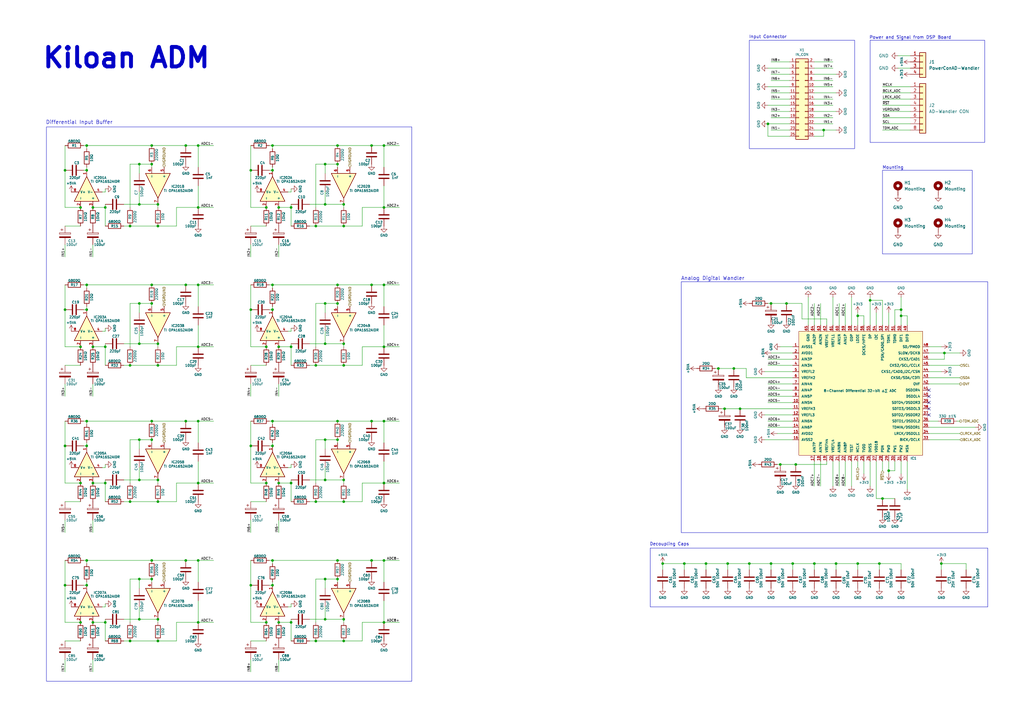
<source format=kicad_sch>
(kicad_sch (version 20250114) (generator "eeschema") (generator_version "9.0")
  (paper "A3")
  (rectangle (start 279.4 115.57) (end 405.13 218.44))
  (rectangle (start 307.34 16.51) (end 350.52 60.96))
  (rectangle (start 361.95 69.85) (end 398.78 104.14))
  (rectangle (start 19.05 52.07) (end 168.91 279.4))
  (rectangle (start 356.87 16.51) (end 403.86 58.42))
  (rectangle (start 266.7 224.79) (end 405.13 248.92))
  (text "Mounting" (at 366.268 68.834 0) (effects (font (size 1.27 1.27))))
  (text "Analog Digital Wandler" (at 292.354 114.3 0) (effects (font (size 1.5 1.5))))
  (text "Kiloan ADM" (at 51.816 23.876 0) (effects (font (size 8 8) (thickness 1.6) (bold yes))))
  (text "Input Connector" (at 314.96 15.24 0) (effects (font (size 1.27 1.27))))
  (text "Power and Signal from DSP Board" (at 373.38 15.494 0) (effects (font (size 1.27 1.27))))
  (text "Differential Input Buffer" (at 32.512 50.292 0) (effects (font (size 1.5 1.5))))
  (text "Decoupling Caps" (at 274.574 223.266 0) (effects (font (size 1.27 1.27))))
  (junction (at 140.97 149.86))
  (junction (at 297.18 167.64))
  (junction (at 316.23 231.14))
  (junction (at 360.68 231.14))
  (junction (at 57.15 83.82))
  (junction (at 294.64 151.13))
  (junction (at 152.4 116.84))
  (junction (at 64.77 254))
  (junction (at 152.4 229.87))
  (junction (at 53.34 92.71))
  (junction (at 76.2 229.87))
  (junction (at 369.57 127))
  (junction (at 35.56 182.88))
  (junction (at 356.87 123.19))
  (junction (at 57.15 254))
  (junction (at 53.34 205.74))
  (junction (at 140.97 262.89))
  (junction (at 111.76 182.88))
  (junction (at 322.58 124.46))
  (junction (at 140.97 83.82))
  (junction (at 133.35 254))
  (junction (at 138.43 67.31))
  (junction (at 111.76 127))
  (junction (at 138.43 116.84))
  (junction (at 138.43 229.87))
  (junction (at 326.39 190.5))
  (junction (at 351.79 129.54))
  (junction (at 119.38 85.09))
  (junction (at 129.54 205.74))
  (junction (at 64.77 149.86))
  (junction (at 307.34 231.14))
  (junction (at 111.76 229.87))
  (junction (at 62.23 237.49))
  (junction (at 320.04 190.5))
  (junction (at 76.2 172.72))
  (junction (at 81.28 116.84))
  (junction (at 81.28 198.12))
  (junction (at 157.48 229.87))
  (junction (at 140.97 196.85))
  (junction (at 140.97 92.71))
  (junction (at 57.15 67.31))
  (junction (at 81.28 255.27))
  (junction (at 119.38 142.24))
  (junction (at 102.87 127))
  (junction (at 33.02 142.24))
  (junction (at 57.15 180.34))
  (junction (at 114.3 142.24))
  (junction (at 280.67 231.14))
  (junction (at 157.48 198.12))
  (junction (at 26.67 240.03))
  (junction (at 157.48 116.84))
  (junction (at 364.49 193.04))
  (junction (at 138.43 237.49))
  (junction (at 57.15 196.85))
  (junction (at 81.28 59.69))
  (junction (at 157.48 172.72))
  (junction (at 102.87 182.88))
  (junction (at 64.77 92.71))
  (junction (at 43.18 142.24))
  (junction (at 38.1 142.24))
  (junction (at 35.56 240.03))
  (junction (at 334.01 231.14))
  (junction (at 102.87 240.03))
  (junction (at 62.23 124.46))
  (junction (at 43.18 255.27))
  (junction (at 157.48 85.09))
  (junction (at 157.48 255.27))
  (junction (at 81.28 172.72))
  (junction (at 38.1 85.09))
  (junction (at 62.23 59.69))
  (junction (at 64.77 262.89))
  (junction (at 57.15 237.49))
  (junction (at 33.02 198.12))
  (junction (at 129.54 92.71))
  (junction (at 152.4 172.72))
  (junction (at 64.77 140.97))
  (junction (at 361.95 204.47))
  (junction (at 35.56 172.72))
  (junction (at 111.76 59.69))
  (junction (at 33.02 85.09))
  (junction (at 114.3 198.12))
  (junction (at 64.77 196.85))
  (junction (at 62.23 67.31))
  (junction (at 140.97 140.97))
  (junction (at 111.76 172.72))
  (junction (at 140.97 205.74))
  (junction (at 57.15 140.97))
  (junction (at 114.3 85.09))
  (junction (at 35.56 69.85))
  (junction (at 387.35 144.78))
  (junction (at 133.35 237.49))
  (junction (at 109.22 142.24))
  (junction (at 64.77 205.74))
  (junction (at 26.67 182.88))
  (junction (at 303.53 167.64))
  (junction (at 76.2 116.84))
  (junction (at 386.08 231.14))
  (junction (at 298.45 231.14))
  (junction (at 53.34 149.86))
  (junction (at 316.23 124.46))
  (junction (at 133.35 180.34))
  (junction (at 81.28 85.09))
  (junction (at 109.22 85.09))
  (junction (at 26.67 69.85))
  (junction (at 53.34 262.89))
  (junction (at 152.4 59.69))
  (junction (at 111.76 116.84))
  (junction (at 133.35 67.31))
  (junction (at 76.2 59.69))
  (junction (at 337.82 53.34))
  (junction (at 109.22 255.27))
  (junction (at 35.56 127))
  (junction (at 43.18 198.12))
  (junction (at 314.96 50.8))
  (junction (at 119.38 198.12))
  (junction (at 133.35 196.85))
  (junction (at 43.18 85.09))
  (junction (at 138.43 59.69))
  (junction (at 38.1 198.12))
  (junction (at 133.35 124.46))
  (junction (at 62.23 180.34))
  (junction (at 35.56 59.69))
  (junction (at 157.48 142.24))
  (junction (at 35.56 229.87))
  (junction (at 114.3 255.27))
  (junction (at 129.54 262.89))
  (junction (at 111.76 240.03))
  (junction (at 38.1 255.27))
  (junction (at 81.28 229.87))
  (junction (at 133.35 140.97))
  (junction (at 62.23 229.87))
  (junction (at 109.22 198.12))
  (junction (at 351.79 231.14))
  (junction (at 102.87 69.85))
  (junction (at 133.35 83.82))
  (junction (at 157.48 59.69))
  (junction (at 138.43 124.46))
  (junction (at 62.23 172.72))
  (junction (at 289.56 231.14))
  (junction (at 138.43 172.72))
  (junction (at 129.54 149.86))
  (junction (at 81.28 142.24))
  (junction (at 369.57 129.54))
  (junction (at 35.56 116.84))
  (junction (at 62.23 116.84))
  (junction (at 138.43 180.34))
  (junction (at 64.77 83.82))
  (junction (at 140.97 254))
  (junction (at 26.67 127))
  (junction (at 119.38 255.27))
  (junction (at 57.15 124.46))
  (junction (at 111.76 69.85))
  (junction (at 33.02 255.27))
  (junction (at 300.99 151.13))
  (junction (at 271.78 231.14))
  (junction (at 342.9 231.14))
  (junction (at 325.12 231.14))
  (no_connect (at 381 162.56))
  (no_connect (at 381 160.02))
  (no_connect (at 381 167.64))
  (no_connect (at 381 165.1))
  (no_connect (at 381 170.18))
  (wire (pts (xy 313.69 170.18) (xy 325.12 170.18)))
  (wire (pts (xy 314.96 124.46) (xy 316.23 124.46)))
  (wire (pts (xy 361.95 40.64) (xy 373.38 40.64)))
  (wire (pts (xy 38.1 157.48) (xy 38.1 162.56)))
  (wire (pts (xy 157.48 172.72) (xy 157.48 181.61)))
  (wire (pts (xy 339.09 130.81) (xy 339.09 133.35)))
  (wire (pts (xy 43.18 198.12) (xy 43.18 196.85)))
  (wire (pts (xy 133.35 254) (xy 140.97 254)))
  (wire (pts (xy 369.57 231.14) (xy 369.57 233.68)))
  (wire (pts (xy 303.53 167.64) (xy 325.12 167.64)))
  (wire (pts (xy 336.55 189.23) (xy 336.55 199.39)))
  (wire (pts (xy 62.23 237.49) (xy 62.23 238.76)))
  (wire (pts (xy 138.43 67.31) (xy 138.43 68.58)))
  (wire (pts (xy 341.63 189.23) (xy 341.63 199.39)))
  (wire (pts (xy 325.12 160.02) (xy 314.96 160.02)))
  (wire (pts (xy 323.85 53.34) (xy 316.23 53.34)))
  (wire (pts (xy 57.15 67.31) (xy 53.34 67.31)))
  (wire (pts (xy 53.34 124.46) (xy 53.34 142.24)))
  (wire (pts (xy 271.78 231.14) (xy 280.67 231.14)))
  (wire (pts (xy 35.56 172.72) (xy 34.29 172.72)))
  (wire (pts (xy 334.01 231.14) (xy 342.9 231.14)))
  (wire (pts (xy 339.09 190.5) (xy 339.09 189.23)))
  (wire (pts (xy 307.34 231.14) (xy 316.23 231.14)))
  (wire (pts (xy 297.18 167.64) (xy 303.53 167.64)))
  (wire (pts (xy 35.56 231.14) (xy 35.56 229.87)))
  (wire (pts (xy 359.41 189.23) (xy 359.41 204.47)))
  (wire (pts (xy 381 180.34) (xy 393.7 180.34)))
  (wire (pts (xy 50.8 254) (xy 57.15 254)))
  (wire (pts (xy 26.67 127) (xy 26.67 142.24)))
  (wire (pts (xy 381 157.48) (xy 393.7 157.48)))
  (wire (pts (xy 35.56 173.99) (xy 35.56 172.72)))
  (wire (pts (xy 111.76 173.99) (xy 111.76 172.72)))
  (wire (pts (xy 129.54 124.46) (xy 129.54 142.24)))
  (wire (pts (xy 26.67 229.87) (xy 26.67 240.03)))
  (wire (pts (xy 133.35 128.27) (xy 133.35 124.46)))
  (wire (pts (xy 53.34 180.34) (xy 53.34 198.12)))
  (wire (pts (xy 34.29 182.88) (xy 35.56 182.88)))
  (wire (pts (xy 140.97 198.12) (xy 140.97 196.85)))
  (wire (pts (xy 26.67 205.74) (xy 33.02 205.74)))
  (wire (pts (xy 313.69 152.4) (xy 325.12 152.4)))
  (wire (pts (xy 334.01 27.94) (xy 341.63 27.94)))
  (wire (pts (xy 354.33 133.35) (xy 354.33 129.54)))
  (wire (pts (xy 289.56 231.14) (xy 298.45 231.14)))
  (wire (pts (xy 57.15 184.15) (xy 57.15 180.34)))
  (wire (pts (xy 293.37 151.13) (xy 294.64 151.13)))
  (wire (pts (xy 133.35 180.34) (xy 129.54 180.34)))
  (wire (pts (xy 114.3 142.24) (xy 119.38 142.24)))
  (wire (pts (xy 119.38 205.74) (xy 119.38 198.12)))
  (wire (pts (xy 62.23 172.72) (xy 76.2 172.72)))
  (wire (pts (xy 57.15 140.97) (xy 64.77 140.97)))
  (wire (pts (xy 114.3 157.48) (xy 114.3 162.56)))
  (wire (pts (xy 325.12 149.86) (xy 314.96 149.86)))
  (wire (pts (xy 57.15 254) (xy 64.77 254)))
  (wire (pts (xy 35.56 69.85) (xy 35.56 68.58)))
  (wire (pts (xy 64.77 255.27) (xy 64.77 254)))
  (wire (pts (xy 102.87 69.85) (xy 102.87 85.09)))
  (wire (pts (xy 111.76 116.84) (xy 138.43 116.84)))
  (wire (pts (xy 53.34 92.71) (xy 64.77 92.71)))
  (wire (pts (xy 26.67 157.48) (xy 26.67 162.56)))
  (wire (pts (xy 57.15 180.34) (xy 62.23 180.34)))
  (wire (pts (xy 361.95 38.1) (xy 373.38 38.1)))
  (wire (pts (xy 396.24 231.14) (xy 396.24 233.68)))
  (wire (pts (xy 129.54 205.74) (xy 140.97 205.74)))
  (wire (pts (xy 140.97 262.89) (xy 148.59 262.89)))
  (wire (pts (xy 72.39 142.24) (xy 81.28 142.24)))
  (wire (pts (xy 72.39 255.27) (xy 81.28 255.27)))
  (wire (pts (xy 325.12 231.14) (xy 334.01 231.14)))
  (wire (pts (xy 351.79 231.14) (xy 360.68 231.14)))
  (wire (pts (xy 102.87 59.69) (xy 102.87 69.85)))
  (wire (pts (xy 351.79 233.68) (xy 351.79 231.14)))
  (wire (pts (xy 386.08 231.14) (xy 386.08 233.68)))
  (wire (pts (xy 157.48 229.87) (xy 157.48 238.76)))
  (wire (pts (xy 43.18 134.62) (xy 43.18 135.89)))
  (wire (pts (xy 26.67 240.03) (xy 26.67 255.27)))
  (wire (pts (xy 81.28 59.69) (xy 81.28 68.58)))
  (wire (pts (xy 111.76 116.84) (xy 110.49 116.84)))
  (wire (pts (xy 361.95 50.8) (xy 373.38 50.8)))
  (wire (pts (xy 361.95 43.18) (xy 373.38 43.18)))
  (wire (pts (xy 148.59 205.74) (xy 148.59 198.12)))
  (wire (pts (xy 50.8 92.71) (xy 53.34 92.71)))
  (wire (pts (xy 336.55 133.35) (xy 336.55 124.46)))
  (wire (pts (xy 361.95 45.72) (xy 373.38 45.72)))
  (wire (pts (xy 81.28 59.69) (xy 87.63 59.69)))
  (wire (pts (xy 364.49 128.27) (xy 364.49 133.35)))
  (wire (pts (xy 102.87 149.86) (xy 109.22 149.86)))
  (wire (pts (xy 119.38 255.27) (xy 119.38 254)))
  (wire (pts (xy 26.67 182.88) (xy 26.67 198.12)))
  (wire (pts (xy 381 144.78) (xy 387.35 144.78)))
  (wire (pts (xy 349.25 121.92) (xy 349.25 133.35)))
  (wire (pts (xy 334.01 30.48) (xy 342.9 30.48)))
  (wire (pts (xy 53.34 262.89) (xy 64.77 262.89)))
  (wire (pts (xy 361.95 123.19) (xy 356.87 123.19)))
  (wire (pts (xy 72.39 198.12) (xy 81.28 198.12)))
  (wire (pts (xy 381 172.72) (xy 384.81 172.72)))
  (wire (pts (xy 344.17 189.23) (xy 344.17 199.39)))
  (wire (pts (xy 369.57 127) (xy 369.57 129.54)))
  (wire (pts (xy 119.38 198.12) (xy 119.38 196.85)))
  (wire (pts (xy 114.3 100.33) (xy 114.3 105.41)))
  (wire (pts (xy 294.64 151.13) (xy 300.99 151.13)))
  (wire (pts (xy 325.12 172.72) (xy 314.96 172.72)))
  (wire (pts (xy 300.99 151.13) (xy 306.07 151.13)))
  (wire (pts (xy 119.38 262.89) (xy 119.38 255.27)))
  (wire (pts (xy 35.56 60.96) (xy 35.56 59.69)))
  (wire (pts (xy 111.76 229.87) (xy 138.43 229.87)))
  (wire (pts (xy 356.87 121.92) (xy 356.87 123.19)))
  (wire (pts (xy 76.2 172.72) (xy 81.28 172.72)))
  (wire (pts (xy 133.35 237.49) (xy 129.54 237.49)))
  (wire (pts (xy 334.01 55.88) (xy 337.82 55.88)))
  (wire (pts (xy 140.97 142.24) (xy 140.97 140.97)))
  (wire (pts (xy 359.41 128.27) (xy 359.41 133.35)))
  (wire (pts (xy 157.48 229.87) (xy 163.83 229.87)))
  (wire (pts (xy 76.2 229.87) (xy 81.28 229.87)))
  (wire (pts (xy 43.18 142.24) (xy 43.18 140.97)))
  (wire (pts (xy 318.77 190.5) (xy 320.04 190.5)))
  (wire (pts (xy 111.76 60.96) (xy 111.76 59.69)))
  (wire (pts (xy 64.77 262.89) (xy 72.39 262.89)))
  (wire (pts (xy 133.35 140.97) (xy 140.97 140.97)))
  (wire (pts (xy 325.12 175.26) (xy 314.96 175.26)))
  (wire (pts (xy 138.43 237.49) (xy 138.43 238.76)))
  (wire (pts (xy 367.03 127) (xy 367.03 133.35)))
  (wire (pts (xy 26.67 262.89) (xy 33.02 262.89)))
  (wire (pts (xy 43.18 255.27) (xy 43.18 254)))
  (wire (pts (xy 387.35 147.32) (xy 387.35 144.78)))
  (wire (pts (xy 152.4 116.84) (xy 157.48 116.84)))
  (wire (pts (xy 26.67 69.85) (xy 26.67 85.09)))
  (wire (pts (xy 50.8 149.86) (xy 53.34 149.86)))
  (wire (pts (xy 157.48 246.38) (xy 157.48 255.27)))
  (wire (pts (xy 119.38 191.77) (xy 118.11 191.77)))
  (wire (pts (xy 26.67 213.36) (xy 26.67 218.44)))
  (wire (pts (xy 368.3 22.86) (xy 373.38 22.86)))
  (wire (pts (xy 140.97 149.86) (xy 148.59 149.86)))
  (wire (pts (xy 133.35 124.46) (xy 129.54 124.46)))
  (wire (pts (xy 57.15 67.31) (xy 62.23 67.31)))
  (wire (pts (xy 133.35 248.92) (xy 133.35 254)))
  (wire (pts (xy 152.4 59.69) (xy 157.48 59.69)))
  (wire (pts (xy 140.97 85.09) (xy 140.97 83.82)))
  (wire (pts (xy 307.34 231.14) (xy 307.34 233.68)))
  (wire (pts (xy 298.45 231.14) (xy 298.45 233.68)))
  (wire (pts (xy 102.87 240.03) (xy 102.87 255.27)))
  (wire (pts (xy 35.56 229.87) (xy 34.29 229.87)))
  (wire (pts (xy 334.01 50.8) (xy 341.63 50.8)))
  (wire (pts (xy 35.56 172.72) (xy 62.23 172.72)))
  (wire (pts (xy 313.69 180.34) (xy 325.12 180.34)))
  (wire (pts (xy 361.95 123.19) (xy 361.95 133.35)))
  (wire (pts (xy 138.43 229.87) (xy 152.4 229.87)))
  (wire (pts (xy 38.1 142.24) (xy 43.18 142.24)))
  (wire (pts (xy 102.87 198.12) (xy 109.22 198.12)))
  (wire (pts (xy 57.15 124.46) (xy 53.34 124.46)))
  (wire (pts (xy 361.95 48.26) (xy 373.38 48.26)))
  (wire (pts (xy 367.03 189.23) (xy 367.03 193.04)))
  (wire (pts (xy 81.28 172.72) (xy 81.28 181.61)))
  (wire (pts (xy 133.35 196.85) (xy 140.97 196.85)))
  (wire (pts (xy 62.23 67.31) (xy 62.23 68.58)))
  (wire (pts (xy 35.56 182.88) (xy 35.56 181.61)))
  (wire (pts (xy 337.82 53.34) (xy 342.9 53.34)))
  (wire (pts (xy 138.43 124.46) (xy 138.43 125.73)))
  (wire (pts (xy 381 142.24) (xy 386.08 142.24)))
  (wire (pts (xy 323.85 25.4) (xy 316.23 25.4)))
  (wire (pts (xy 334.01 48.26) (xy 341.63 48.26)))
  (wire (pts (xy 133.35 67.31) (xy 138.43 67.31)))
  (wire (pts (xy 114.3 270.51) (xy 114.3 275.59)))
  (wire (pts (xy 81.28 229.87) (xy 81.28 238.76)))
  (wire (pts (xy 364.49 193.04) (xy 364.49 194.31)))
  (wire (pts (xy 386.08 231.14) (xy 396.24 231.14)))
  (wire (pts (xy 26.67 172.72) (xy 26.67 182.88)))
  (wire (pts (xy 76.2 59.69) (xy 81.28 59.69)))
  (wire (pts (xy 334.01 43.18) (xy 341.63 43.18)))
  (wire (pts (xy 148.59 198.12) (xy 157.48 198.12)))
  (wire (pts (xy 102.87 255.27) (xy 109.22 255.27)))
  (wire (pts (xy 102.87 172.72) (xy 102.87 182.88)))
  (wire (pts (xy 280.67 231.14) (xy 280.67 233.68)))
  (wire (pts (xy 298.45 231.14) (xy 307.34 231.14)))
  (wire (pts (xy 50.8 196.85) (xy 57.15 196.85)))
  (wire (pts (xy 114.3 85.09) (xy 119.38 85.09)))
  (wire (pts (xy 111.76 59.69) (xy 138.43 59.69)))
  (wire (pts (xy 367.03 127) (xy 369.57 127)))
  (wire (pts (xy 127 92.71) (xy 129.54 92.71)))
  (wire (pts (xy 334.01 35.56) (xy 341.63 35.56)))
  (wire (pts (xy 314.96 35.56) (xy 323.85 35.56)))
  (wire (pts (xy 35.56 240.03) (xy 35.56 238.76)))
  (wire (pts (xy 43.18 149.86) (xy 43.18 142.24)))
  (wire (pts (xy 119.38 190.5) (xy 119.38 191.77)))
  (wire (pts (xy 129.54 262.89) (xy 140.97 262.89)))
  (wire (pts (xy 102.87 270.51) (xy 102.87 275.59)))
  (wire (pts (xy 64.77 142.24) (xy 64.77 140.97)))
  (wire (pts (xy 157.48 133.35) (xy 157.48 142.24)))
  (wire (pts (xy 127 149.86) (xy 129.54 149.86)))
  (wire (pts (xy 354.33 189.23) (xy 354.33 194.31)))
  (wire (pts (xy 26.67 100.33) (xy 26.67 105.41)))
  (wire (pts (xy 334.01 33.02) (xy 341.63 33.02)))
  (wire (pts (xy 133.35 78.74) (xy 133.35 83.82)))
  (wire (pts (xy 138.43 180.34) (xy 138.43 181.61)))
  (wire (pts (xy 110.49 69.85) (xy 111.76 69.85)))
  (wire (pts (xy 72.39 149.86) (xy 72.39 142.24)))
  (wire (pts (xy 119.38 77.47) (xy 119.38 78.74)))
  (wire (pts (xy 129.54 180.34) (xy 129.54 198.12)))
  (wire (pts (xy 356.87 123.19) (xy 356.87 133.35)))
  (wire (pts (xy 133.35 180.34) (xy 138.43 180.34)))
  (wire (pts (xy 119.38 142.24) (xy 119.38 140.97)))
  (wire (pts (xy 334.01 133.35) (xy 334.01 124.46)))
  (wire (pts (xy 43.18 191.77) (xy 41.91 191.77)))
  (wire (pts (xy 26.67 149.86) (xy 33.02 149.86)))
  (wire (pts (xy 38.1 255.27) (xy 43.18 255.27)))
  (wire (pts (xy 372.11 189.23) (xy 372.11 200.66)))
  (wire (pts (xy 148.59 142.24) (xy 157.48 142.24)))
  (wire (pts (xy 334.01 53.34) (xy 337.82 53.34)))
  (wire (pts (xy 119.38 78.74) (xy 118.11 78.74)))
  (wire (pts (xy 119.38 92.71) (xy 119.38 85.09)))
  (wire (pts (xy 381 147.32) (xy 387.35 147.32)))
  (wire (pts (xy 157.48 189.23) (xy 157.48 198.12)))
  (wire (pts (xy 314.96 50.8) (xy 323.85 50.8)))
  (wire (pts (xy 349.25 189.23) (xy 349.25 199.39)))
  (wire (pts (xy 381 154.94) (xy 393.7 154.94)))
  (wire (pts (xy 152.4 229.87) (xy 157.48 229.87)))
  (wire (pts (xy 280.67 231.14) (xy 289.56 231.14)))
  (wire (pts (xy 157.48 255.27) (xy 163.83 255.27)))
  (wire (pts (xy 157.48 142.24) (xy 163.83 142.24)))
  (wire (pts (xy 316.23 124.46) (xy 322.58 124.46)))
  (wire (pts (xy 129.54 237.49) (xy 129.54 255.27)))
  (wire (pts (xy 64.77 149.86) (xy 72.39 149.86)))
  (wire (pts (xy 81.28 116.84) (xy 87.63 116.84)))
  (wire (pts (xy 328.93 124.46) (xy 328.93 130.81)))
  (wire (pts (xy 140.97 255.27) (xy 140.97 254)))
  (wire (pts (xy 72.39 92.71) (xy 72.39 85.09)))
  (wire (pts (xy 81.28 76.2) (xy 81.28 85.09)))
  (wire (pts (xy 295.91 167.64) (xy 297.18 167.64)))
  (wire (pts (xy 64.77 205.74) (xy 72.39 205.74)))
  (wire (pts (xy 35.56 59.69) (xy 34.29 59.69)))
  (wire (pts (xy 102.87 127) (xy 102.87 142.24)))
  (wire (pts (xy 57.15 241.3) (xy 57.15 237.49)))
  (wire (pts (xy 369.57 129.54) (xy 369.57 133.35)))
  (wire (pts (xy 323.85 40.64) (xy 316.23 40.64)))
  (wire (pts (xy 102.87 262.89) (xy 109.22 262.89)))
  (wire (pts (xy 53.34 205.74) (xy 64.77 205.74)))
  (wire (pts (xy 325.12 231.14) (xy 325.12 233.68)))
  (wire (pts (xy 148.59 149.86) (xy 148.59 142.24)))
  (wire (pts (xy 43.18 85.09) (xy 43.18 83.82)))
  (wire (pts (xy 35.56 116.84) (xy 34.29 116.84)))
  (wire (pts (xy 334.01 38.1) (xy 342.9 38.1)))
  (wire (pts (xy 102.87 213.36) (xy 102.87 218.44)))
  (wire (pts (xy 372.11 129.54) (xy 372.11 133.35)))
  (wire (pts (xy 334.01 40.64) (xy 341.63 40.64)))
  (wire (pts (xy 102.87 182.88) (xy 102.87 198.12)))
  (wire (pts (xy 157.48 59.69) (xy 157.48 68.58)))
  (wire (pts (xy 325.12 165.1) (xy 314.96 165.1)))
  (wire (pts (xy 81.28 172.72) (xy 87.63 172.72)))
  (wire (pts (xy 325.12 157.48) (xy 314.96 157.48)))
  (wire (pts (xy 331.47 121.92) (xy 331.47 133.35)))
  (wire (pts (xy 314.96 27.94) (xy 323.85 27.94)))
  (wire (pts (xy 72.39 205.74) (xy 72.39 198.12)))
  (wire (pts (xy 114.3 255.27) (xy 119.38 255.27)))
  (wire (pts (xy 140.97 205.74) (xy 148.59 205.74)))
  (wire (pts (xy 43.18 248.92) (xy 41.91 248.92)))
  (wire (pts (xy 81.28 246.38) (xy 81.28 255.27)))
  (wire (pts (xy 111.76 240.03) (xy 111.76 238.76)))
  (wire (pts (xy 35.56 127) (xy 35.56 125.73)))
  (wire (pts (xy 323.85 48.26) (xy 316.23 48.26)))
  (wire (pts (xy 57.15 196.85) (xy 64.77 196.85)))
  (wire (pts (xy 50.8 140.97) (xy 57.15 140.97)))
  (wire (pts (xy 314.96 55.88) (xy 314.96 50.8)))
  (wire (pts (xy 81.28 198.12) (xy 87.63 198.12)))
  (wire (pts (xy 111.76 229.87) (xy 110.49 229.87)))
  (wire (pts (xy 119.38 248.92) (xy 118.11 248.92)))
  (wire (pts (xy 53.34 237.49) (xy 53.34 255.27)))
  (wire (pts (xy 346.71 189.23) (xy 346.71 199.39)))
  (wire (pts (xy 43.18 190.5) (xy 43.18 191.77)))
  (wire (pts (xy 81.28 85.09) (xy 87.63 85.09)))
  (wire (pts (xy 57.15 248.92) (xy 57.15 254)))
  (wire (pts (xy 361.95 53.34) (xy 373.38 53.34)))
  (wire (pts (xy 119.38 134.62) (xy 119.38 135.89)))
  (wire (pts (xy 35.56 116.84) (xy 62.23 116.84)))
  (wire (pts (xy 34.29 69.85) (xy 35.56 69.85)))
  (wire (pts (xy 360.68 231.14) (xy 360.68 233.68)))
  (wire (pts (xy 102.87 92.71) (xy 109.22 92.71)))
  (wire (pts (xy 50.8 83.82) (xy 57.15 83.82)))
  (wire (pts (xy 38.1 213.36) (xy 38.1 218.44)))
  (wire (pts (xy 111.76 118.11) (xy 111.76 116.84)))
  (wire (pts (xy 133.35 241.3) (xy 133.35 237.49)))
  (wire (pts (xy 140.97 92.71) (xy 148.59 92.71)))
  (wire (pts (xy 53.34 149.86) (xy 64.77 149.86)))
  (wire (pts (xy 111.76 172.72) (xy 138.43 172.72)))
  (wire (pts (xy 323.85 30.48) (xy 316.23 30.48)))
  (wire (pts (xy 354.33 129.54) (xy 351.79 129.54)))
  (wire (pts (xy 102.87 116.84) (xy 102.87 127)))
  (wire (pts (xy 157.48 198.12) (xy 163.83 198.12)))
  (wire (pts (xy 57.15 128.27) (xy 57.15 124.46)))
  (wire (pts (xy 26.67 116.84) (xy 26.67 127)))
  (wire (pts (xy 334.01 45.72) (xy 342.9 45.72)))
  (wire (pts (xy 72.39 85.09) (xy 81.28 85.09)))
  (wire (pts (xy 381 149.86) (xy 393.7 149.86)))
  (wire (pts (xy 152.4 172.72) (xy 157.48 172.72)))
  (wire (pts (xy 314.96 43.18) (xy 323.85 43.18)))
  (wire (pts (xy 133.35 124.46) (xy 138.43 124.46)))
  (wire (pts (xy 157.48 172.72) (xy 163.83 172.72)))
  (wire (pts (xy 368.3 27.94) (xy 373.38 27.94)))
  (wire (pts (xy 372.11 129.54) (xy 369.57 129.54)))
  (wire (pts (xy 337.82 55.88) (xy 337.82 53.34)))
  (wire (pts (xy 138.43 59.69) (xy 152.4 59.69)))
  (wire (pts (xy 323.85 38.1) (xy 316.23 38.1)))
  (wire (pts (xy 351.79 129.54) (xy 351.79 133.35)))
  (wire (pts (xy 64.77 198.12) (xy 64.77 196.85)))
  (wire (pts (xy 57.15 135.89) (xy 57.15 140.97)))
  (wire (pts (xy 81.28 142.24) (xy 87.63 142.24)))
  (wire (pts (xy 38.1 100.33) (xy 38.1 105.41)))
  (wire (pts (xy 334.01 25.4) (xy 341.63 25.4)))
  (wire (pts (xy 26.67 198.12) (xy 33.02 198.12)))
  (wire (pts (xy 26.67 92.71) (xy 33.02 92.71)))
  (wire (pts (xy 129.54 149.86) (xy 140.97 149.86)))
  (wire (pts (xy 157.48 76.2) (xy 157.48 85.09)))
  (wire (pts (xy 34.29 127) (xy 35.56 127)))
  (wire (pts (xy 38.1 198.12) (xy 43.18 198.12)))
  (wire (pts (xy 127 196.85) (xy 133.35 196.85)))
  (wire (pts (xy 81.28 229.87) (xy 87.63 229.87)))
  (wire (pts (xy 119.38 149.86) (xy 119.38 142.24)))
  (wire (pts (xy 387.35 144.78) (xy 393.7 144.78)))
  (wire (pts (xy 114.3 213.36) (xy 114.3 218.44)))
  (wire (pts (xy 102.87 229.87) (xy 102.87 240.03)))
  (wire (pts (xy 157.48 116.84) (xy 163.83 116.84)))
  (wire (pts (xy 114.3 198.12) (xy 119.38 198.12)))
  (wire (pts (xy 53.34 67.31) (xy 53.34 85.09)))
  (wire (pts (xy 57.15 78.74) (xy 57.15 83.82)))
  (wire (pts (xy 102.87 205.74) (xy 109.22 205.74)))
  (wire (pts (xy 35.56 229.87) (xy 62.23 229.87)))
  (wire (pts (xy 127 262.89) (xy 129.54 262.89)))
  (wire (pts (xy 367.03 193.04) (xy 364.49 193.04)))
  (wire (pts (xy 381 152.4) (xy 386.08 152.4)))
  (wire (pts (xy 34.29 240.03) (xy 35.56 240.03)))
  (wire (pts (xy 369.57 121.92) (xy 369.57 127)))
  (wire (pts (xy 64.77 85.09) (xy 64.77 83.82)))
  (wire (pts (xy 127 140.97) (xy 133.35 140.97)))
  (wire (pts (xy 325.12 147.32) (xy 314.96 147.32)))
  (wire (pts (xy 62.23 124.46) (xy 62.23 125.73)))
  (wire (pts (xy 102.87 157.48) (xy 102.87 162.56)))
  (wire (pts (xy 43.18 205.74) (xy 43.18 198.12)))
  (wire (pts (xy 323.85 33.02) (xy 316.23 33.02)))
  (wire (pts (xy 334.01 231.14) (xy 334.01 233.68)))
  (wire (pts (xy 133.35 67.31) (xy 129.54 67.31)))
  (wire (pts (xy 72.39 262.89) (xy 72.39 255.27)))
  (wire (pts (xy 356.87 189.23) (xy 356.87 199.39)))
  (wire (pts (xy 111.76 127) (xy 111.76 125.73)))
  (wire (pts (xy 351.79 128.27) (xy 351.79 129.54)))
  (wire (pts (xy 364.49 189.23) (xy 364.49 193.04)))
  (wire (pts (xy 322.58 124.46) (xy 328.93 124.46)))
  (wire (pts (xy 148.59 262.89) (xy 148.59 255.27)))
  (wire (pts (xy 318.77 177.8) (xy 325.12 177.8)))
  (wire (pts (xy 342.9 231.14) (xy 351.79 231.14)))
  (wire (pts (xy 271.78 231.14) (xy 271.78 233.68)))
  (wire (pts (xy 351.79 191.77) (xy 351.79 189.23)))
  (wire (pts (xy 76.2 116.84) (xy 81.28 116.84)))
  (wire (pts (xy 119.38 247.65) (xy 119.38 248.92)))
  (wire (pts (xy 361.95 193.04) (xy 361.95 189.23)))
  (wire (pts (xy 26.67 255.27) (xy 33.02 255.27)))
  (wire (pts (xy 102.87 100.33) (xy 102.87 105.41)))
  (wire (pts (xy 157.48 116.84) (xy 157.48 125.73)))
  (wire (pts (xy 346.71 133.35) (xy 346.71 124.46)))
  (wire (pts (xy 316.23 231.14) (xy 316.23 233.68)))
  (wire (pts (xy 62.23 229.87) (xy 76.2 229.87)))
  (wire (pts (xy 102.87 142.24) (xy 109.22 142.24)))
  (wire (pts (xy 344.17 133.35) (xy 344.17 124.46)))
  (wire (pts (xy 381 175.26) (xy 400.05 175.26)))
  (wire (pts (xy 26.67 142.24) (xy 33.02 142.24)))
  (wire (pts (xy 127 254) (xy 133.35 254)))
  (wire (pts (xy 111.76 231.14) (xy 111.76 229.87)))
  (wire (pts (xy 320.04 142.24) (xy 325.12 142.24)))
  (wire (pts (xy 133.35 184.15) (xy 133.35 180.34)))
  (wire (pts (xy 57.15 124.46) (xy 62.23 124.46)))
  (wire (pts (xy 381 177.8) (xy 393.7 177.8)))
  (wire (pts (xy 129.54 92.71) (xy 140.97 92.71)))
  (wire (pts (xy 62.23 59.69) (xy 76.2 59.69)))
  (wire (pts (xy 127 205.74) (xy 129.54 205.74)))
  (wire (pts (xy 289.56 231.14) (xy 289.56 233.68)))
  (wire (pts (xy 133.35 191.77) (xy 133.35 196.85)))
  (wire (pts (xy 361.95 204.47) (xy 359.41 204.47)))
  (wire (pts (xy 64.77 92.71) (xy 72.39 92.71)))
  (wire (pts (xy 26.67 85.09) (xy 33.02 85.09)))
  (wire (pts (xy 57.15 83.82) (xy 64.77 83.82)))
  (wire (pts (xy 81.28 116.84) (xy 81.28 125.73)))
  (wire (pts (xy 111.76 69.85) (xy 111.76 68.58)))
  (wire (pts (xy 111.76 182.88) (xy 111.76 181.61)))
  (wire (pts (xy 81.28 189.23) (xy 81.28 198.12)))
  (wire (pts (xy 148.59 92.71) (xy 148.59 85.09)))
  (wire (pts (xy 81.28 133.35) (xy 81.28 142.24)))
  (wire (pts (xy 148.59 85.09) (xy 157.48 85.09)))
  (wire (pts (xy 50.8 262.89) (xy 53.34 262.89)))
  (wire (pts (xy 316.23 144.78) (xy 325.12 144.78)))
  (wire (pts (xy 26.67 270.51) (xy 26.67 275.59)))
  (wire (pts (xy 35.56 59.69) (xy 62.23 59.69)))
  (wire (pts (xy 43.18 92.71) (xy 43.18 85.09)))
  (wire (pts (xy 157.48 59.69) (xy 163.83 59.69)))
  (wire (pts (xy 43.18 78.74) (xy 41.91 78.74)))
  (wire (pts (xy 57.15 237.49) (xy 62.23 237.49)))
  (wire (pts (xy 360.68 231.14) (xy 369.57 231.14)))
  (wire (pts (xy 138.43 172.72) (xy 152.4 172.72)))
  (wire (pts (xy 62.23 180.34) (xy 62.23 181.61)))
  (wire (pts (xy 334.01 189.23) (xy 334.01 199.39)))
  (wire (pts (xy 43.18 135.89) (xy 41.91 135.89)))
  (wire (pts (xy 133.35 135.89) (xy 133.35 140.97)))
  (wire (pts (xy 392.43 172.72) (xy 393.7 172.72)))
  (wire (pts (xy 119.38 85.09) (xy 119.38 83.82)))
  (wire (pts (xy 157.48 85.09) (xy 163.83 85.09)))
  (wire (pts (xy 306.07 154.94) (xy 325.12 154.94)))
  (wire (pts (xy 35.56 118.11) (xy 35.56 116.84)))
  (wire (pts (xy 57.15 71.12) (xy 57.15 67.31)))
  (wire (pts (xy 138.43 116.84) (xy 152.4 116.84)))
  (wire (pts (xy 110.49 240.03) (xy 111.76 240.03)))
  (wire (pts (xy 38.1 85.09) (xy 43.18 85.09)))
  (wire (pts (xy 148.59 255.27) (xy 157.48 255.27)))
  (wire (pts (xy 111.76 172.72) (xy 110.49 172.72)))
  (wire (pts (xy 367.03 204.47) (xy 361.95 204.47)))
  (wire (pts (xy 102.87 85.09) (xy 109.22 85.09)))
  (wire (pts (xy 127 83.82) (xy 133.35 83.82)))
  (wire (pts (xy 57.15 191.77) (xy 57.15 196.85)))
  (wire (pts (xy 342.9 231.14) (xy 342.9 233.68)))
  (wire (pts (xy 323.85 55.88) (xy 314.96 55.88)))
  (wire (pts (xy 111.76 59.69) (xy 110.49 59.69)))
  (wire (pts (xy 306.07 151.13) (xy 306.07 154.94)))
  (wire (pts (xy 38.1 270.51) (xy 38.1 275.59)))
  (wire (pts (xy 133.35 237.49) (xy 138.43 237.49)))
  (wire (pts (xy 57.15 237.49) (xy 53.34 237.49)))
  (wire (pts (xy 133.35 71.12) (xy 133.35 67.31)))
  (wire (pts (xy 328.93 130.81) (xy 339.09 130.81)))
  (wire (pts (xy 26.67 59.69) (xy 26.67 69.85)))
  (wire (pts (xy 62.23 116.84) (xy 76.2 116.84)))
  (wire (pts (xy 133.35 83.82) (xy 140.97 83.82)))
  (wire (pts (xy 341.63 121.92) (xy 341.63 133.35)))
  (wire (pts (xy 129.54 67.31) (xy 129.54 85.09)))
  (wire (pts (xy 110.49 182.88) (xy 111.76 182.88)))
  (wire (pts (xy 81.28 255.27) (xy 87.63 255.27)))
  (wire (pts (xy 369.57 189.23) (xy 369.57 194.31)))
  (wire (pts (xy 110.49 127) (xy 111.76 127)))
  (wire (pts (xy 119.38 135.89) (xy 118.11 135.89)))
  (wire (pts (xy 43.18 247.65) (xy 43.18 248.92)))
  (wire (pts (xy 57.15 180.34) (xy 53.34 180.34)))
  (wire (pts (xy 361.95 35.56) (xy 373.38 35.56)))
  (wire (pts (xy 316.23 231.14) (xy 325.12 231.14)))
  (wire (pts (xy 43.18 77.47) (xy 43.18 78.74)))
  (wire (pts (xy 323.85 45.72) (xy 316.23 45.72)))
  (wire (pts (xy 50.8 205.74) (xy 53.34 205.74)))
  (wire (pts (xy 326.39 190.5) (xy 339.09 190.5)))
  (wire (pts (xy 320.04 190.5) (xy 326.39 190.5)))
  (wire (pts (xy 325.12 162.56) (xy 314.96 162.56)))
  (wire (pts (xy 43.18 262.89) (xy 43.18 255.27)))
  (label "IN5-" (at 38.1 218.44 90) (effects (font (size 0.9906 0.9906))))
  (label "IN4-" (at 114.3 162.56 90) (effects (font (size 0.9906 0.9906))))
  (label "SCL" (at 361.95 50.8 0) (effects (font (size 0.9906 0.9906))))
  (label "ADC4+" (at 314.96 157.48 0) (effects (font (size 0.9906 0.9906))))
  (label "IN4-" (at 341.63 40.64 180) (effects (font (size 0.9906 0.9906))))
  (label "IN2+" (at 102.87 105.41 90) (effects (font (size 0.9906 0.9906))))
  (label "MCLK" (at 361.95 35.56 0) (effects (font (size 0.9906 0.9906))))
  (label "ADC3-" (at 87.63 116.84 180) (effects (font (size 0.9906 0.9906))))
  (label "ADC1-" (at 87.63 59.69 180) (effects (font (size 0.9906 0.9906))))
  (label "ADC5-" (at 87.63 172.72 180) (effects (font (size 0.9906 0.9906))))
  (label "IN8-" (at 341.63 25.4 180) (effects (font (size 0.9906 0.9906))))
  (label "IN4+" (at 316.23 40.64 0) (effects (font (size 0.9906 0.9906))))
  (label "ADC7+" (at 334.01 199.39 90) (effects (font (size 0.9906 0.9906))))
  (label "IN7-" (at 38.1 275.59 90) (effects (font (size 0.9906 0.9906))))
  (label "ADC7-" (at 87.63 229.87 180) (effects (font (size 0.9906 0.9906))))
  (label "IN6+" (at 316.23 33.02 0) (effects (font (size 0.9906 0.9906))))
  (label "ADC2+" (at 163.83 85.09 180) (effects (font (size 0.9906 0.9906))))
  (label "IN3-" (at 38.1 162.56 90) (effects (font (size 0.9906 0.9906))))
  (label "ADC8-" (at 163.83 229.87 180) (effects (font (size 0.9906 0.9906))))
  (label "VGROUND" (at 361.95 45.72 0) (effects (font (size 0.9906 0.9906))))
  (label "ADC6+" (at 314.96 172.72 0) (effects (font (size 0.9906 0.9906))))
  (label "ADC8-" (at 346.71 199.39 90) (effects (font (size 0.9906 0.9906))))
  (label "IN5+" (at 341.63 35.56 180) (effects (font (size 0.9906 0.9906))))
  (label "ADC5-" (at 314.96 165.1 0) (effects (font (size 0.9906 0.9906))))
  (label "ADC5+" (at 87.63 198.12 180) (effects (font (size 0.9906 0.9906))))
  (label "ADC6-" (at 163.83 172.72 180) (effects (font (size 0.9906 0.9906))))
  (label "IN1+" (at 26.67 105.41 90) (effects (font (size 0.9906 0.9906))))
  (label "IN1-" (at 316.23 53.34 0) (effects (font (size 0.9906 0.9906))))
  (label "ADC6-" (at 314.96 175.26 0) (effects (font (size 0.9906 0.9906))))
  (label "ADC3+" (at 314.96 147.32 0) (effects (font (size 0.9906 0.9906))))
  (label "ADC7-" (at 336.55 199.39 90) (effects (font (size 0.9906 0.9906))))
  (label "IN5-" (at 316.23 38.1 0) (effects (font (size 0.9906 0.9906))))
  (label "IN3+" (at 341.63 43.18 180) (effects (font (size 0.9906 0.9906))))
  (label "ADC1+" (at 87.63 85.09 180) (effects (font (size 0.9906 0.9906))))
  (label "ADC4-" (at 314.96 160.02 0) (effects (font (size 0.9906 0.9906))))
  (label "LRCK_ADC" (at 361.95 40.64 0) (effects (font (size 0.9906 0.9906))))
  (label "IN8+" (at 102.87 275.59 90) (effects (font (size 0.9906 0.9906))))
  (label "ADC7+" (at 87.63 255.27 180) (effects (font (size 0.9906 0.9906))))
  (label "BCLK_ADC" (at 361.95 38.1 0) (effects (font (size 0.9906 0.9906))))
  (label "IN8+" (at 316.23 25.4 0) (effects (font (size 0.9906 0.9906))))
  (label "IN7-" (at 316.23 30.48 0) (effects (font (size 0.9906 0.9906))))
  (label "ADC3-" (at 314.96 149.86 0) (effects (font (size 0.9906 0.9906))))
  (label "ADC4+" (at 163.83 142.24 180) (effects (font (size 0.9906 0.9906))))
  (label "ADC1+" (at 346.71 124.46 270) (effects (font (size 0.9906 0.9906))))
  (label "ADC2-" (at 334.01 124.46 270) (effects (font (size 0.9906 0.9906))))
  (label "IN1+" (at 341.63 50.8 180) (effects (font (size 0.9906 0.9906))))
  (label "IN6-" (at 114.3 218.44 90) (effects (font (size 0.9906 0.9906))))
  (label "IN8-" (at 114.3 275.59 90) (effects (font (size 0.9906 0.9906))))
  (label "IN4+" (at 102.87 162.56 90) (effects (font (size 0.9906 0.9906))))
  (label "IN2+" (at 316.23 48.26 0) (effects (font (size 0.9906 0.9906))))
  (label "ADC8+" (at 344.17 199.39 90) (effects (font (size 0.9906 0.9906))))
  (label "IN3+" (at 26.67 162.56 90) (effects (font (size 0.9906 0.9906))))
  (label "ADC8+" (at 163.83 255.27 180) (effects (font (size 0.9906 0.9906))))
  (label "ADC3+" (at 87.63 142.24 180) (effects (font (size 0.9906 0.9906))))
  (label "ADC1-" (at 344.17 124.46 270) (effects (font (size 0.9906 0.9906))))
  (label "IN3-" (at 316.23 45.72 0) (effects (font (size 0.9906 0.9906))))
  (label "IN5+" (at 26.67 218.44 90) (effects (font (size 0.9906 0.9906))))
  (label "ADC4-" (at 163.83 116.84 180) (effects (font (size 0.9906 0.9906))))
  (label "ADC5+" (at 314.96 162.56 0) (effects (font (size 0.9906 0.9906))))
  (label "IN1-" (at 38.1 105.41 90) (effects (font (size 0.9906 0.9906))))
  (label "IN6-" (at 341.63 33.02 180) (effects (font (size 0.9906 0.9906))))
  (label "SDA" (at 361.95 48.26 0) (effects (font (size 0.9906 0.9906))))
  (label "ADC2+" (at 336.55 124.46 270) (effects (font (size 0.9906 0.9906))))
  (label "ADC6+" (at 163.83 198.12 180) (effects (font (size 0.9906 0.9906))))
  (label "ADC2-" (at 163.83 59.69 180) (effects (font (size 0.9906 0.9906))))
  (label "TDM_ADC" (at 361.95 53.34 0) (effects (font (size 0.9906 0.9906))))
  (label "IN7+" (at 341.63 27.94 180) (effects (font (size 0.9906 0.9906))))
  (label "IN2-" (at 341.63 48.26 180) (effects (font (size 0.9906 0.9906))))
  (label "IN7+" (at 26.67 275.59 90) (effects (font (size 0.9906 0.9906))))
  (label "~{RST}" (at 361.95 43.18 0) (effects (font (size 0.9906 0.9906))))
  (label "IN6+" (at 102.87 218.44 90) (effects (font (size 0.9906 0.9906))))
  (label "IN2-" (at 114.3 105.41 90) (effects (font (size 0.9906 0.9906))))
  (hierarchical_label "TDM_ADC" (shape output) (at 393.7 172.72 0) (effects (font (size 0.9906 0.9906))))
  (hierarchical_label "BCLK_ADC" (shape input) (at 393.7 180.34 0) (effects (font (size 0.9906 0.9906))))
  (hierarchical_label "SDA" (shape input) (at 393.7 154.94 0) (effects (font (size 0.9906 0.9906))))
  (hierarchical_label "OVF" (shape output) (at 393.7 157.48 0) (effects (font (size 0.9906 0.9906))))
  (hierarchical_label "SCL" (shape input) (at 393.7 149.86 0) (effects (font (size 0.9906 0.9906))))
  (hierarchical_label "VGROUND" (shape input) (at 143.51 125.73 90) (effects (font (size 0.9906 0.9906))))
  (hierarchical_label "LRCK_ADC" (shape input) (at 393.7 177.8 0) (effects (font (size 0.9906 0.9906))))
  (hierarchical_label "VGROUND" (shape input) (at 67.31 181.61 90) (effects (font (size 0.9906 0.9906))))
  (hierarchical_label "VGROUND" (shape input) (at 143.51 181.61 90) (effects (font (size 0.9906 0.9906))))
  (hierarchical_label "~{RST}" (shape input) (at 361.95 193.04 270) (effects (font (size 0.9906 0.9906))))
  (hierarchical_label "VGROUND" (shape input) (at 67.31 238.76 90) (effects (font (size 0.9906 0.9906))))
  (hierarchical_label "VGROUND" (shape input) (at 67.31 125.73 90) (effects (font (size 0.9906 0.9906))))
  (hierarchical_label "VGROUND" (shape input) (at 143.51 238.76 90) (effects (font (size 0.9906 0.9906))))
  (hierarchical_label "MCLK" (shape input) (at 351.79 191.77 270) (effects (font (size 0.9906 0.9906))))
  (hierarchical_label "VGROUND" (shape input) (at 143.51 68.58 90) (effects (font (size 0.9906 0.9906))))
  (hierarchical_label "VGROUND" (shape input) (at 67.31 68.58 90) (effects (font (size 0.9906 0.9906))))
  (symbol (lib_id "freeDSP-aurora-rescue:GND") (at 43.18 77.47 90) (unit 1)
    (property "Reference" "#PWR015" (effects (hide yes)))
    (property "Value" "GND" (at 46.99 77.47 0) (effects (font (size 0.9906 0.9906))))
  )
  (symbol (lib_id "freeDSP-aurora-rescue:GND") (at 313.69 180.34 270) (unit 1)
    (property "Reference" "#PWR057" (effects (hide yes)))
    (property "Value" "GND" (at 309.88 180.34 0) (effects (font (size 0.9906 0.9906))))
  )
  (symbol (lib_id "freeDSP-aurora-rescue:GND") (at 326.39 198.12 0) (unit 1)
    (property "Reference" "#PWR067" (effects (hide yes)))
    (property "Value" "GND" (at 326.39 201.93 0) (effects (font (size 0.9906 0.9906))))
  )
  (symbol (lib_id "freeDSP-aurora-rescue:GND") (at 320.04 198.12 0) (unit 1)
    (property "Reference" "#PWR066" (effects (hide yes)))
    (property "Value" "GND" (at 320.04 201.93 0) (effects (font (size 0.9906 0.9906))))
  )
  (symbol (lib_id "freeDSP-aurora-rescue:GND") (at 271.78 241.3 0) (unit 1)
    (property "Reference" "#PWR080" (effects (hide yes)))
    (property "Value" "GND" (at 271.78 245.11 0) (effects (font (size 0.9906 0.9906))))
  )
  (symbol (lib_id "freeDSP-aurora-rescue:GND") (at 280.67 241.3 0) (unit 1)
    (property "Reference" "#PWR081" (effects (hide yes)))
    (property "Value" "GND" (at 280.67 245.11 0) (effects (font (size 0.9906 0.9906))))
  )
  (symbol (lib_id "freeDSP-aurora-rescue:GND") (at 289.56 241.3 0) (unit 1)
    (property "Reference" "#PWR082" (effects (hide yes)))
    (property "Value" "GND" (at 289.56 245.11 0) (effects (font (size 0.9906 0.9906))))
  )
  (symbol (lib_id "freeDSP-aurora-rescue:GND") (at 298.45 241.3 0) (unit 1)
    (property "Reference" "#PWR083" (effects (hide yes)))
    (property "Value" "GND" (at 298.45 245.11 0) (effects (font (size 0.9906 0.9906))))
  )
  (symbol (lib_id "freeDSP-aurora-rescue:GND") (at 307.34 241.3 0) (unit 1)
    (property "Reference" "#PWR084" (effects (hide yes)))
    (property "Value" "GND" (at 307.34 245.11 0) (effects (font (size 0.9906 0.9906))))
  )
  (symbol (lib_id "freeDSP-aurora-rescue:GND") (at 316.23 241.3 0) (unit 1)
    (property "Reference" "#PWR085" (effects (hide yes)))
    (property "Value" "GND" (at 316.23 245.11 0) (effects (font (size 0.9906 0.9906))))
  )
  (symbol (lib_id "freeDSP-aurora-rescue:GND") (at 325.12 241.3 0) (unit 1)
    (property "Reference" "#PWR086" (effects (hide yes)))
    (property "Value" "GND" (at 325.12 245.11 0) (effects (font (size 0.9906 0.9906))))
  )
  (symbol (lib_id "freeDSP-aurora-rescue:GND") (at 334.01 241.3 0) (unit 1)
    (property "Reference" "#PWR087" (effects (hide yes)))
    (property "Value" "GND" (at 334.01 245.11 0) (effects (font (size 0.9906 0.9906))))
  )
  (symbol (lib_id "freeDSP-aurora-rescue:GND") (at 342.9 241.3 0) (unit 1)
    (property "Reference" "#PWR088" (effects (hide yes)))
    (property "Value" "GND" (at 342.9 245.11 0) (effects (font (size 0.9906 0.9906))))
  )
  (symbol (lib_id "freeDSP-aurora-rescue:GND") (at 361.95 212.09 0) (unit 1)
    (property "Reference" "#PWR074" (effects (hide yes)))
    (property "Value" "GND" (at 361.95 215.9 0) (effects (font (size 0.9906 0.9906))))
  )
  (symbol (lib_id "freeDSP-aurora-rescue:GND") (at 367.03 212.09 0) (unit 1)
    (property "Reference" "#PWR075" (effects (hide yes)))
    (property "Value" "GND" (at 367.03 215.9 0) (effects (font (size 0.9906 0.9906))))
  )
  (symbol (lib_id "freeDSP-aurora-rescue:+3V3") (at 386.08 231.14 0) (unit 1)
    (property "Reference" "#PWR077" (effects (hide yes)))
    (property "Value" "+3V3" (at 386.08 227.584 0) (effects (font (size 0.9906 0.9906))))
  )
  (symbol (lib_id "freeDSP-aurora-rescue:CAP_100u_20%_25V_ALUM_RADIAL") (at 320.04 194.31 270) (unit 1)
    (property "Reference" "C47" (at 320.04 196.85 90) (effects (font (size 0.9906 0.9906)) (justify left)))
    (property "Value" "100uF" (at 322.58 198.374 90) (effects (font (size 0.9906 0.9906))))
    (property "Footprint" "Capacitor_THT:CP_Radial_D5.0mm_P2.00mm" (effects (hide yes)))
    (property "Datasheet" "https://www.lcsc.com/datasheet/C136287.pdf" (effects (hide yes)))
    (property "Description" "2mm 100uF 25V ±20% 125mA@120Hz Through Hole,D5xL11mm Aluminum Electrolytic Capacitors RoHS" (effects (hide yes)))
    (property "Manufacturer" "Nichicon" (effects (hide yes)))
    (property "pn" "UVY1E101MDD" (effects (hide yes)))
    (property "LCSC" "C136287" (effects (hide yes)))
  )
  (symbol (lib_id "freeDSP-aurora-rescue:CAP_100u_20%_25V_ALUM_RADIAL") (at 26.67 96.52 270) (unit 1)
    (property "Reference" "C13" (at 30.988 98.806 90) (effects (font (size 0.9906 0.9906)) (justify right)))
    (property "Value" "100uF" (at 29.464 100.33 90) (effects (font (size 0.9906 0.9906))))
    (property "Footprint" "Capacitor_THT:CP_Radial_D5.0mm_P2.00mm" (effects (hide yes)))
    (property "Datasheet" "https://www.lcsc.com/datasheet/C136287.pdf" (effects (hide yes)))
    (property "Description" "2mm 100uF 25V ±20% 125mA@120Hz Through Hole,D5xL11mm Aluminum Electrolytic Capacitors RoHS" (effects (hide yes)))
    (property "Manufacturer" "Nichicon" (effects (hide yes)))
    (property "pn" "UVY1E101MDD" (effects (hide yes)))
    (property "LCSC" "C136287" (effects (hide yes)))
  )
  (symbol (lib_id "rk:IC_OPA1652AIDR") (at 35.56 77.47 90) (unit 1)
    (property "Reference" "IC201" (at 43.688 72.898 90) (effects (font (size 0.9906 0.9906)) (justify left)))
    (property "Value" "TI OPA1652AIDR" (at 43.18 74.422 90) (effects (font (size 0.9906 0.9906))))
    (property "Footprint" "Package_SO:SOIC-8_3.9x4.9mm_P1.27mm" (effects (hide yes)))
    (property "Datasheet" "https://www.lcsc.com/datasheet/C30025.pdf" (effects (hide yes)))
    (property "Description" "2mA 2-Channel SOIC-8 Audio Amplifiers RoHS" (effects (hide yes)))
    (property "Manufacturer" "Texas Instruments" (effects (hide yes)))
    (property "pn" "OPA1652AIDR" (effects (hide yes)))
  )
  (symbol (lib_id "rk:IC_OPA1652AIDR") (at 64.77 76.2 90) (mirror x) (unit 2)
    (property "Reference" "IC201" (at 75.692 76.454 90) (effects (font (size 0.9906 0.9906)) (justify left)))
    (property "Value" "TI OPA1652AIDR" (at 73.152 78.232 90) (effects (font (size 0.9906 0.9906))))
    (property "Footprint" "Package_SO:SOIC-8_3.9x4.9mm_P1.27mm" (effects (hide yes)))
    (property "Datasheet" "https://www.lcsc.com/datasheet/C30025.pdf" (effects (hide yes)))
    (property "Description" "2mA 2-Channel SOIC-8 Audio Amplifiers RoHS" (effects (hide yes)))
    (property "Manufacturer" "Texas Instruments" (effects (hide yes)))
    (property "pn" "OPA1652AIDR" (effects (hide yes)))
  )
  (symbol (lib_id "rk:CAP_100n_50V_X7R_0805") (at 326.39 194.31 270) (unit 1)
    (property "Reference" "C48" (at 327.66 199.39 0) (effects (font (size 0.9906 0.9906)) (justify right)))
    (property "Value" "100nF" (at 329.184 197.358 0) (effects (font (size 0.9906 0.9906))))
    (property "Footprint" "Capacitor_SMD:C_0805_2012Metric_Pad1.18x1.45mm_HandSolder" (effects (hide yes)))
    (property "Datasheet" "https://www.lcsc.com/datasheet/C3018562.pdf" (effects (hide yes)))
    (property "Description" "50V 100nF X7R ±10% 0805 Ceramic Capacitors RoHS" (effects (hide yes)))
    (property "Manufacturer" "KEMET" (effects (hide yes)))
    (property "pn" "C0805C104K5RACTU" (effects (hide yes)))
    (property "LCSC" "C3018562" (effects (hide yes)))
  )
  (symbol (lib_id "rk:CAP_100n_50V_X7R_0805") (at 271.78 237.49 270) (unit 1)
    (property "Reference" "C61" (at 275.082 239.268 0) (effects (font (size 0.9906 0.9906)) (justify right)))
    (property "Value" "50V 100nF" (at 276.606 236.982 0) (effects (font (size 0.9906 0.9906))))
    (property "Footprint" "Capacitor_SMD:C_0805_2012Metric_Pad1.18x1.45mm_HandSolder" (effects (hide yes)))
    (property "Datasheet" "https://www.lcsc.com/datasheet/C3018562.pdf" (effects (hide yes)))
    (property "Description" "50V 100nF X7R ±10% 0805 Ceramic Capacitors RoHS" (effects (hide yes)))
    (property "Manufacturer" "KEMET" (effects (hide yes)))
    (property "pn" "C0805C104K5RACTU" (effects (hide yes)))
    (property "LCSC" "C3018562" (effects (hide yes)))
  )
  (symbol (lib_id "rk:CON_IDC26") (at 328.93 40.64 0) (unit 1)
    (property "Reference" "X1" (at 328.93 20.4978 0) (effects (font (size 0.9906 0.9906))))
    (property "Value" "IN_CON" (at 328.93 22.352 0) (effects (font (size 0.9906 0.9906))))
    (property "Footprint" "Connector_JST:JST_PHD_B26B-PHDSS_2x13_P2.00mm_Vertical" (effects (hide yes)))
    (property "Datasheet" "https://www.lcsc.com/datasheet/C3011993.pdf" (effects (hide yes)))
    (property "Description" "2x13P 26P PHD Tin -25℃~+85℃ 2mm 250V 13 2 3A 2mm Through Hole Through Hole,P=2mm Headers, Male Pins RoHS" (effects (hide yes)))
    (property "Manufacturer" "HCTL" (effects (hide yes)))
    (property "pn" "HC-PHD-2*13A" (effects (hide yes)))
    (property "LCSC" "C3011993" (effects (hide yes)))
  )
  (symbol (lib_id "rk:CAP_100n_50V_X7R_0805") (at 361.95 208.28 270) (unit 1)
    (property "Reference" "C53" (at 363.22 213.36 0) (effects (font (size 0.9906 0.9906)) (justify right)))
    (property "Value" "100nF" (at 364.49 211.836 0) (effects (font (size 0.9906 0.9906))))
    (property "Footprint" "Capacitor_SMD:C_0805_2012Metric_Pad1.18x1.45mm_HandSolder" (effects (hide yes)))
    (property "Datasheet" "https://www.lcsc.com/datasheet/C3018562.pdf" (effects (hide yes)))
    (property "Description" "50V 100nF X7R ±10% 0805 Ceramic Capacitors RoHS" (effects (hide yes)))
    (property "Manufacturer" "KEMET" (effects (hide yes)))
    (property "pn" "C0805C104K5RACTU" (effects (hide yes)))
    (property "LCSC" "C3018562" (effects (hide yes)))
  )
  (symbol (lib_id "rk:CAP_4u70_25V_X5R_0805") (at 367.03 208.28 270) (unit 1)
    (property "Reference" "C54" (at 368.3 213.36 0) (effects (font (size 0.9906 0.9906)) (justify right)))
    (property "Value" "4.7uF" (at 369.57 212.09 0) (effects (font (size 0.9906 0.9906))))
    (property "Footprint" "Capacitor_SMD:C_0805_2012Metric_Pad1.18x1.45mm_HandSolder" (effects (hide yes)))
    (property "Datasheet" "https://www.lcsc.com/datasheet/C162418.pdf" (effects (hide yes)))
    (property "Description" "25V 4.7uF X5R ±20% 0805 Ceramic Capacitors RoHS" (effects (hide yes)))
    (property "Manufacturer" "Murata Electronics North America" (effects (hide yes)))
    (property "pn" "GRM21BR61E475MA12L" (effects (hide yes)))
    (property "LCSC" "C162418" (effects (hide yes)))
  )
  (symbol (lib_id "rk:RES_10K0_1%_0.25W_Thin_0805") (at 33.02 88.9 90) (unit 1)
    (property "Reference" "R7" (at 33.02 88.9 0) (effects (font (size 0.9906 0.9906))))
    (property "Value" "10kΩ" (at 35.052 88.9 0) (effects (font (size 0.9906 0.9906))))
    (property "Footprint" "Resistor_SMD:R_0805_2012Metric_Pad1.20x1.40mm_HandSolder" (effects (hide yes)))
    (property "Datasheet" "https://www.lcsc.com/datasheet/C2441435.pdf" (effects (hide yes)))
    (property "Description" "250mW 10kΩ 200V ±100ppm/℃ Thin Film Resistor ±1% 0805 Chip Resistor - Surface Mount RoHS" (effects (hide yes)))
    (property "Manufacturer" "Stackpole Electronics Inc." (effects (hide yes)))
    (property "pn" "RNCP0805FTD10K0" (effects (hide yes)))
    (property "LCSC" "C2441435" (effects (hide yes)))
  )
  (symbol (lib_id "freeDSP-aurora-rescue:+5VA") (at 271.78 231.14 0) (unit 1)
    (property "Reference" "#PWR076" (effects (hide yes)))
    (property "Value" "+5VA" (at 271.78 227.584 0) (effects (font (size 0.9906 0.9906))))
  )
  (symbol (lib_id "rk:RES_10K0_1%_0.25W_Thin_0805") (at 30.48 59.69 180) (unit 1)
    (property "Reference" "R1" (at 30.48 59.69 0) (effects (font (size 0.9906 0.9906))))
    (property "Value" "6800Ω" (at 30.48 57.912 0) (effects (font (size 0.9906 0.9906))))
    (property "Footprint" "Resistor_SMD:R_0805_2012Metric_Pad1.20x1.40mm_HandSolder" (effects (hide yes)))
    (property "Datasheet" "https://www.lcsc.com/datasheet/C2092414.pdf" (effects (hide yes)))
    (property "Description" "125mW 6.8kΩ 100V ±25ppm/℃ Thin Film Resistor ±0.5% 0805 Chip Resistor - Surface Mount RoHS" (effects (hide yes)))
    (property "Manufacturer" "Panasonic Electronic Components" (effects (hide yes)))
    (property "pn" "ERA-6AED682V" (effects (hide yes)))
    (property "LCSC" "C2092414" (effects (hide yes)))
  )
  (symbol (lib_id "rk:CAP_1n00_5%_50V_PPS_0805") (at 30.48 69.85 0) (unit 1)
    (property "Reference" "C3" (at 32.512 66.802 0) (effects (font (size 0.9906 0.9906)) (justify right)))
    (property "Value" "220pF" (at 30.734 72.898 0) (effects (font (size 0.9906 0.9906))))
    (property "Footprint" "Resistor_SMD:R_0805_2012Metric_Pad1.20x1.40mm_HandSolder" (effects (hide yes)))
    (property "Datasheet" "https://www.lcsc.com/datasheet/C569853.pdf" (effects (hide yes)))
    (property "Description" "±2% 220pF -55℃~+125℃ Metallized PPS 0805 Thin Film Capacitors RoHS" (effects (hide yes)))
    (property "Manufacturer" "Panasonic Electronic Components" (effects (hide yes)))
    (property "pn" "ECH-U1H221GX5" (effects (hide yes)))
    (property "LCSC" "C569853" (effects (hide yes)))
  )
  (symbol (lib_id "freeDSP-aurora-rescue:+5VA") (at 29.21 78.74 0) (unit 1)
    (property "Reference" "#PWR017" (effects (hide yes)))
    (property "Value" "+5VA" (at 29.21 75.184 0) (effects (font (size 0.9906 0.9906))))
  )
  (symbol (lib_id "rk:CAP_10u0_25V_X5R_0805") (at 342.9 237.49 270) (unit 1)
    (property "Reference" "C69" (at 346.202 239.522 0) (effects (font (size 0.9906 0.9906)) (justify right)))
    (property "Value" "25V 10uF" (at 347.726 237.49 0) (effects (font (size 0.9906 0.9906))))
    (property "Footprint" "Capacitor_SMD:C_0805_2012Metric_Pad1.18x1.45mm_HandSolder" (effects (hide yes)))
    (property "Datasheet" "https://www.lcsc.com/datasheet/C391262.pdf" (effects (hide yes)))
    (property "Description" "25V 10uF X5R ±20% 0805 Ceramic Capacitors RoHS" (effects (hide yes)))
    (property "Manufacturer" "Murata Electronics North America" (effects (hide yes)))
    (property "pn" "GRM21BR61E106MA73L" (effects (hide yes)))
    (property "LCSC" "C391262" (effects (hide yes)))
  )
  (symbol (lib_id "rk:CAP_100p_50V_C0G_NP0_0805") (at 57.15 74.93 90) (unit 1)
    (property "Reference" "C7" (at 55.88 80.01 0) (effects (font (size 0.9906 0.9906)) (justify left)))
    (property "Value" "100pF" (at 58.166 78.486 0) (effects (font (size 0.9906 0.9906))))
    (property "Footprint" "Resistor_SMD:R_0805_2012Metric_Pad1.20x1.40mm_HandSolder" (effects (hide yes)))
    (property "Datasheet" "https://www.lcsc.com/datasheet/C2167185.pdf" (effects (hide yes)))
    (property "Description" "50V 100pF C0G ±5% 0805 Ceramic Capacitors RoHS" (effects (hide yes)))
    (property "Manufacturer" "KEMET" (effects (hide yes)))
    (property "pn" "C0805C101J5GACTU" (effects (hide yes)))
    (property "LCSC" "C2167185" (effects (hide yes)))
  )
  (symbol (lib_id "rk:RES_10K0_1%_0.25W_Thin_0805") (at 53.34 88.9 90) (unit 1)
    (property "Reference" "R9" (at 53.34 88.9 0) (effects (font (size 0.9906 0.9906))))
    (property "Value" "2200Ω" (at 55.372 88.9 0) (effects (font (size 0.9906 0.9906))))
    (property "Footprint" "Resistor_SMD:R_0805_2012Metric_Pad1.20x1.40mm_HandSolder" (effects (hide yes)))
    (property "Datasheet" "https://www.lcsc.com/datasheet/C2085959.pdf" (effects (hide yes)))
    (property "Description" "125mW 2.2kΩ ±25ppm/℃ Thin Film Resistor ±0.5% 0805 Chip Resistor - Surface Mount RoHS" (effects (hide yes)))
    (property "Manufacturer" "Panasonic Electronic Components" (effects (hide yes)))
    (property "pn" "ERA-6AED222V" (effects (hide yes)))
    (property "LCSC" "C2085959" (effects (hide yes)))
  )
  (symbol (lib_id "rk:IC_AK5558VN") (at 353.06 161.29 0) (unit 1)
    (property "Reference" "IC1" (at 373.38 187.96 0) (effects (font (size 0.9906 0.9906)) (justify left)))
    (property "Value" "8-Channel Differential 32-bit △∑ ADC" (at 352.806 160.274 0) (effects (font (size 0.9906 0.9906))))
    (property "Footprint" "Package_DFN_QFN:QFN-64-1EP_9x9mm_P0.5mm_EP6x6mm_ThermalVias" (effects (hide yes)))
    (property "Datasheet" "https://www.lcsc.com/datasheet/C2655448.pdf" (effects (hide yes)))
    (property "Description" "10uA 8 768000Hz Audio Analog-to-Digital Converter 32 VFQFN-64-EP(9x9) ADCs/DACs - Special Purpose RoHS" (effects (hide yes)))
    (property "Manufacturer" "AKM Semiconductor Inc." (effects (hide yes)))
    (property "pn" "AK5558VN" (effects (hide yes)))
    (property "LCSC" "C2655448" (effects (hide yes)))
  )
  (symbol (lib_id "rk:RES_33R0_1%_0.125W_Thick_0805") (at 388.62 172.72 180) (unit 1)
    (property "Reference" "R38" (at 388.62 172.72 0) (effects (font (size 0.9906 0.9906))))
    (property "Value" "33Ω ±1%" (at 388.62 170.688 0) (effects (font (size 0.9906 0.9906))))
    (property "Footprint" "Resistor_SMD:R_0805_2012Metric_Pad1.20x1.40mm_HandSolder" (effects (hide yes)))
    (property "Datasheet" "https://www.lcsc.com/datasheet/C126353.pdf" (effects (hide yes)))
    (property "Description" "125mW 33Ω 150V ±100ppm/℃ Thick Film Resistor ±1% 0805 Chip Resistor - Surface Mount RoHS" (effects (hide yes)))
    (property "pn" "RC0805FR-0733RL" (effects (hide yes)))
    (property "LCSC" "C126353" (effects (hide yes)))
  )
  (symbol (lib_id "rk:RES_10R0_1%_0.25W_Thin_0805") (at 35.56 64.77 90) (mirror x) (unit 1)
    (property "Reference" "R5" (at 35.56 64.77 0) (effects (font (size 0.9906 0.9906))))
    (property "Value" "10Ω" (at 37.592 64.77 0) (effects (font (size 0.9906 0.9906))))
    (property "Footprint" "Resistor_SMD:R_0805_2012Metric_Pad1.20x1.40mm_HandSolder" (effects (hide yes)))
    (property "Datasheet" "https://www.lcsc.com/datasheet/C2479122.pdf" (effects (hide yes)))
    (property "Description" "250mW 10Ω 200V ±100ppm/℃ Thin Film Resistor ±1% 0805 Chip Resistor - Surface Mount RoHS" (effects (hide yes)))
    (property "Manufacturer" "Stackpole Electronics Inc." (effects (hide yes)))
    (property "pn" "RNCP0805FTD10R0" (effects (hide yes)))
    (property "LCSC" "C2479122" (effects (hide yes)))
  )
  (symbol (lib_id "rk:RES_20R0_1%_0.125W_Thick_0805") (at 314.96 190.5 180) (unit 1)
    (property "Reference" "R43" (at 314.96 190.5 0) (effects (font (size 0.9906 0.9906))))
    (property "Value" "20Ω" (at 314.96 188.468 0) (effects (font (size 0.9906 0.9906))))
    (property "Footprint" "Resistor_SMD:R_0805_2012Metric_Pad1.20x1.40mm_HandSolder" (effects (hide yes)))
    (property "Datasheet" "https://www.lcsc.com/datasheet/C114557.pdf" (effects (hide yes)))
    (property "Description" "125mW 20Ω 150V ±100ppm/℃ Thick Film Resistor ±1% 0805 Chip Resistor - Surface Mount RoHS" (effects (hide yes)))
    (property "Manufacturer" "Yageo" (effects (hide yes)))
    (property "pn" "RC0805FR-0720RL" (effects (hide yes)))
    (property "LCSC" "C114557" (effects (hide yes)))
  )
  (symbol (lib_id "rk:RES_10K0_1%_0.25W_Thin_0805") (at 114.3 259.08 90) (unit 1)
    (property "Reference" "R65" (at 114.3 259.08 0) (effects (font (size 0.9906 0.9906))))
    (property "Value" "10kΩ" (at 116.332 259.08 0) (effects (font (size 0.9906 0.9906))))
    (property "Footprint" "Resistor_SMD:R_0805_2012Metric_Pad1.20x1.40mm_HandSolder" (effects (hide yes)))
    (property "Datasheet" "https://www.lcsc.com/datasheet/C2441435.pdf" (effects (hide yes)))
    (property "Description" "250mW 10kΩ 200V ±100ppm/℃ Thin Film Resistor ±1% 0805 Chip Resistor - Surface Mount RoHS" (effects (hide yes)))
    (property "Manufacturer" "Stackpole Electronics Inc." (effects (hide yes)))
    (property "pn" "RNCP0805FTD10K0" (effects (hide yes)))
    (property "LCSC" "C2441435" (effects (hide yes)))
  )
  (symbol (lib_id "freeDSP-aurora-rescue:GND") (at 396.24 241.3 0) (unit 1)
    (property "Reference" "#PWR093" (effects (hide yes)))
    (property "Value" "GND" (at 396.24 245.11 0) (effects (font (size 0.9906 0.9906))))
  )
  (symbol (lib_id "rk:CAP_100p_50V_C0G_NP0_0805") (at 76.2 176.53 90) (unit 1)
    (property "Reference" "C39" (at 75.692 178.816 90) (effects (font (size 0.9906 0.9906)) (justify left)))
    (property "Value" "100pF" (at 73.152 180.34 90) (effects (font (size 0.9906 0.9906))))
    (property "Footprint" "Resistor_SMD:R_0805_2012Metric_Pad1.20x1.40mm_HandSolder" (effects (hide yes)))
    (property "Datasheet" "https://www.lcsc.com/datasheet/C2167185.pdf" (effects (hide yes)))
    (property "Description" "50V 100pF C0G ±5% 0805 Ceramic Capacitors RoHS" (effects (hide yes)))
    (property "Manufacturer" "KEMET" (effects (hide yes)))
    (property "pn" "C0805C101J5GACTU" (effects (hide yes)))
    (property "LCSC" "C2167185" (effects (hide yes)))
  )
  (symbol (lib_id "rk:RES_10K0_1%_0.25W_Thin_0805") (at 46.99 262.89 180) (unit 1)
    (property "Reference" "R68" (at 46.99 262.89 0) (effects (font (size 0.9906 0.9906))))
    (property "Value" "6800Ω" (at 46.99 261.112 0) (effects (font (size 0.9906 0.9906))))
    (property "Footprint" "Resistor_SMD:R_0805_2012Metric_Pad1.20x1.40mm_HandSolder" (effects (hide yes)))
    (property "Datasheet" "https://www.lcsc.com/datasheet/C2092414.pdf" (effects (hide yes)))
    (property "Description" "125mW 6.8kΩ 100V ±25ppm/℃ Thin Film Resistor ±0.5% 0805 Chip Resistor - Surface Mount RoHS" (effects (hide yes)))
    (property "Manufacturer" "Panasonic Electronic Components" (effects (hide yes)))
    (property "pn" "ERA-6AED682V" (effects (hide yes)))
    (property "LCSC" "C2092414" (effects (hide yes)))
  )
  (symbol (lib_id "rk:CAP_1n00_5%_50V_PPS_0805") (at 106.68 69.85 0) (unit 1)
    (property "Reference" "C4" (at 108.712 66.802 0) (effects (font (size 0.9906 0.9906)) (justify right)))
    (property "Value" "220pF" (at 106.934 72.898 0) (effects (font (size 0.9906 0.9906))))
    (property "Footprint" "Resistor_SMD:R_0805_2012Metric_Pad1.20x1.40mm_HandSolder" (effects (hide yes)))
    (property "Datasheet" "https://www.lcsc.com/datasheet/C569853.pdf" (effects (hide yes)))
    (property "Description" "±2% 220pF -55℃~+125℃ Metallized PPS 0805 Thin Film Capacitors RoHS" (effects (hide yes)))
    (property "Manufacturer" "Panasonic Electronic Components" (effects (hide yes)))
    (property "pn" "ECH-U1H221GX5" (effects (hide yes)))
    (property "LCSC" "C569853" (effects (hide yes)))
  )
  (symbol (lib_id "rk:RES_10K0_1%_0.25W_Thin_0805") (at 123.19 149.86 180) (unit 1)
    (property "Reference" "R33" (at 123.19 149.86 0) (effects (font (size 0.9906 0.9906))))
    (property "Value" "6800Ω" (at 123.19 148.082 0) (effects (font (size 0.9906 0.9906))))
    (property "Footprint" "Resistor_SMD:R_0805_2012Metric_Pad1.20x1.40mm_HandSolder" (effects (hide yes)))
    (property "Datasheet" "https://www.lcsc.com/datasheet/C2092414.pdf" (effects (hide yes)))
    (property "Description" "125mW 6.8kΩ 100V ±25ppm/℃ Thin Film Resistor ±0.5% 0805 Chip Resistor - Surface Mount RoHS" (effects (hide yes)))
    (property "Manufacturer" "Panasonic Electronic Components" (effects (hide yes)))
    (property "pn" "ERA-6AED682V" (effects (hide yes)))
    (property "LCSC" "C2092414" (effects (hide yes)))
  )
  (symbol (lib_id "rk:RES_10K0_1%_0.25W_Thin_0805") (at 62.23 176.53 90) (unit 1)
    (property "Reference" "R39" (at 62.23 176.53 0) (effects (font (size 0.9906 0.9906))))
    (property "Value" "2200Ω" (at 64.262 176.53 0) (effects (font (size 0.9906 0.9906))))
    (property "Footprint" "Resistor_SMD:R_0805_2012Metric_Pad1.20x1.40mm_HandSolder" (effects (hide yes)))
    (property "Datasheet" "https://www.lcsc.com/datasheet/C2085959.pdf" (effects (hide yes)))
    (property "Description" "125mW 2.2kΩ ±25ppm/℃ Thin Film Resistor ±0.5% 0805 Chip Resistor - Surface Mount RoHS" (effects (hide yes)))
    (property "Manufacturer" "Panasonic Electronic Components" (effects (hide yes)))
    (property "pn" "ERA-6AED222V" (effects (hide yes)))
    (property "LCSC" "C2085959" (effects (hide yes)))
  )
  (symbol (lib_id "freeDSP-aurora-rescue:GND") (at 119.38 190.5 90) (unit 1)
    (property "Reference" "#PWR059" (effects (hide yes)))
    (property "Value" "GND" (at 123.19 190.5 0) (effects (font (size 0.9906 0.9906))))
  )
  (symbol (lib_id "rk:RES_10K0_1%_0.25W_Thin_0805") (at 53.34 259.08 90) (unit 1)
    (property "Reference" "R62" (at 53.34 259.08 0) (effects (font (size 0.9906 0.9906))))
    (property "Value" "2200Ω" (at 55.372 259.08 0) (effects (font (size 0.9906 0.9906))))
    (property "Footprint" "Resistor_SMD:R_0805_2012Metric_Pad1.20x1.40mm_HandSolder" (effects (hide yes)))
    (property "Datasheet" "https://www.lcsc.com/datasheet/C2085959.pdf" (effects (hide yes)))
    (property "Description" "125mW 2.2kΩ ±25ppm/℃ Thin Film Resistor ±0.5% 0805 Chip Resistor - Surface Mount RoHS" (effects (hide yes)))
    (property "Manufacturer" "Panasonic Electronic Components" (effects (hide yes)))
    (property "pn" "ERA-6AED222V" (effects (hide yes)))
    (property "LCSC" "C2085959" (effects (hide yes)))
  )
  (symbol (lib_id "power:GND") (at 368.3 22.86 270) (unit 1)
    (property "Reference" "#PWR01" (effects (hide yes)))
    (property "Value" "GND" (at 364.49 22.8599 90) (effects (justify right)))
    (property "Description" "Power symbol creates a global label with name \"GND\" , ground" (effects (hide yes)))
  )
  (symbol (lib_id "freeDSP-aurora-rescue:GND") (at 76.2 67.31 0) (unit 1)
    (property "Reference" "#PWR013" (effects (hide yes)))
    (property "Value" "GND" (at 76.2 71.12 0) (effects (font (size 0.9906 0.9906))))
  )
  (symbol (lib_id "rk:RES_10K0_1%_0.25W_Thin_0805") (at 129.54 88.9 90) (unit 1)
    (property "Reference" "R13" (at 129.54 88.9 0) (effects (font (size 0.9906 0.9906))))
    (property "Value" "2200Ω" (at 131.572 88.9 0) (effects (font (size 0.9906 0.9906))))
    (property "Footprint" "Resistor_SMD:R_0805_2012Metric_Pad1.20x1.40mm_HandSolder" (effects (hide yes)))
    (property "Datasheet" "https://www.lcsc.com/datasheet/C2085959.pdf" (effects (hide yes)))
    (property "Description" "125mW 2.2kΩ ±25ppm/℃ Thin Film Resistor ±0.5% 0805 Chip Resistor - Surface Mount RoHS" (effects (hide yes)))
    (property "Manufacturer" "Panasonic Electronic Components" (effects (hide yes)))
    (property "pn" "ERA-6AED222V" (effects (hide yes)))
    (property "LCSC" "C2085959" (effects (hide yes)))
  )
  (symbol (lib_name "Conn_01x04_1") (lib_id "Connector_Generic:Conn_01x04") (at 378.46 25.4 0) (unit 1)
    (property "Reference" "J1" (at 381 25.3999 0) (effects (justify left)))
    (property "Value" "PowerConAD-Wandler" (at 381 27.9399 0) (effects (justify left)))
    (property "Footprint" "Connector_JST:JST_PH_B4B-PH-K_1x04_P2.00mm_Vertical" (effects (hide yes)))
    (property "Description" "Generic connector, single row, 01x04, script generated (kicad-library-utils/schlib/autogen/connector/)" (effects (hide yes)))
    (property "LCSC" "C131334" (effects (hide yes)))
  )
  (symbol (lib_id "freeDSP-aurora-rescue:GND") (at 342.9 38.1 90) (unit 1)
    (property "Reference" "#PWR08" (effects (hide yes)))
    (property "Value" "GND" (at 346.71 38.1 0) (effects (font (size 0.9906 0.9906))))
  )
  (symbol (lib_id "freeDSP-aurora-rescue:+3V3") (at 364.49 194.31 180) (unit 1)
    (property "Reference" "#PWR064" (effects (hide yes)))
    (property "Value" "+3V3" (at 364.49 197.866 0) (effects (font (size 0.9906 0.9906))))
  )
  (symbol (lib_id "freeDSP-aurora-rescue:GND") (at 76.2 180.34 0) (unit 1)
    (property "Reference" "#PWR055" (effects (hide yes)))
    (property "Value" "GND" (at 76.2 184.15 0) (effects (font (size 0.9906 0.9906))))
  )
  (symbol (lib_id "rk:IC_OPA1652AIDR") (at 64.77 189.23 90) (mirror x) (unit 2)
    (property "Reference" "IC205" (at 75.692 189.484 90) (effects (font (size 0.9906 0.9906)) (justify left)))
    (property "Value" "TI OPA1652AIDR" (at 73.152 191.262 90) (effects (font (size 0.9906 0.9906))))
    (property "Footprint" "Package_SO:SOIC-8_3.9x4.9mm_P1.27mm" (effects (hide yes)))
    (property "Datasheet" "https://www.lcsc.com/datasheet/C30025.pdf" (effects (hide yes)))
    (property "Description" "2mA 2-Channel SOIC-8 Audio Amplifiers RoHS" (effects (hide yes)))
    (property "Manufacturer" "Texas Instruments" (effects (hide yes)))
    (property "pn" "OPA1652AIDR" (effects (hide yes)))
  )
  (symbol (lib_id "freeDSP-aurora-rescue:+3V3") (at 351.79 128.27 0) (unit 1)
    (property "Reference" "#PWR029" (effects (hide yes)))
    (property "Value" "+3V3" (at 351.79 124.714 0) (effects (font (size 0.9906 0.9906))))
  )
  (symbol (lib_id "freeDSP-aurora-rescue:GND") (at 152.4 237.49 0) (unit 1)
    (property "Reference" "#PWR079" (effects (hide yes)))
    (property "Value" "GND" (at 152.4 241.3 0) (effects (font (size 0.9906 0.9906))))
  )
  (symbol (lib_id "rk:CAP_100p_50V_C0G_NP0_0805") (at 57.15 132.08 90) (unit 1)
    (property "Reference" "C25" (at 55.88 137.16 0) (effects (font (size 0.9906 0.9906)) (justify left)))
    (property "Value" "100pF" (at 58.166 135.636 0) (effects (font (size 0.9906 0.9906))))
    (property "Footprint" "Resistor_SMD:R_0805_2012Metric_Pad1.20x1.40mm_HandSolder" (effects (hide yes)))
    (property "Datasheet" "https://www.lcsc.com/datasheet/C2167185.pdf" (effects (hide yes)))
    (property "Description" "50V 100pF C0G ±5% 0805 Ceramic Capacitors RoHS" (effects (hide yes)))
    (property "Manufacturer" "KEMET" (effects (hide yes)))
    (property "pn" "C0805C101J5GACTU" (effects (hide yes)))
    (property "LCSC" "C2167185" (effects (hide yes)))
  )
  (symbol (lib_id "rk:CAP_100p_50V_C0G_NP0_0805") (at 81.28 259.08 90) (unit 1)
    (property "Reference" "C83" (at 80.772 261.366 90) (effects (font (size 0.9906 0.9906)) (justify left)))
    (property "Value" "100pF" (at 78.232 262.89 90) (effects (font (size 0.9906 0.9906))))
    (property "Footprint" "Resistor_SMD:R_0805_2012Metric_Pad1.20x1.40mm_HandSolder" (effects (hide yes)))
    (property "Datasheet" "https://www.lcsc.com/datasheet/C2167185.pdf" (effects (hide yes)))
    (property "Description" "50V 100pF C0G ±5% 0805 Ceramic Capacitors RoHS" (effects (hide yes)))
    (property "Manufacturer" "KEMET" (effects (hide yes)))
    (property "pn" "C0805C101J5GACTU" (effects (hide yes)))
    (property "LCSC" "C2167185" (effects (hide yes)))
  )
  (symbol (lib_id "rk:RES_10K0_1%_0.25W_Thin_0805") (at 129.54 201.93 90) (unit 1)
    (property "Reference" "R50" (at 129.54 201.93 0) (effects (font (size 0.9906 0.9906))))
    (property "Value" "2200Ω" (at 131.572 201.93 0) (effects (font (size 0.9906 0.9906))))
    (property "Footprint" "Resistor_SMD:R_0805_2012Metric_Pad1.20x1.40mm_HandSolder" (effects (hide yes)))
    (property "Datasheet" "https://www.lcsc.com/datasheet/C2085959.pdf" (effects (hide yes)))
    (property "Description" "125mW 2.2kΩ ±25ppm/℃ Thin Film Resistor ±0.5% 0805 Chip Resistor - Surface Mount RoHS" (effects (hide yes)))
    (property "Manufacturer" "Panasonic Electronic Components" (effects (hide yes)))
    (property "pn" "ERA-6AED222V" (effects (hide yes)))
    (property "LCSC" "C2085959" (effects (hide yes)))
  )
  (symbol (lib_id "rk:RES_10R0_1%_0.25W_Thin_0805") (at 140.97 259.08 90) (mirror x) (unit 1)
    (property "Reference" "R67" (at 140.97 259.08 0) (effects (font (size 0.9906 0.9906))))
    (property "Value" "10Ω" (at 143.002 259.08 0) (effects (font (size 0.9906 0.9906))))
    (property "Footprint" "Resistor_SMD:R_0805_2012Metric_Pad1.20x1.40mm_HandSolder" (effects (hide yes)))
    (property "Datasheet" "https://www.lcsc.com/datasheet/C2479122.pdf" (effects (hide yes)))
    (property "Description" "250mW 10Ω 200V ±100ppm/℃ Thin Film Resistor ±1% 0805 Chip Resistor - Surface Mount RoHS" (effects (hide yes)))
    (property "Manufacturer" "Stackpole Electronics Inc." (effects (hide yes)))
    (property "pn" "RNCP0805FTD10R0" (effects (hide yes)))
    (property "LCSC" "C2479122" (effects (hide yes)))
  )
  (symbol (lib_id "rk:CAP_1n00_5%_50V_PPS_0805") (at 81.28 185.42 270) (unit 1)
    (property "Reference" "C43" (at 84.201 184.4548 90) (effects (font (size 0.9906 0.9906)) (justify left)))
    (property "Value" "1nF" (at 85.852 185.928 90) (effects (font (size 0.9906 0.9906))))
    (property "Footprint" "Resistor_SMD:R_0805_2012Metric_Pad1.20x1.40mm_HandSolder" (effects (hide yes)))
    (property "Datasheet" "https://www.lcsc.com/datasheet/C178423.pdf" (effects (hide yes)))
    (property "Description" "±5% 50V 1nF -55℃~+125℃ Metallized PPS 0805 Thin Film Capacitors RoHS" (effects (hide yes)))
    (property "Manufacturer" "Panasonic Electronic Components" (effects (hide yes)))
    (property "pn" "ECH-U1H102JX5" (effects (hide yes)))
    (property "LCSC" "C178423" (effects (hide yes)))
  )
  (symbol (lib_id "rk:RES_10K0_1%_0.25W_Thin_0805") (at 46.99 92.71 180) (unit 1)
    (property "Reference" "R15" (at 46.99 92.71 0) (effects (font (size 0.9906 0.9906))))
    (property "Value" "6800Ω" (at 46.99 90.932 0) (effects (font (size 0.9906 0.9906))))
    (property "Footprint" "Resistor_SMD:R_0805_2012Metric_Pad1.20x1.40mm_HandSolder" (effects (hide yes)))
    (property "Datasheet" "https://www.lcsc.com/datasheet/C2092414.pdf" (effects (hide yes)))
    (property "Description" "125mW 6.8kΩ 100V ±25ppm/℃ Thin Film Resistor ±0.5% 0805 Chip Resistor - Surface Mount RoHS" (effects (hide yes)))
    (property "Manufacturer" "Panasonic Electronic Components" (effects (hide yes)))
    (property "pn" "ERA-6AED682V" (effects (hide yes)))
    (property "LCSC" "C2092414" (effects (hide yes)))
  )
  (symbol (lib_id "freeDSP-aurora-rescue:GND") (at 152.4 180.34 0) (unit 1)
    (property "Reference" "#PWR056" (effects (hide yes)))
    (property "Value" "GND" (at 152.4 184.15 0) (effects (font (size 0.9906 0.9906))))
  )
  (symbol (lib_id "rk:RES_10K0_1%_0.25W_Thin_0805") (at 138.43 63.5 90) (unit 1)
    (property "Reference" "R4" (at 138.43 63.5 0) (effects (font (size 0.9906 0.9906))))
    (property "Value" "2200Ω" (at 140.462 63.5 0) (effects (font (size 0.9906 0.9906))))
    (property "Footprint" "Resistor_SMD:R_0805_2012Metric_Pad1.20x1.40mm_HandSolder" (effects (hide yes)))
    (property "Datasheet" "https://www.lcsc.com/datasheet/C2085959.pdf" (effects (hide yes)))
    (property "Description" "125mW 2.2kΩ ±25ppm/℃ Thin Film Resistor ±0.5% 0805 Chip Resistor - Surface Mount RoHS" (effects (hide yes)))
    (property "Manufacturer" "Panasonic Electronic Components" (effects (hide yes)))
    (property "pn" "ERA-6AED222V" (effects (hide yes)))
    (property "LCSC" "C2085959" (effects (hide yes)))
  )
  (symbol (lib_id "freeDSP-aurora-rescue:CAP_100u_20%_25V_ALUM_RADIAL") (at 26.67 209.55 270) (unit 1)
    (property "Reference" "C55" (at 30.988 211.836 90) (effects (font (size 0.9906 0.9906)) (justify right)))
    (property "Value" "100uF" (at 29.464 213.36 90) (effects (font (size 0.9906 0.9906))))
    (property "Footprint" "Capacitor_THT:CP_Radial_D5.0mm_P2.00mm" (effects (hide yes)))
    (property "Datasheet" "https://www.lcsc.com/datasheet/C136287.pdf" (effects (hide yes)))
    (property "Description" "2mm 100uF 25V ±20% 125mA@120Hz Through Hole,D5xL11mm Aluminum Electrolytic Capacitors RoHS" (effects (hide yes)))
    (property "Manufacturer" "Nichicon" (effects (hide yes)))
    (property "pn" "UVY1E101MDD" (effects (hide yes)))
    (property "LCSC" "C136287" (effects (hide yes)))
  )
  (symbol (lib_id "rk:CAP_1n00_5%_50V_PPS_0805") (at 81.28 242.57 270) (unit 1)
    (property "Reference" "C77" (at 84.201 241.6048 90) (effects (font (size 0.9906 0.9906)) (justify left)))
    (property "Value" "1nF" (at 85.852 243.078 90) (effects (font (size 0.9906 0.9906))))
    (property "Footprint" "Resistor_SMD:R_0805_2012Metric_Pad1.20x1.40mm_HandSolder" (effects (hide yes)))
    (property "Datasheet" "https://www.lcsc.com/datasheet/C178423.pdf" (effects (hide yes)))
    (property "Description" "±5% 50V 1nF -55℃~+125℃ Metallized PPS 0805 Thin Film Capacitors RoHS" (effects (hide yes)))
    (property "Manufacturer" "Panasonic Electronic Components" (effects (hide yes)))
    (property "pn" "ECH-U1H102JX5" (effects (hide yes)))
    (property "LCSC" "C178423" (effects (hide yes)))
  )
  (symbol (lib_id "rk:CAP_1n00_5%_50V_PPS_0805") (at 30.48 240.03 0) (unit 1)
    (property "Reference" "C75" (at 32.512 236.982 0) (effects (font (size 0.9906 0.9906)) (justify right)))
    (property "Value" "220pF" (at 30.734 243.078 0) (effects (font (size 0.9906 0.9906))))
    (property "Footprint" "Resistor_SMD:R_0805_2012Metric_Pad1.20x1.40mm_HandSolder" (effects (hide yes)))
    (property "Datasheet" "https://www.lcsc.com/datasheet/C569853.pdf" (effects (hide yes)))
    (property "Description" "±2% 220pF -55℃~+125℃ Metallized PPS 0805 Thin Film Capacitors RoHS" (effects (hide yes)))
    (property "Manufacturer" "Panasonic Electronic Components" (effects (hide yes)))
    (property "pn" "ECH-U1H221GX5" (effects (hide yes)))
    (property "LCSC" "C569853" (effects (hide yes)))
  )
  (symbol (lib_id "rk:RES_10R0_1%_0.25W_Thin_0805") (at 140.97 88.9 90) (mirror x) (unit 1)
    (property "Reference" "R14" (at 140.97 88.9 0) (effects (font (size 0.9906 0.9906))))
    (property "Value" "10Ω" (at 143.002 88.9 0) (effects (font (size 0.9906 0.9906))))
    (property "Footprint" "Resistor_SMD:R_0805_2012Metric_Pad1.20x1.40mm_HandSolder" (effects (hide yes)))
    (property "Datasheet" "https://www.lcsc.com/datasheet/C2479122.pdf" (effects (hide yes)))
    (property "Description" "250mW 10Ω 200V ±100ppm/℃ Thin Film Resistor ±1% 0805 Chip Resistor - Surface Mount RoHS" (effects (hide yes)))
    (property "Manufacturer" "Stackpole Electronics Inc." (effects (hide yes)))
    (property "pn" "RNCP0805FTD10R0" (effects (hide yes)))
    (property "LCSC" "C2479122" (effects (hide yes)))
  )
  (symbol (lib_id "rk:RES_10K0_1%_0.25W_Thin_0805") (at 30.48 172.72 180) (unit 1)
    (property "Reference" "R36" (at 30.48 172.72 0) (effects (font (size 0.9906 0.9906))))
    (property "Value" "6800Ω" (at 30.48 170.942 0) (effects (font (size 0.9906 0.9906))))
    (property "Footprint" "Resistor_SMD:R_0805_2012Metric_Pad1.20x1.40mm_HandSolder" (effects (hide yes)))
    (property "Datasheet" "https://www.lcsc.com/datasheet/C2092414.pdf" (effects (hide yes)))
    (property "Description" "125mW 6.8kΩ 100V ±25ppm/℃ Thin Film Resistor ±0.5% 0805 Chip Resistor - Surface Mount RoHS" (effects (hide yes)))
    (property "Manufacturer" "Panasonic Electronic Components" (effects (hide yes)))
    (property "pn" "ERA-6AED682V" (effects (hide yes)))
    (property "LCSC" "C2092414" (effects (hide yes)))
  )
  (symbol (lib_id "freeDSP-aurora-rescue:GND") (at 300.99 158.75 0) (unit 1)
    (property "Reference" "#PWR048" (effects (hide yes)))
    (property "Value" "GND" (at 300.99 162.56 0) (effects (font (size 0.9906 0.9906))))
  )
  (symbol (lib_id "rk:CAP_1n00_5%_50V_PPS_0805") (at 46.99 140.97 0) (unit 1)
    (property "Reference" "C27" (at 49.022 137.922 0) (effects (font (size 0.9906 0.9906)) (justify right)))
    (property "Value" "220pF" (at 47.244 144.018 0) (effects (font (size 0.9906 0.9906))))
    (property "Footprint" "Resistor_SMD:R_0805_2012Metric_Pad1.20x1.40mm_HandSolder" (effects (hide yes)))
    (property "Datasheet" "https://www.lcsc.com/datasheet/C569853.pdf" (effects (hide yes)))
    (property "Description" "±2% 220pF -55℃~+125℃ Metallized PPS 0805 Thin Film Capacitors RoHS" (effects (hide yes)))
    (property "Manufacturer" "Panasonic Electronic Components" (effects (hide yes)))
    (property "pn" "ECH-U1H221GX5" (effects (hide yes)))
    (property "LCSC" "C569853" (effects (hide yes)))
  )
  (symbol (lib_id "freeDSP-aurora-rescue:GND") (at 342.9 30.48 90) (unit 1)
    (property "Reference" "#PWR05" (effects (hide yes)))
    (property "Value" "GND" (at 346.71 30.48 0) (effects (font (size 0.9906 0.9906))))
  )
  (symbol (lib_id "rk:CAP_1n00_5%_50V_PPS_0805") (at 106.68 127 0) (unit 1)
    (property "Reference" "C20" (at 108.712 123.952 0) (effects (font (size 0.9906 0.9906)) (justify right)))
    (property "Value" "220pF" (at 106.934 130.048 0) (effects (font (size 0.9906 0.9906))))
    (property "Footprint" "Resistor_SMD:R_0805_2012Metric_Pad1.20x1.40mm_HandSolder" (effects (hide yes)))
    (property "Datasheet" "https://www.lcsc.com/datasheet/C569853.pdf" (effects (hide yes)))
    (property "Description" "±2% 220pF -55℃~+125℃ Metallized PPS 0805 Thin Film Capacitors RoHS" (effects (hide yes)))
    (property "Manufacturer" "Panasonic Electronic Components" (effects (hide yes)))
    (property "pn" "ECH-U1H221GX5" (effects (hide yes)))
    (property "LCSC" "C569853" (effects (hide yes)))
  )
  (symbol (lib_id "freeDSP-aurora-rescue:GND") (at 157.48 262.89 0) (unit 1)
    (property "Reference" "#PWR099" (effects (hide yes)))
    (property "Value" "GND" (at 157.48 266.7 0) (effects (font (size 0.9906 0.9906))))
  )
  (symbol (lib_id "rk:CAP_1n00_5%_50V_PPS_0805") (at 46.99 196.85 0) (unit 1)
    (property "Reference" "C49" (at 49.022 193.802 0) (effects (font (size 0.9906 0.9906)) (justify right)))
    (property "Value" "220pF" (at 47.244 199.898 0) (effects (font (size 0.9906 0.9906))))
    (property "Footprint" "Resistor_SMD:R_0805_2012Metric_Pad1.20x1.40mm_HandSolder" (effects (hide yes)))
    (property "Datasheet" "https://www.lcsc.com/datasheet/C569853.pdf" (effects (hide yes)))
    (property "Description" "±2% 220pF -55℃~+125℃ Metallized PPS 0805 Thin Film Capacitors RoHS" (effects (hide yes)))
    (property "Manufacturer" "Panasonic Electronic Components" (effects (hide yes)))
    (property "pn" "ECH-U1H221GX5" (effects (hide yes)))
    (property "LCSC" "C569853" (effects (hide yes)))
  )
  (symbol (lib_id "freeDSP-aurora-rescue:+5VA") (at 105.41 135.89 0) (unit 1)
    (property "Reference" "#PWR037" (effects (hide yes)))
    (property "Value" "+5VA" (at 105.41 132.334 0) (effects (font (size 0.9906 0.9906))))
  )
  (symbol (lib_id "freeDSP-aurora-rescue:+5VA") (at 288.29 167.64 90) (unit 1)
    (property "Reference" "#PWR049" (effects (hide yes)))
    (property "Value" "+5VA" (at 284.734 167.64 0) (effects (font (size 0.9906 0.9906))))
  )
  (symbol (lib_id "freeDSP-aurora-rescue:GND") (at 314.96 35.56 270) (unit 1)
    (property "Reference" "#PWR07" (effects (hide yes)))
    (property "Value" "GND" (at 311.15 35.56 0) (effects (font (size 0.9906 0.9906))))
  )
  (symbol (lib_id "rk:RES_10K0_1%_0.25W_Thin_0805") (at 109.22 201.93 90) (unit 1)
    (property "Reference" "R48" (at 109.22 201.93 0) (effects (font (size 0.9906 0.9906))))
    (property "Value" "10kΩ" (at 111.252 201.93 0) (effects (font (size 0.9906 0.9906))))
    (property "Footprint" "Resistor_SMD:R_0805_2012Metric_Pad1.20x1.40mm_HandSolder" (effects (hide yes)))
    (property "Datasheet" "https://www.lcsc.com/datasheet/C2441435.pdf" (effects (hide yes)))
    (property "Description" "250mW 10kΩ 200V ±100ppm/℃ Thin Film Resistor ±1% 0805 Chip Resistor - Surface Mount RoHS" (effects (hide yes)))
    (property "Manufacturer" "Stackpole Electronics Inc." (effects (hide yes)))
    (property "pn" "RNCP0805FTD10K0" (effects (hide yes)))
    (property "LCSC" "C2441435" (effects (hide yes)))
  )
  (symbol (lib_id "rk:CAP_10u0_25V_X5R_0805") (at 351.79 237.49 270) (unit 1)
    (property "Reference" "C70" (at 355.092 239.522 0) (effects (font (size 0.9906 0.9906)) (justify right)))
    (property "Value" "25V 10uF" (at 356.616 237.49 0) (effects (font (size 0.9906 0.9906))))
    (property "Footprint" "Capacitor_SMD:C_0805_2012Metric_Pad1.18x1.45mm_HandSolder" (effects (hide yes)))
    (property "Datasheet" "https://www.lcsc.com/datasheet/C391262.pdf" (effects (hide yes)))
    (property "Description" "25V 10uF X5R ±20% 0805 Ceramic Capacitors RoHS" (effects (hide yes)))
    (property "Manufacturer" "Murata Electronics North America" (effects (hide yes)))
    (property "pn" "GRM21BR61E106MA73L" (effects (hide yes)))
    (property "LCSC" "C391262" (effects (hide yes)))
  )
  (symbol (lib_id "power:GND") (at 384.81 80.01 0) (unit 1)
    (property "Reference" "#PWR0101" (effects (hide yes)))
    (property "Value" "GND" (at 384.81 85.09 0))
    (property "Description" "Power symbol creates a global label with name \"GND\" , ground" (effects (hide yes)))
  )
  (symbol (lib_id "rk:CAP_100n_50V_X7R_0805") (at 396.24 237.49 270) (unit 1)
    (property "Reference" "C74" (at 399.542 239.268 0) (effects (font (size 0.9906 0.9906)) (justify right)))
    (property "Value" "50V 100nF" (at 401.066 236.982 0) (effects (font (size 0.9906 0.9906))))
    (property "Footprint" "Capacitor_SMD:C_0805_2012Metric_Pad1.18x1.45mm_HandSolder" (effects (hide yes)))
    (property "Datasheet" "https://www.lcsc.com/datasheet/C3018562.pdf" (effects (hide yes)))
    (property "Description" "50V 100nF X7R ±10% 0805 Ceramic Capacitors RoHS" (effects (hide yes)))
    (property "Manufacturer" "KEMET" (effects (hide yes)))
    (property "pn" "C0805C104K5RACTU" (effects (hide yes)))
    (property "LCSC" "C3018562" (effects (hide yes)))
  )
  (symbol (lib_id "rk:CAP_100p_50V_C0G_NP0_0805") (at 81.28 146.05 90) (unit 1)
    (property "Reference" "C29" (at 80.772 148.336 90) (effects (font (size 0.9906 0.9906)) (justify left)))
    (property "Value" "100pF" (at 78.232 149.86 90) (effects (font (size 0.9906 0.9906))))
    (property "Footprint" "Resistor_SMD:R_0805_2012Metric_Pad1.20x1.40mm_HandSolder" (effects (hide yes)))
    (property "Datasheet" "https://www.lcsc.com/datasheet/C2167185.pdf" (effects (hide yes)))
    (property "Description" "50V 100pF C0G ±5% 0805 Ceramic Capacitors RoHS" (effects (hide yes)))
    (property "Manufacturer" "KEMET" (effects (hide yes)))
    (property "pn" "C0805C101J5GACTU" (effects (hide yes)))
    (property "LCSC" "C2167185" (effects (hide yes)))
  )
  (symbol (lib_id "rk:CAP_100p_50V_C0G_NP0_0805") (at 76.2 233.68 90) (unit 1)
    (property "Reference" "C59" (at 75.692 235.966 90) (effects (font (size 0.9906 0.9906)) (justify left)))
    (property "Value" "100pF" (at 73.152 237.49 90) (effects (font (size 0.9906 0.9906))))
    (property "Footprint" "Resistor_SMD:R_0805_2012Metric_Pad1.20x1.40mm_HandSolder" (effects (hide yes)))
    (property "Datasheet" "https://www.lcsc.com/datasheet/C2167185.pdf" (effects (hide yes)))
    (property "Description" "50V 100pF C0G ±5% 0805 Ceramic Capacitors RoHS" (effects (hide yes)))
    (property "Manufacturer" "KEMET" (effects (hide yes)))
    (property "pn" "C0805C101J5GACTU" (effects (hide yes)))
    (property "LCSC" "C2167185" (effects (hide yes)))
  )
  (symbol (lib_id "freeDSP-aurora-rescue:GND") (at 349.25 121.92 180) (unit 1)
    (property "Reference" "#PWR023" (effects (hide yes)))
    (property "Value" "GND" (at 349.25 118.11 0) (effects (font (size 0.9906 0.9906))))
  )
  (symbol (lib_id "rk:CAP_1n00_5%_50V_PPS_0805") (at 123.19 140.97 0) (unit 1)
    (property "Reference" "C28" (at 125.222 137.922 0) (effects (font (size 0.9906 0.9906)) (justify right)))
    (property "Value" "220pF" (at 123.444 144.018 0) (effects (font (size 0.9906 0.9906))))
    (property "Footprint" "Resistor_SMD:R_0805_2012Metric_Pad1.20x1.40mm_HandSolder" (effects (hide yes)))
    (property "Datasheet" "https://www.lcsc.com/datasheet/C569853.pdf" (effects (hide yes)))
    (property "Description" "±2% 220pF -55℃~+125℃ Metallized PPS 0805 Thin Film Capacitors RoHS" (effects (hide yes)))
    (property "Manufacturer" "Panasonic Electronic Components" (effects (hide yes)))
    (property "pn" "ECH-U1H221GX5" (effects (hide yes)))
    (property "LCSC" "C569853" (effects (hide yes)))
  )
  (symbol (lib_id "rk:CAP_100p_50V_C0G_NP0_0805") (at 157.48 146.05 90) (unit 1)
    (property "Reference" "C30" (at 156.972 148.336 90) (effects (font (size 0.9906 0.9906)) (justify left)))
    (property "Value" "100pF" (at 154.432 149.86 90) (effects (font (size 0.9906 0.9906))))
    (property "Footprint" "Resistor_SMD:R_0805_2012Metric_Pad1.20x1.40mm_HandSolder" (effects (hide yes)))
    (property "Datasheet" "https://www.lcsc.com/datasheet/C2167185.pdf" (effects (hide yes)))
    (property "Description" "50V 100pF C0G ±5% 0805 Ceramic Capacitors RoHS" (effects (hide yes)))
    (property "Manufacturer" "KEMET" (effects (hide yes)))
    (property "pn" "C0805C101J5GACTU" (effects (hide yes)))
    (property "LCSC" "C2167185" (effects (hide yes)))
  )
  (symbol (lib_id "rk:CAP_100p_50V_C0G_NP0_0805") (at 133.35 245.11 90) (unit 1)
    (property "Reference" "C80" (at 132.08 250.19 0) (effects (font (size 0.9906 0.9906)) (justify left)))
    (property "Value" "100pF" (at 134.366 248.666 0) (effects (font (size 0.9906 0.9906))))
    (property "Footprint" "Resistor_SMD:R_0805_2012Metric_Pad1.20x1.40mm_HandSolder" (effects (hide yes)))
    (property "Datasheet" "https://www.lcsc.com/datasheet/C2167185.pdf" (effects (hide yes)))
    (property "Description" "50V 100pF C0G ±5% 0805 Ceramic Capacitors RoHS" (effects (hide yes)))
    (property "Manufacturer" "KEMET" (effects (hide yes)))
    (property "pn" "C0805C101J5GACTU" (effects (hide yes)))
    (property "LCSC" "C2167185" (effects (hide yes)))
  )
  (symbol (lib_id "rk:RES_10K0_1%_0.25W_Thin_0805") (at 123.19 92.71 180) (unit 1)
    (property "Reference" "R16" (at 123.19 92.71 0) (effects (font (size 0.9906 0.9906))))
    (property "Value" "6800Ω" (at 123.19 90.932 0) (effects (font (size 0.9906 0.9906))))
    (property "Footprint" "Resistor_SMD:R_0805_2012Metric_Pad1.20x1.40mm_HandSolder" (effects (hide yes)))
    (property "Datasheet" "https://www.lcsc.com/datasheet/C2092414.pdf" (effects (hide yes)))
    (property "Description" "125mW 6.8kΩ 100V ±25ppm/℃ Thin Film Resistor ±0.5% 0805 Chip Resistor - Surface Mount RoHS" (effects (hide yes)))
    (property "Manufacturer" "Panasonic Electronic Components" (effects (hide yes)))
    (property "pn" "ERA-6AED682V" (effects (hide yes)))
    (property "LCSC" "C2092414" (effects (hide yes)))
  )
  (symbol (lib_id "rk:RES_10K0_1%_0.25W_Thin_0805") (at 109.22 146.05 90) (unit 1)
    (property "Reference" "R28" (at 109.22 146.05 0) (effects (font (size 0.9906 0.9906))))
    (property "Value" "10kΩ" (at 111.252 146.05 0) (effects (font (size 0.9906 0.9906))))
    (property "Footprint" "Resistor_SMD:R_0805_2012Metric_Pad1.20x1.40mm_HandSolder" (effects (hide yes)))
    (property "Datasheet" "https://www.lcsc.com/datasheet/C2441435.pdf" (effects (hide yes)))
    (property "Description" "250mW 10kΩ 200V ±100ppm/℃ Thin Film Resistor ±1% 0805 Chip Resistor - Surface Mount RoHS" (effects (hide yes)))
    (property "Manufacturer" "Stackpole Electronics Inc." (effects (hide yes)))
    (property "pn" "RNCP0805FTD10K0" (effects (hide yes)))
    (property "LCSC" "C2441435" (effects (hide yes)))
  )
  (symbol (lib_id "freeDSP-aurora-rescue:+3V3") (at 359.41 128.27 0) (unit 1)
    (property "Reference" "#PWR030" (effects (hide yes)))
    (property "Value" "+3V3" (at 359.41 124.714 0) (effects (font (size 0.9906 0.9906))))
  )
  (symbol (lib_id "freeDSP-aurora-rescue:GND") (at 43.18 190.5 90) (unit 1)
    (property "Reference" "#PWR058" (effects (hide yes)))
    (property "Value" "GND" (at 46.99 190.5 0) (effects (font (size 0.9906 0.9906))))
  )
  (symbol (lib_id "freeDSP-aurora-rescue:CAP_100u_20%_25V_ALUM_RADIAL") (at 294.64 154.94 270) (unit 1)
    (property "Reference" "C35" (at 294.64 157.48 90) (effects (font (size 0.9906 0.9906)) (justify left)))
    (property "Value" "100uF" (at 297.18 159.004 90) (effects (font (size 0.9906 0.9906))))
    (property "Footprint" "Capacitor_THT:CP_Radial_D5.0mm_P2.00mm" (effects (hide yes)))
    (property "Datasheet" "https://www.lcsc.com/datasheet/C136287.pdf" (effects (hide yes)))
    (property "Description" "2mm 100uF 25V ±20% 125mA@120Hz Through Hole,D5xL11mm Aluminum Electrolytic Capacitors RoHS" (effects (hide yes)))
    (property "Manufacturer" "Nichicon" (effects (hide yes)))
    (property "pn" "UVY1E101MDD" (effects (hide yes)))
    (property "LCSC" "C136287" (effects (hide yes)))
  )
  (symbol (lib_id "freeDSP-aurora-rescue:GND") (at 313.69 170.18 270) (unit 1)
    (property "Reference" "#PWR050" (effects (hide yes)))
    (property "Value" "GND" (at 309.88 170.18 0) (effects (font (size 0.9906 0.9906))))
  )
  (symbol (lib_id "freeDSP-aurora-rescue:+3V3") (at 386.08 152.4 270) (unit 1)
    (property "Reference" "#PWR046" (effects (hide yes)))
    (property "Value" "+3V3" (at 389.636 152.4 0) (effects (font (size 0.9906 0.9906))))
  )
  (symbol (lib_id "power:GND") (at 368.3 27.94 270) (unit 1)
    (property "Reference" "#PWR04" (effects (hide yes)))
    (property "Value" "GND" (at 364.49 27.9399 90) (effects (justify right)))
    (property "Description" "Power symbol creates a global label with name \"GND\" , ground" (effects (hide yes)))
  )
  (symbol (lib_id "rk:RES_10R0_1%_0.25W_Thin_0805") (at 111.76 121.92 90) (mirror x) (unit 1)
    (property "Reference" "R22" (at 111.76 121.92 0) (effects (font (size 0.9906 0.9906))))
    (property "Value" "10Ω" (at 113.792 121.92 0) (effects (font (size 0.9906 0.9906))))
    (property "Footprint" "Resistor_SMD:R_0805_2012Metric_Pad1.20x1.40mm_HandSolder" (effects (hide yes)))
    (property "Datasheet" "https://www.lcsc.com/datasheet/C2479122.pdf" (effects (hide yes)))
    (property "Description" "250mW 10Ω 200V ±100ppm/℃ Thin Film Resistor ±1% 0805 Chip Resistor - Surface Mount RoHS" (effects (hide yes)))
    (property "Manufacturer" "Stackpole Electronics Inc." (effects (hide yes)))
    (property "pn" "RNCP0805FTD10R0" (effects (hide yes)))
    (property "LCSC" "C2479122" (effects (hide yes)))
  )
  (symbol (lib_id "freeDSP-aurora-rescue:GND") (at 152.4 67.31 0) (unit 1)
    (property "Reference" "#PWR014" (effects (hide yes)))
    (property "Value" "GND" (at 152.4 71.12 0) (effects (font (size 0.9906 0.9906))))
  )
  (symbol (lib_id "freeDSP-aurora-rescue:GND") (at 351.79 241.3 0) (unit 1)
    (property "Reference" "#PWR089" (effects (hide yes)))
    (property "Value" "GND" (at 351.79 245.11 0) (effects (font (size 0.9906 0.9906))))
  )
  (symbol (lib_id "freeDSP-aurora-rescue:GND") (at 314.96 43.18 270) (unit 1)
    (property "Reference" "#PWR09" (effects (hide yes)))
    (property "Value" "GND" (at 311.15 43.18 0) (effects (font (size 0.9906 0.9906))))
  )
  (symbol (lib_id "freeDSP-aurora-rescue:GND") (at 157.48 149.86 0) (unit 1)
    (property "Reference" "#PWR043" (effects (hide yes)))
    (property "Value" "GND" (at 157.48 153.67 0) (effects (font (size 0.9906 0.9906))))
  )
  (symbol (lib_id "rk:RES_10K0_1%_0.25W_Thin_0805") (at 138.43 176.53 90) (unit 1)
    (property "Reference" "R40" (at 138.43 176.53 0) (effects (font (size 0.9906 0.9906))))
    (property "Value" "2200Ω" (at 140.462 176.53 0) (effects (font (size 0.9906 0.9906))))
    (property "Footprint" "Resistor_SMD:R_0805_2012Metric_Pad1.20x1.40mm_HandSolder" (effects (hide yes)))
    (property "Datasheet" "https://www.lcsc.com/datasheet/C2085959.pdf" (effects (hide yes)))
    (property "Description" "125mW 2.2kΩ ±25ppm/℃ Thin Film Resistor ±0.5% 0805 Chip Resistor - Surface Mount RoHS" (effects (hide yes)))
    (property "Manufacturer" "Panasonic Electronic Components" (effects (hide yes)))
    (property "pn" "ERA-6AED222V" (effects (hide yes)))
    (property "LCSC" "C2085959" (effects (hide yes)))
  )
  (symbol (lib_id "rk:CAP_100n_50V_X7R_0805") (at 334.01 237.49 270) (unit 1)
    (property "Reference" "C68" (at 337.312 239.268 0) (effects (font (size 0.9906 0.9906)) (justify right)))
    (property "Value" "50V 100nF" (at 338.836 236.982 0) (effects (font (size 0.9906 0.9906))))
    (property "Footprint" "Capacitor_SMD:C_0805_2012Metric_Pad1.18x1.45mm_HandSolder" (effects (hide yes)))
    (property "Datasheet" "https://www.lcsc.com/datasheet/C3018562.pdf" (effects (hide yes)))
    (property "Description" "50V 100nF X7R ±10% 0805 Ceramic Capacitors RoHS" (effects (hide yes)))
    (property "Manufacturer" "KEMET" (effects (hide yes)))
    (property "pn" "C0805C104K5RACTU" (effects (hide yes)))
    (property "LCSC" "C3018562" (effects (hide yes)))
  )
  (symbol (lib_id "rk:RES_10K0_1%_0.25W_Thin_0805") (at 106.68 59.69 180) (unit 1)
    (property "Reference" "R2" (at 106.68 59.69 0) (effects (font (size 0.9906 0.9906))))
    (property "Value" "6800Ω" (at 106.68 57.912 0) (effects (font (size 0.9906 0.9906))))
    (property "Footprint" "Resistor_SMD:R_0805_2012Metric_Pad1.20x1.40mm_HandSolder" (effects (hide yes)))
    (property "Datasheet" "https://www.lcsc.com/datasheet/C2092414.pdf" (effects (hide yes)))
    (property "Description" "125mW 6.8kΩ 100V ±25ppm/℃ Thin Film Resistor ±0.5% 0805 Chip Resistor - Surface Mount RoHS" (effects (hide yes)))
    (property "Manufacturer" "Panasonic Electronic Components" (effects (hide yes)))
    (property "pn" "ERA-6AED682V" (effects (hide yes)))
    (property "LCSC" "C2092414" (effects (hide yes)))
  )
  (symbol (lib_id "freeDSP-aurora-rescue:CAP_100u_20%_25V_ALUM_RADIAL") (at 114.3 209.55 270) (unit 1)
    (property "Reference" "C58" (at 118.618 211.836 90) (effects (font (size 0.9906 0.9906)) (justify right)))
    (property "Value" "100uF" (at 117.094 213.36 90) (effects (font (size 0.9906 0.9906))))
    (property "Footprint" "Capacitor_THT:CP_Radial_D5.0mm_P2.00mm" (effects (hide yes)))
    (property "Datasheet" "https://www.lcsc.com/datasheet/C136287.pdf" (effects (hide yes)))
    (property "Description" "2mm 100uF 25V ±20% 125mA@120Hz Through Hole,D5xL11mm Aluminum Electrolytic Capacitors RoHS" (effects (hide yes)))
    (property "Manufacturer" "Nichicon" (effects (hide yes)))
    (property "pn" "UVY1E101MDD" (effects (hide yes)))
    (property "LCSC" "C136287" (effects (hide yes)))
  )
  (symbol (lib_id "rk:CAP_1n00_5%_50V_PPS_0805") (at 81.28 72.39 270) (unit 1)
    (property "Reference" "C5" (at 84.201 71.4248 90) (effects (font (size 0.9906 0.9906)) (justify left)))
    (property "Value" "1nF" (at 85.852 72.898 90) (effects (font (size 0.9906 0.9906))))
    (property "Footprint" "Resistor_SMD:R_0805_2012Metric_Pad1.20x1.40mm_HandSolder" (effects (hide yes)))
    (property "Datasheet" "https://www.lcsc.com/datasheet/C178423.pdf" (effects (hide yes)))
    (property "Description" "±5% 50V 1nF -55℃~+125℃ Metallized PPS 0805 Thin Film Capacitors RoHS" (effects (hide yes)))
    (property "Manufacturer" "Panasonic Electronic Components" (effects (hide yes)))
    (property "pn" "ECH-U1H102JX5" (effects (hide yes)))
    (property "LCSC" "C178423" (effects (hide yes)))
  )
  (symbol (lib_id "rk:CAP_100p_50V_C0G_NP0_0805") (at 157.48 201.93 90) (unit 1)
    (property "Reference" "C52" (at 156.972 204.216 90) (effects (font (size 0.9906 0.9906)) (justify left)))
    (property "Value" "100pF" (at 154.432 205.74 90) (effects (font (size 0.9906 0.9906))))
    (property "Footprint" "Resistor_SMD:R_0805_2012Metric_Pad1.20x1.40mm_HandSolder" (effects (hide yes)))
    (property "Datasheet" "https://www.lcsc.com/datasheet/C2167185.pdf" (effects (hide yes)))
    (property "Description" "50V 100pF C0G ±5% 0805 Ceramic Capacitors RoHS" (effects (hide yes)))
    (property "Manufacturer" "KEMET" (effects (hide yes)))
    (property "pn" "C0805C101J5GACTU" (effects (hide yes)))
    (property "LCSC" "C2167185" (effects (hide yes)))
  )
  (symbol (lib_id "rk:IC_OPA1652AIDR") (at 35.56 190.5 90) (unit 1)
    (property "Reference" "IC205" (at 43.688 185.928 90) (effects (font (size 0.9906 0.9906)) (justify left)))
    (property "Value" "TI OPA1652AIDR" (at 43.18 187.452 90) (effects (font (size 0.9906 0.9906))))
    (property "Footprint" "Package_SO:SOIC-8_3.9x4.9mm_P1.27mm" (effects (hide yes)))
    (property "Datasheet" "https://www.lcsc.com/datasheet/C30025.pdf" (effects (hide yes)))
    (property "Description" "2mA 2-Channel SOIC-8 Audio Amplifiers RoHS" (effects (hide yes)))
    (property "Manufacturer" "Texas Instruments" (effects (hide yes)))
    (property "pn" "OPA1652AIDR" (effects (hide yes)))
  )
  (symbol (lib_id "freeDSP-aurora-rescue:CAP_100u_20%_25V_ALUM_RADIAL") (at 38.1 209.55 270) (unit 1)
    (property "Reference" "C56" (at 42.418 211.836 90) (effects (font (size 0.9906 0.9906)) (justify right)))
    (property "Value" "100uF" (at 40.894 213.36 90) (effects (font (size 0.9906 0.9906))))
    (property "Footprint" "Capacitor_THT:CP_Radial_D5.0mm_P2.00mm" (effects (hide yes)))
    (property "Datasheet" "https://www.lcsc.com/datasheet/C136287.pdf" (effects (hide yes)))
    (property "Description" "2mm 100uF 25V ±20% 125mA@120Hz Through Hole,D5xL11mm Aluminum Electrolytic Capacitors RoHS" (effects (hide yes)))
    (property "Manufacturer" "Nichicon" (effects (hide yes)))
    (property "pn" "UVY1E101MDD" (effects (hide yes)))
    (property "LCSC" "C136287" (effects (hide yes)))
  )
  (symbol (lib_id "freeDSP-aurora-rescue:GND") (at 356.87 199.39 0) (unit 1)
    (property "Reference" "#PWR070" (effects (hide yes)))
    (property "Value" "GND" (at 356.87 203.2 0) (effects (font (size 0.9906 0.9906))))
  )
  (symbol (lib_id "rk:RES_10K0_1%_0.25W_Thin_0805") (at 33.02 201.93 90) (unit 1)
    (property "Reference" "R44" (at 33.02 201.93 0) (effects (font (size 0.9906 0.9906))))
    (property "Value" "10kΩ" (at 35.052 201.93 0) (effects (font (size 0.9906 0.9906))))
    (property "Footprint" "Resistor_SMD:R_0805_2012Metric_Pad1.20x1.40mm_HandSolder" (effects (hide yes)))
    (property "Datasheet" "https://www.lcsc.com/datasheet/C2441435.pdf" (effects (hide yes)))
    (property "Description" "250mW 10kΩ 200V ±100ppm/℃ Thin Film Resistor ±1% 0805 Chip Resistor - Surface Mount RoHS" (effects (hide yes)))
    (property "Manufacturer" "Stackpole Electronics Inc." (effects (hide yes)))
    (property "pn" "RNCP0805FTD10K0" (effects (hide yes)))
    (property "LCSC" "C2441435" (effects (hide yes)))
  )
  (symbol (lib_id "rk:CAP_100p_50V_C0G_NP0_0805") (at 81.28 88.9 90) (unit 1)
    (property "Reference" "C11" (at 80.772 91.186 90) (effects (font (size 0.9906 0.9906)) (justify left)))
    (property "Value" "100pF" (at 78.232 92.71 90) (effects (font (size 0.9906 0.9906))))
    (property "Footprint" "Resistor_SMD:R_0805_2012Metric_Pad1.20x1.40mm_HandSolder" (effects (hide yes)))
    (property "Datasheet" "https://www.lcsc.com/datasheet/C2167185.pdf" (effects (hide yes)))
    (property "Description" "50V 100pF C0G ±5% 0805 Ceramic Capacitors RoHS" (effects (hide yes)))
    (property "Manufacturer" "KEMET" (effects (hide yes)))
    (property "pn" "C0805C101J5GACTU" (effects (hide yes)))
    (property "LCSC" "C2167185" (effects (hide yes)))
  )
  (symbol (lib_id "freeDSP-aurora-rescue:CAP_100u_20%_25V_ALUM_RADIAL") (at 114.3 266.7 270) (unit 1)
    (property "Reference" "C88" (at 118.618 268.986 90) (effects (font (size 0.9906 0.9906)) (justify right)))
    (property "Value" "100uF" (at 117.094 270.51 90) (effects (font (size 0.9906 0.9906))))
    (property "Footprint" "Capacitor_THT:CP_Radial_D5.0mm_P2.00mm" (effects (hide yes)))
    (property "Datasheet" "https://www.lcsc.com/datasheet/C136287.pdf" (effects (hide yes)))
    (property "Description" "2mm 100uF 25V ±20% 125mA@120Hz Through Hole,D5xL11mm Aluminum Electrolytic Capacitors RoHS" (effects (hide yes)))
    (property "Manufacturer" "Nichicon" (effects (hide yes)))
    (property "pn" "UVY1E101MDD" (effects (hide yes)))
    (property "LCSC" "C136287" (effects (hide yes)))
  )
  (symbol (lib_id "rk:IC_OPA1652AIDR") (at 140.97 76.2 90) (mirror x) (unit 2)
    (property "Reference" "IC202" (at 151.892 76.454 90) (effects (font (size 0.9906 0.9906)) (justify left)))
    (property "Value" "TI OPA1652AIDR" (at 149.352 78.232 90) (effects (font (size 0.9906 0.9906))))
    (property "Footprint" "Package_SO:SOIC-8_3.9x4.9mm_P1.27mm" (effects (hide yes)))
    (property "Datasheet" "https://www.lcsc.com/datasheet/C30025.pdf" (effects (hide yes)))
    (property "Description" "2mA 2-Channel SOIC-8 Audio Amplifiers RoHS" (effects (hide yes)))
    (property "Manufacturer" "Texas Instruments" (effects (hide yes)))
    (property "pn" "OPA1652AIDR" (effects (hide yes)))
  )
  (symbol (lib_id "rk:RES_10K0_1%_0.25W_Thin_0805") (at 114.3 201.93 90) (unit 1)
    (property "Reference" "R49" (at 114.3 201.93 0) (effects (font (size 0.9906 0.9906))))
    (property "Value" "10kΩ" (at 116.332 201.93 0) (effects (font (size 0.9906 0.9906))))
    (property "Footprint" "Resistor_SMD:R_0805_2012Metric_Pad1.20x1.40mm_HandSolder" (effects (hide yes)))
    (property "Datasheet" "https://www.lcsc.com/datasheet/C2441435.pdf" (effects (hide yes)))
    (property "Description" "250mW 10kΩ 200V ±100ppm/℃ Thin Film Resistor ±1% 0805 Chip Resistor - Surface Mount RoHS" (effects (hide yes)))
    (property "Manufacturer" "Stackpole Electronics Inc." (effects (hide yes)))
    (property "pn" "RNCP0805FTD10K0" (effects (hide yes)))
    (property "LCSC" "C2441435" (effects (hide yes)))
  )
  (symbol (lib_id "freeDSP-aurora-rescue:+5VA") (at 311.15 190.5 90) (unit 1)
    (property "Reference" "#PWR060" (effects (hide yes)))
    (property "Value" "+5VA" (at 307.594 190.5 0) (effects (font (size 0.9906 0.9906))))
  )
  (symbol (lib_id "freeDSP-aurora-rescue:GND") (at 393.7 144.78 90) (unit 1)
    (property "Reference" "#PWR041" (effects (hide yes)))
    (property "Value" "GND" (at 397.51 144.78 0) (effects (font (size 0.9906 0.9906))))
  )
  (symbol (lib_id "freeDSP-aurora-rescue:GND") (at 152.4 124.46 0) (unit 1)
    (property "Reference" "#PWR027" (effects (hide yes)))
    (property "Value" "GND" (at 152.4 128.27 0) (effects (font (size 0.9906 0.9906))))
  )
  (symbol (lib_id "rk:IC_OPA1652AIDR") (at 140.97 133.35 90) (mirror x) (unit 2)
    (property "Reference" "IC204" (at 151.892 133.604 90) (effects (font (size 0.9906 0.9906)) (justify left)))
    (property "Value" "TI OPA1652AIDR" (at 149.352 135.382 90) (effects (font (size 0.9906 0.9906))))
    (property "Footprint" "Package_SO:SOIC-8_3.9x4.9mm_P1.27mm" (effects (hide yes)))
    (property "Datasheet" "https://www.lcsc.com/datasheet/C30025.pdf" (effects (hide yes)))
    (property "Description" "2mA 2-Channel SOIC-8 Audio Amplifiers RoHS" (effects (hide yes)))
    (property "Manufacturer" "Texas Instruments" (effects (hide yes)))
    (property "pn" "OPA1652AIDR" (effects (hide yes)))
  )
  (symbol (lib_id "freeDSP-aurora-rescue:GND") (at 360.68 241.3 0) (unit 1)
    (property "Reference" "#PWR090" (effects (hide yes)))
    (property "Value" "GND" (at 360.68 245.11 0) (effects (font (size 0.9906 0.9906))))
  )
  (symbol (lib_id "rk:CAP_100p_50V_C0G_NP0_0805") (at 81.28 201.93 90) (unit 1)
    (property "Reference" "C51" (at 80.772 204.216 90) (effects (font (size 0.9906 0.9906)) (justify left)))
    (property "Value" "100pF" (at 78.232 205.74 90) (effects (font (size 0.9906 0.9906))))
    (property "Footprint" "Resistor_SMD:R_0805_2012Metric_Pad1.20x1.40mm_HandSolder" (effects (hide yes)))
    (property "Datasheet" "https://www.lcsc.com/datasheet/C2167185.pdf" (effects (hide yes)))
    (property "Description" "50V 100pF C0G ±5% 0805 Ceramic Capacitors RoHS" (effects (hide yes)))
    (property "Manufacturer" "KEMET" (effects (hide yes)))
    (property "pn" "C0805C101J5GACTU" (effects (hide yes)))
    (property "LCSC" "C2167185" (effects (hide yes)))
  )
  (symbol (lib_id "rk:RES_10K0_1%_0.25W_Thin_0805") (at 38.1 88.9 90) (unit 1)
    (property "Reference" "R8" (at 38.1 88.9 0) (effects (font (size 0.9906 0.9906))))
    (property "Value" "10kΩ" (at 40.132 88.9 0) (effects (font (size 0.9906 0.9906))))
    (property "Footprint" "Resistor_SMD:R_0805_2012Metric_Pad1.20x1.40mm_HandSolder" (effects (hide yes)))
    (property "Datasheet" "https://www.lcsc.com/datasheet/C2441435.pdf" (effects (hide yes)))
    (property "Description" "250mW 10kΩ 200V ±100ppm/℃ Thin Film Resistor ±1% 0805 Chip Resistor - Surface Mount RoHS" (effects (hide yes)))
    (property "Manufacturer" "Stackpole Electronics Inc." (effects (hide yes)))
    (property "pn" "RNCP0805FTD10K0" (effects (hide yes)))
    (property "LCSC" "C2441435" (effects (hide yes)))
  )
  (symbol (lib_id "rk:RES_10K0_1%_0.25W_Thin_0805") (at 123.19 262.89 180) (unit 1)
    (property "Reference" "R69" (at 123.19 262.89 0) (effects (font (size 0.9906 0.9906))))
    (property "Value" "6800Ω" (at 123.19 261.112 0) (effects (font (size 0.9906 0.9906))))
    (property "Footprint" "Resistor_SMD:R_0805_2012Metric_Pad1.20x1.40mm_HandSolder" (effects (hide yes)))
    (property "Datasheet" "https://www.lcsc.com/datasheet/C2092414.pdf" (effects (hide yes)))
    (property "Description" "125mW 6.8kΩ 100V ±25ppm/℃ Thin Film Resistor ±0.5% 0805 Chip Resistor - Surface Mount RoHS" (effects (hide yes)))
    (property "Manufacturer" "Panasonic Electronic Components" (effects (hide yes)))
    (property "pn" "ERA-6AED682V" (effects (hide yes)))
    (property "LCSC" "C2092414" (effects (hide yes)))
  )
  (symbol (lib_id "freeDSP-aurora-rescue:GND") (at 76.2 237.49 0) (unit 1)
    (property "Reference" "#PWR078" (effects (hide yes)))
    (property "Value" "GND" (at 76.2 241.3 0) (effects (font (size 0.9906 0.9906))))
  )
  (symbol (lib_id "rk:CAP_100p_50V_C0G_NP0_0805") (at 152.4 176.53 90) (unit 1)
    (property "Reference" "C40" (at 151.892 178.816 90) (effects (font (size 0.9906 0.9906)) (justify left)))
    (property "Value" "100pF" (at 149.352 180.34 90) (effects (font (size 0.9906 0.9906))))
    (property "Footprint" "Resistor_SMD:R_0805_2012Metric_Pad1.20x1.40mm_HandSolder" (effects (hide yes)))
    (property "Datasheet" "https://www.lcsc.com/datasheet/C2167185.pdf" (effects (hide yes)))
    (property "Description" "50V 100pF C0G ±5% 0805 Ceramic Capacitors RoHS" (effects (hide yes)))
    (property "Manufacturer" "KEMET" (effects (hide yes)))
    (property "pn" "C0805C101J5GACTU" (effects (hide yes)))
    (property "LCSC" "C2167185" (effects (hide yes)))
  )
  (symbol (lib_id "rk:RES_10K0_1%_0.25W_Thin_0805") (at 109.22 259.08 90) (unit 1)
    (property "Reference" "R64" (at 109.22 259.08 0) (effects (font (size 0.9906 0.9906))))
    (property "Value" "10kΩ" (at 111.252 259.08 0) (effects (font (size 0.9906 0.9906))))
    (property "Footprint" "Resistor_SMD:R_0805_2012Metric_Pad1.20x1.40mm_HandSolder" (effects (hide yes)))
    (property "Datasheet" "https://www.lcsc.com/datasheet/C2441435.pdf" (effects (hide yes)))
    (property "Description" "250mW 10kΩ 200V ±100ppm/℃ Thin Film Resistor ±1% 0805 Chip Resistor - Surface Mount RoHS" (effects (hide yes)))
    (property "Manufacturer" "Stackpole Electronics Inc." (effects (hide yes)))
    (property "pn" "RNCP0805FTD10K0" (effects (hide yes)))
    (property "LCSC" "C2441435" (effects (hide yes)))
  )
  (symbol (lib_id "rk:CAP_1n00_5%_50V_PPS_0805") (at 46.99 254 0) (unit 1)
    (property "Reference" "C81" (at 49.022 250.952 0) (effects (font (size 0.9906 0.9906)) (justify right)))
    (property "Value" "220pF" (at 47.244 257.048 0) (effects (font (size 0.9906 0.9906))))
    (property "Footprint" "Resistor_SMD:R_0805_2012Metric_Pad1.20x1.40mm_HandSolder" (effects (hide yes)))
    (property "Datasheet" "https://www.lcsc.com/datasheet/C569853.pdf" (effects (hide yes)))
    (property "Description" "±2% 220pF -55℃~+125℃ Metallized PPS 0805 Thin Film Capacitors RoHS" (effects (hide yes)))
    (property "Manufacturer" "Panasonic Electronic Components" (effects (hide yes)))
    (property "pn" "ECH-U1H221GX5" (effects (hide yes)))
    (property "LCSC" "C569853" (effects (hide yes)))
  )
  (symbol (lib_id "rk:CAP_1n00_5%_50V_PPS_0805") (at 157.48 185.42 270) (unit 1)
    (property "Reference" "C44" (at 160.401 184.4548 90) (effects (font (size 0.9906 0.9906)) (justify left)))
    (property "Value" "1nF" (at 162.052 185.928 90) (effects (font (size 0.9906 0.9906))))
    (property "Footprint" "Resistor_SMD:R_0805_2012Metric_Pad1.20x1.40mm_HandSolder" (effects (hide yes)))
    (property "Datasheet" "https://www.lcsc.com/datasheet/C178423.pdf" (effects (hide yes)))
    (property "Description" "±5% 50V 1nF -55℃~+125℃ Metallized PPS 0805 Thin Film Capacitors RoHS" (effects (hide yes)))
    (property "Manufacturer" "Panasonic Electronic Components" (effects (hide yes)))
    (property "pn" "ECH-U1H102JX5" (effects (hide yes)))
    (property "LCSC" "C178423" (effects (hide yes)))
  )
  (symbol (lib_id "rk:IC_OPA1652AIDR") (at 140.97 189.23 90) (mirror x) (unit 2)
    (property "Reference" "IC206" (at 151.892 189.484 90) (effects (font (size 0.9906 0.9906)) (justify left)))
    (property "Value" "TI OPA1652AIDR" (at 149.352 191.262 90) (effects (font (size 0.9906 0.9906))))
    (property "Footprint" "Package_SO:SOIC-8_3.9x4.9mm_P1.27mm" (effects (hide yes)))
    (property "Datasheet" "https://www.lcsc.com/datasheet/C30025.pdf" (effects (hide yes)))
    (property "Description" "2mA 2-Channel SOIC-8 Audio Amplifiers RoHS" (effects (hide yes)))
    (property "Manufacturer" "Texas Instruments" (effects (hide yes)))
    (property "pn" "OPA1652AIDR" (effects (hide yes)))
  )
  (symbol (lib_id "rk:IC_OPA1652AIDR") (at 35.56 247.65 90) (unit 1)
    (property "Reference" "IC207" (at 43.688 243.078 90) (effects (font (size 0.9906 0.9906)) (justify left)))
    (property "Value" "TI OPA1652AIDR" (at 43.18 244.602 90) (effects (font (size 0.9906 0.9906))))
    (property "Footprint" "Package_SO:SOIC-8_3.9x4.9mm_P1.27mm" (effects (hide yes)))
    (property "Datasheet" "https://www.lcsc.com/datasheet/C30025.pdf" (effects (hide yes)))
    (property "Description" "2mA 2-Channel SOIC-8 Audio Amplifiers RoHS" (effects (hide yes)))
    (property "Manufacturer" "Texas Instruments" (effects (hide yes)))
    (property "pn" "OPA1652AIDR" (effects (hide yes)))
  )
  (symbol (lib_id "freeDSP-aurora-rescue:+5VA") (at 307.34 124.46 90) (unit 1)
    (property "Reference" "#PWR028" (effects (hide yes)))
    (property "Value" "+5VA" (at 303.784 124.46 0) (effects (font (size 0.9906 0.9906))))
  )
  (symbol (lib_id "rk:RES_10R0_1%_0.25W_Thin_0805") (at 35.56 234.95 90) (mirror x) (unit 1)
    (property "Reference" "R58" (at 35.56 234.95 0) (effects (font (size 0.9906 0.9906))))
    (property "Value" "10Ω" (at 37.592 234.95 0) (effects (font (size 0.9906 0.9906))))
    (property "Footprint" "Resistor_SMD:R_0805_2012Metric_Pad1.20x1.40mm_HandSolder" (effects (hide yes)))
    (property "Datasheet" "https://www.lcsc.com/datasheet/C2479122.pdf" (effects (hide yes)))
    (property "Description" "250mW 10Ω 200V ±100ppm/℃ Thin Film Resistor ±1% 0805 Chip Resistor - Surface Mount RoHS" (effects (hide yes)))
    (property "Manufacturer" "Stackpole Electronics Inc." (effects (hide yes)))
    (property "pn" "RNCP0805FTD10R0" (effects (hide yes)))
    (property "LCSC" "C2479122" (effects (hide yes)))
  )
  (symbol (lib_id "rk:RES_10K0_1%_0.25W_Thin_0805") (at 106.68 116.84 180) (unit 1)
    (property "Reference" "R18" (at 106.68 116.84 0) (effects (font (size 0.9906 0.9906))))
    (property "Value" "6800Ω" (at 106.68 115.062 0) (effects (font (size 0.9906 0.9906))))
    (property "Footprint" "Resistor_SMD:R_0805_2012Metric_Pad1.20x1.40mm_HandSolder" (effects (hide yes)))
    (property "Datasheet" "https://www.lcsc.com/datasheet/C2092414.pdf" (effects (hide yes)))
    (property "Description" "125mW 6.8kΩ 100V ±25ppm/℃ Thin Film Resistor ±0.5% 0805 Chip Resistor - Surface Mount RoHS" (effects (hide yes)))
    (property "Manufacturer" "Panasonic Electronic Components" (effects (hide yes)))
    (property "pn" "ERA-6AED682V" (effects (hide yes)))
    (property "LCSC" "C2092414" (effects (hide yes)))
  )
  (symbol (lib_name "Conn_01x08_1") (lib_id "Connector_Generic:Conn_01x08") (at 378.46 43.18 0) (unit 1)
    (property "Reference" "J2" (at 381 43.1799 0) (effects (justify left)))
    (property "Value" "AD-Wandler CON" (at 381 45.7199 0) (effects (justify left)))
    (property "Footprint" "Connector_JST:JST_PH_B8B-PH-K_1x08_P2.00mm_Vertical" (effects (hide yes)))
    (property "Description" "Generic connector, single row, 01x08, script generated (kicad-library-utils/schlib/autogen/connector/)" (effects (hide yes)))
    (property "LCSC" "C157974" (effects (hide yes)))
  )
  (symbol (lib_id "rk:RES_10R0_1%_0.25W_Thin_0805") (at 111.76 177.8 90) (mirror x) (unit 1)
    (property "Reference" "R42" (at 111.76 177.8 0) (effects (font (size 0.9906 0.9906))))
    (property "Value" "10Ω" (at 113.792 177.8 0) (effects (font (size 0.9906 0.9906))))
    (property "Footprint" "Resistor_SMD:R_0805_2012Metric_Pad1.20x1.40mm_HandSolder" (effects (hide yes)))
    (property "Datasheet" "https://www.lcsc.com/datasheet/C2479122.pdf" (effects (hide yes)))
    (property "Description" "250mW 10Ω 200V ±100ppm/℃ Thin Film Resistor ±1% 0805 Chip Resistor - Surface Mount RoHS" (effects (hide yes)))
    (property "Manufacturer" "Stackpole Electronics Inc." (effects (hide yes)))
    (property "pn" "RNCP0805FTD10R0" (effects (hide yes)))
    (property "LCSC" "C2479122" (effects (hide yes)))
  )
  (symbol (lib_id "freeDSP-aurora-rescue:GND") (at 356.87 121.92 180) (unit 1)
    (property "Reference" "#PWR024" (effects (hide yes)))
    (property "Value" "GND" (at 356.87 118.11 0) (effects (font (size 0.9906 0.9906))))
  )
  (symbol (lib_id "freeDSP-aurora-rescue:GND") (at 386.08 241.3 0) (unit 1)
    (property "Reference" "#PWR092" (effects (hide yes)))
    (property "Value" "GND" (at 386.08 245.11 0) (effects (font (size 0.9906 0.9906))))
  )
  (symbol (lib_id "rk:CAP_10u0_25V_X5R_0805") (at 386.08 237.49 270) (unit 1)
    (property "Reference" "C73" (at 389.382 239.522 0) (effects (font (size 0.9906 0.9906)) (justify right)))
    (property "Value" "25V 10uF" (at 390.906 237.49 0) (effects (font (size 0.9906 0.9906))))
    (property "Footprint" "Capacitor_SMD:C_0805_2012Metric_Pad1.18x1.45mm_HandSolder" (effects (hide yes)))
    (property "Datasheet" "https://www.lcsc.com/datasheet/C391262.pdf" (effects (hide yes)))
    (property "Description" "25V 10uF X5R ±20% 0805 Ceramic Capacitors RoHS" (effects (hide yes)))
    (property "Manufacturer" "Murata Electronics North America" (effects (hide yes)))
    (property "pn" "GRM21BR61E106MA73L" (effects (hide yes)))
    (property "LCSC" "C391262" (effects (hide yes)))
  )
  (symbol (lib_id "rk:RES_20R0_1%_0.125W_Thick_0805") (at 289.56 151.13 180) (unit 1)
    (property "Reference" "R34" (at 289.56 151.13 0) (effects (font (size 0.9906 0.9906))))
    (property "Value" "20Ω" (at 289.56 149.098 0) (effects (font (size 0.9906 0.9906))))
    (property "Footprint" "Resistor_SMD:R_0805_2012Metric_Pad1.20x1.40mm_HandSolder" (effects (hide yes)))
    (property "Datasheet" "https://www.lcsc.com/datasheet/C114557.pdf" (effects (hide yes)))
    (property "Description" "125mW 20Ω 150V ±100ppm/℃ Thick Film Resistor ±1% 0805 Chip Resistor - Surface Mount RoHS" (effects (hide yes)))
    (property "Manufacturer" "Yageo" (effects (hide yes)))
    (property "pn" "RC0805FR-0720RL" (effects (hide yes)))
    (property "LCSC" "C114557" (effects (hide yes)))
  )
  (symbol (lib_id "rk:RES_10K0_1%_0.25W_Thin_0805") (at 53.34 201.93 90) (unit 1)
    (property "Reference" "R46" (at 53.34 201.93 0) (effects (font (size 0.9906 0.9906))))
    (property "Value" "2200Ω" (at 55.372 201.93 0) (effects (font (size 0.9906 0.9906))))
    (property "Footprint" "Resistor_SMD:R_0805_2012Metric_Pad1.20x1.40mm_HandSolder" (effects (hide yes)))
    (property "Datasheet" "https://www.lcsc.com/datasheet/C2085959.pdf" (effects (hide yes)))
    (property "Description" "125mW 2.2kΩ ±25ppm/℃ Thin Film Resistor ±0.5% 0805 Chip Resistor - Surface Mount RoHS" (effects (hide yes)))
    (property "Manufacturer" "Panasonic Electronic Components" (effects (hide yes)))
    (property "pn" "ERA-6AED222V" (effects (hide yes)))
    (property "LCSC" "C2085959" (effects (hide yes)))
  )
  (symbol (lib_id "rk:CAP_100n_50V_X7R_0805") (at 322.58 128.27 270) (unit 1)
    (property "Reference" "C22" (at 323.85 133.35 0) (effects (font (size 0.9906 0.9906)) (justify right)))
    (property "Value" "100nF" (at 325.374 131.318 0) (effects (font (size 0.9906 0.9906))))
    (property "Footprint" "Capacitor_SMD:C_0805_2012Metric_Pad1.18x1.45mm_HandSolder" (effects (hide yes)))
    (property "Datasheet" "https://www.lcsc.com/datasheet/C3018562.pdf" (effects (hide yes)))
    (property "Description" "50V 100nF X7R ±10% 0805 Ceramic Capacitors RoHS" (effects (hide yes)))
    (property "Manufacturer" "KEMET" (effects (hide yes)))
    (property "pn" "C0805C104K5RACTU" (effects (hide yes)))
    (property "LCSC" "C3018562" (effects (hide yes)))
  )
  (symbol (lib_id "freeDSP-aurora-rescue:GND") (at 314.96 27.94 270) (unit 1)
    (property "Reference" "#PWR03" (effects (hide yes)))
    (property "Value" "GND" (at 311.15 27.94 0) (effects (font (size 0.9906 0.9906))))
  )
  (symbol (lib_id "freeDSP-aurora-rescue:CAP_100u_20%_25V_ALUM_RADIAL") (at 38.1 266.7 270) (unit 1)
    (property "Reference" "C86" (at 42.418 268.986 90) (effects (font (size 0.9906 0.9906)) (justify right)))
    (property "Value" "100uF" (at 40.894 270.51 90) (effects (font (size 0.9906 0.9906))))
    (property "Footprint" "Capacitor_THT:CP_Radial_D5.0mm_P2.00mm" (effects (hide yes)))
    (property "Datasheet" "https://www.lcsc.com/datasheet/C136287.pdf" (effects (hide yes)))
    (property "Description" "2mm 100uF 25V ±20% 125mA@120Hz Through Hole,D5xL11mm Aluminum Electrolytic Capacitors RoHS" (effects (hide yes)))
    (property "Manufacturer" "Nichicon" (effects (hide yes)))
    (property "pn" "UVY1E101MDD" (effects (hide yes)))
    (property "LCSC" "C136287" (effects (hide yes)))
  )
  (symbol (lib_id "freeDSP-aurora-rescue:GND") (at 349.25 199.39 0) (unit 1)
    (property "Reference" "#PWR069" (effects (hide yes)))
    (property "Value" "GND" (at 349.25 203.2 0) (effects (font (size 0.9906 0.9906))))
  )
  (symbol (lib_id "rk:RES_10K0_1%_0.25W_Thin_0805") (at 46.99 205.74 180) (unit 1)
    (property "Reference" "R52" (at 46.99 205.74 0) (effects (font (size 0.9906 0.9906))))
    (property "Value" "6800Ω" (at 46.99 203.962 0) (effects (font (size 0.9906 0.9906))))
    (property "Footprint" "Resistor_SMD:R_0805_2012Metric_Pad1.20x1.40mm_HandSolder" (effects (hide yes)))
    (property "Datasheet" "https://www.lcsc.com/datasheet/C2092414.pdf" (effects (hide yes)))
    (property "Description" "125mW 6.8kΩ 100V ±25ppm/℃ Thin Film Resistor ±0.5% 0805 Chip Resistor - Surface Mount RoHS" (effects (hide yes)))
    (property "Manufacturer" "Panasonic Electronic Components" (effects (hide yes)))
    (property "pn" "ERA-6AED682V" (effects (hide yes)))
    (property "LCSC" "C2092414" (effects (hide yes)))
  )
  (symbol (lib_id "rk:RES_10K0_1%_0.25W_Thin_0805") (at 138.43 120.65 90) (unit 1)
    (property "Reference" "R20" (at 138.43 120.65 0) (effects (font (size 0.9906 0.9906))))
    (property "Value" "2200Ω" (at 140.462 120.65 0) (effects (font (size 0.9906 0.9906))))
    (property "Footprint" "Resistor_SMD:R_0805_2012Metric_Pad1.20x1.40mm_HandSolder" (effects (hide yes)))
    (property "Datasheet" "https://www.lcsc.com/datasheet/C2085959.pdf" (effects (hide yes)))
    (property "Description" "125mW 2.2kΩ ±25ppm/℃ Thin Film Resistor ±0.5% 0805 Chip Resistor - Surface Mount RoHS" (effects (hide yes)))
    (property "Manufacturer" "Panasonic Electronic Components" (effects (hide yes)))
    (property "pn" "ERA-6AED222V" (effects (hide yes)))
    (property "LCSC" "C2085959" (effects (hide yes)))
  )
  (symbol (lib_id "freeDSP-aurora-rescue:+3V3") (at 386.08 142.24 270) (unit 1)
    (property "Reference" "#PWR039" (effects (hide yes)))
    (property "Value" "+3V3" (at 389.636 142.24 0) (effects (font (size 0.9906 0.9906))))
  )
  (symbol (lib_id "freeDSP-aurora-rescue:CAP_100u_20%_25V_ALUM_RADIAL") (at 316.23 128.27 270) (unit 1)
    (property "Reference" "C21" (at 316.23 130.81 90) (effects (font (size 0.9906 0.9906)) (justify left)))
    (property "Value" "100uF" (at 318.77 132.334 90) (effects (font (size 0.9906 0.9906))))
    (property "Footprint" "Capacitor_THT:CP_Radial_D5.0mm_P2.00mm" (effects (hide yes)))
    (property "Datasheet" "https://www.lcsc.com/datasheet/C136287.pdf" (effects (hide yes)))
    (property "Description" "2mm 100uF 25V ±20% 125mA@120Hz Through Hole,D5xL11mm Aluminum Electrolytic Capacitors RoHS" (effects (hide yes)))
    (property "Manufacturer" "Nichicon" (effects (hide yes)))
    (property "pn" "UVY1E101MDD" (effects (hide yes)))
    (property "LCSC" "C136287" (effects (hide yes)))
  )
  (symbol (lib_id "rk:CAP_1n00_5%_50V_PPS_0805") (at 123.19 83.82 0) (unit 1)
    (property "Reference" "C10" (at 125.222 80.772 0) (effects (font (size 0.9906 0.9906)) (justify right)))
    (property "Value" "220pF" (at 123.444 86.868 0) (effects (font (size 0.9906 0.9906))))
    (property "Footprint" "Resistor_SMD:R_0805_2012Metric_Pad1.20x1.40mm_HandSolder" (effects (hide yes)))
    (property "Datasheet" "https://www.lcsc.com/datasheet/C569853.pdf" (effects (hide yes)))
    (property "Description" "±2% 220pF -55℃~+125℃ Metallized PPS 0805 Thin Film Capacitors RoHS" (effects (hide yes)))
    (property "Manufacturer" "Panasonic Electronic Components" (effects (hide yes)))
    (property "pn" "ECH-U1H221GX5" (effects (hide yes)))
    (property "LCSC" "C569853" (effects (hide yes)))
  )
  (symbol (lib_id "rk:RES_10K0_1%_0.25W_Thin_0805") (at 62.23 233.68 90) (unit 1)
    (property "Reference" "R56" (at 62.23 233.68 0) (effects (font (size 0.9906 0.9906))))
    (property "Value" "2200Ω" (at 64.262 233.68 0) (effects (font (size 0.9906 0.9906))))
    (property "Footprint" "Resistor_SMD:R_0805_2012Metric_Pad1.20x1.40mm_HandSolder" (effects (hide yes)))
    (property "Datasheet" "https://www.lcsc.com/datasheet/C2085959.pdf" (effects (hide yes)))
    (property "Description" "125mW 2.2kΩ ±25ppm/℃ Thin Film Resistor ±0.5% 0805 Chip Resistor - Surface Mount RoHS" (effects (hide yes)))
    (property "Manufacturer" "Panasonic Electronic Components" (effects (hide yes)))
    (property "pn" "ERA-6AED222V" (effects (hide yes)))
    (property "LCSC" "C2085959" (effects (hide yes)))
  )
  (symbol (lib_id "rk:RES_10R0_1%_0.25W_Thin_0805") (at 64.77 201.93 90) (mirror x) (unit 1)
    (property "Reference" "R47" (at 64.77 201.93 0) (effects (font (size 0.9906 0.9906))))
    (property "Value" "10Ω" (at 66.802 201.93 0) (effects (font (size 0.9906 0.9906))))
    (property "Footprint" "Resistor_SMD:R_0805_2012Metric_Pad1.20x1.40mm_HandSolder" (effects (hide yes)))
    (property "Datasheet" "https://www.lcsc.com/datasheet/C2479122.pdf" (effects (hide yes)))
    (property "Description" "250mW 10Ω 200V ±100ppm/℃ Thin Film Resistor ±1% 0805 Chip Resistor - Surface Mount RoHS" (effects (hide yes)))
    (property "Manufacturer" "Stackpole Electronics Inc." (effects (hide yes)))
    (property "pn" "RNCP0805FTD10R0" (effects (hide yes)))
    (property "LCSC" "C2479122" (effects (hide yes)))
  )
  (symbol (lib_id "freeDSP-aurora-rescue:GND") (at 81.28 262.89 0) (unit 1)
    (property "Reference" "#PWR098" (effects (hide yes)))
    (property "Value" "GND" (at 81.28 266.7 0) (effects (font (size 0.9906 0.9906))))
  )
  (symbol (lib_id "rk:IC_OPA1652AIDR") (at 64.77 133.35 90) (mirror x) (unit 2)
    (property "Reference" "IC203" (at 75.692 133.604 90) (effects (font (size 0.9906 0.9906)) (justify left)))
    (property "Value" "TI OPA1652AIDR" (at 73.152 135.382 90) (effects (font (size 0.9906 0.9906))))
    (property "Footprint" "Package_SO:SOIC-8_3.9x4.9mm_P1.27mm" (effects (hide yes)))
    (property "Datasheet" "https://www.lcsc.com/datasheet/C30025.pdf" (effects (hide yes)))
    (property "Description" "2mA 2-Channel SOIC-8 Audio Amplifiers RoHS" (effects (hide yes)))
    (property "Manufacturer" "Texas Instruments" (effects (hide yes)))
    (property "pn" "OPA1652AIDR" (effects (hide yes)))
  )
  (symbol (lib_id "rk:RES_10K0_1%_0.25W_Thin_0805") (at 114.3 146.05 90) (unit 1)
    (property "Reference" "R29" (at 114.3 146.05 0) (effects (font (size 0.9906 0.9906))))
    (property "Value" "10kΩ" (at 116.332 146.05 0) (effects (font (size 0.9906 0.9906))))
    (property "Footprint" "Resistor_SMD:R_0805_2012Metric_Pad1.20x1.40mm_HandSolder" (effects (hide yes)))
    (property "Datasheet" "https://www.lcsc.com/datasheet/C2441435.pdf" (effects (hide yes)))
    (property "Description" "250mW 10kΩ 200V ±100ppm/℃ Thin Film Resistor ±1% 0805 Chip Resistor - Surface Mount RoHS" (effects (hide yes)))
    (property "Manufacturer" "Stackpole Electronics Inc." (effects (hide yes)))
    (property "pn" "RNCP0805FTD10K0" (effects (hide yes)))
    (property "LCSC" "C2441435" (effects (hide yes)))
  )
  (symbol (lib_id "rk:CAP_100n_50V_X7R_0805") (at 289.56 237.49 270) (unit 1)
    (property "Reference" "C63" (at 292.862 239.268 0) (effects (font (size 0.9906 0.9906)) (justify right)))
    (property "Value" "50V 100nF" (at 294.386 236.982 0) (effects (font (size 0.9906 0.9906))))
    (property "Footprint" "Capacitor_SMD:C_0805_2012Metric_Pad1.18x1.45mm_HandSolder" (effects (hide yes)))
    (property "Datasheet" "https://www.lcsc.com/datasheet/C3018562.pdf" (effects (hide yes)))
    (property "Description" "50V 100nF X7R ±10% 0805 Ceramic Capacitors RoHS" (effects (hide yes)))
    (property "Manufacturer" "KEMET" (effects (hide yes)))
    (property "pn" "C0805C104K5RACTU" (effects (hide yes)))
    (property "LCSC" "C3018562" (effects (hide yes)))
  )
  (symbol (lib_id "rk:CAP_100p_50V_C0G_NP0_0805") (at 133.35 74.93 90) (unit 1)
    (property "Reference" "C8" (at 132.08 80.01 0) (effects (font (size 0.9906 0.9906)) (justify left)))
    (property "Value" "100pF" (at 134.366 78.486 0) (effects (font (size 0.9906 0.9906))))
    (property "Footprint" "Resistor_SMD:R_0805_2012Metric_Pad1.20x1.40mm_HandSolder" (effects (hide yes)))
    (property "Datasheet" "https://www.lcsc.com/datasheet/C2167185.pdf" (effects (hide yes)))
    (property "Description" "50V 100pF C0G ±5% 0805 Ceramic Capacitors RoHS" (effects (hide yes)))
    (property "Manufacturer" "KEMET" (effects (hide yes)))
    (property "pn" "C0805C101J5GACTU" (effects (hide yes)))
    (property "LCSC" "C2167185" (effects (hide yes)))
  )
  (symbol (lib_id "freeDSP-aurora-rescue:+3V3") (at 364.49 128.27 0) (unit 1)
    (property "Reference" "#PWR031" (effects (hide yes)))
    (property "Value" "+3V3" (at 364.49 124.714 0) (effects (font (size 0.9906 0.9906))))
  )
  (symbol (lib_id "freeDSP-aurora-rescue:GND") (at 81.28 205.74 0) (unit 1)
    (property "Reference" "#PWR072" (effects (hide yes)))
    (property "Value" "GND" (at 81.28 209.55 0) (effects (font (size 0.9906 0.9906))))
  )
  (symbol (lib_id "freeDSP-aurora-rescue:GND") (at 43.18 247.65 90) (unit 1)
    (property "Reference" "#PWR094" (effects (hide yes)))
    (property "Value" "GND" (at 46.99 247.65 0) (effects (font (size 0.9906 0.9906))))
  )
  (symbol (lib_id "rk:CAP_100n_50V_X7R_0805") (at 360.68 237.49 270) (unit 1)
    (property "Reference" "C71" (at 363.982 239.268 0) (effects (font (size 0.9906 0.9906)) (justify right)))
    (property "Value" "50V 100nF" (at 365.506 236.982 0) (effects (font (size 0.9906 0.9906))))
    (property "Footprint" "Capacitor_SMD:C_0805_2012Metric_Pad1.18x1.45mm_HandSolder" (effects (hide yes)))
    (property "Datasheet" "https://www.lcsc.com/datasheet/C3018562.pdf" (effects (hide yes)))
    (property "Description" "50V 100nF X7R ±10% 0805 Ceramic Capacitors RoHS" (effects (hide yes)))
    (property "Manufacturer" "KEMET" (effects (hide yes)))
    (property "pn" "C0805C104K5RACTU" (effects (hide yes)))
    (property "LCSC" "C3018562" (effects (hide yes)))
  )
  (symbol (lib_id "freeDSP-aurora-rescue:GND") (at 331.47 121.92 180) (unit 1)
    (property "Reference" "#PWR021" (effects (hide yes)))
    (property "Value" "GND" (at 331.47 118.11 0) (effects (font (size 0.9906 0.9906))))
  )
  (symbol (lib_id "rk:RES_10K0_1%_0.25W_Thin_0805") (at 123.19 205.74 180) (unit 1)
    (property "Reference" "R53" (at 123.19 205.74 0) (effects (font (size 0.9906 0.9906))))
    (property "Value" "6800Ω" (at 123.19 203.962 0) (effects (font (size 0.9906 0.9906))))
    (property "Footprint" "Resistor_SMD:R_0805_2012Metric_Pad1.20x1.40mm_HandSolder" (effects (hide yes)))
    (property "Datasheet" "https://www.lcsc.com/datasheet/C2092414.pdf" (effects (hide yes)))
    (property "Description" "125mW 6.8kΩ 100V ±25ppm/℃ Thin Film Resistor ±0.5% 0805 Chip Resistor - Surface Mount RoHS" (effects (hide yes)))
    (property "Manufacturer" "Panasonic Electronic Components" (effects (hide yes)))
    (property "pn" "ERA-6AED682V" (effects (hide yes)))
    (property "LCSC" "C2092414" (effects (hide yes)))
  )
  (symbol (lib_id "freeDSP-aurora-rescue:GND") (at 316.23 132.08 0) (unit 1)
    (property "Reference" "#PWR032" (effects (hide yes)))
    (property "Value" "GND" (at 316.23 135.89 0) (effects (font (size 0.9906 0.9906))))
  )
  (symbol (lib_id "rk:RES_10R0_1%_0.25W_Thin_0805") (at 140.97 201.93 90) (mirror x) (unit 1)
    (property "Reference" "R51" (at 140.97 201.93 0) (effects (font (size 0.9906 0.9906))))
    (property "Value" "10Ω" (at 143.002 201.93 0) (effects (font (size 0.9906 0.9906))))
    (property "Footprint" "Resistor_SMD:R_0805_2012Metric_Pad1.20x1.40mm_HandSolder" (effects (hide yes)))
    (property "Datasheet" "https://www.lcsc.com/datasheet/C2479122.pdf" (effects (hide yes)))
    (property "Description" "250mW 10Ω 200V ±100ppm/℃ Thin Film Resistor ±1% 0805 Chip Resistor - Surface Mount RoHS" (effects (hide yes)))
    (property "Manufacturer" "Stackpole Electronics Inc." (effects (hide yes)))
    (property "pn" "RNCP0805FTD10R0" (effects (hide yes)))
    (property "LCSC" "C2479122" (effects (hide yes)))
  )
  (symbol (lib_id "rk:CAP_100n_50V_X7R_0805") (at 303.53 171.45 270) (unit 1)
    (property "Reference" "C38" (at 304.8 176.53 0) (effects (font (size 0.9906 0.9906)) (justify right)))
    (property "Value" "100nF" (at 306.324 174.498 0) (effects (font (size 0.9906 0.9906))))
    (property "Footprint" "Capacitor_SMD:C_0805_2012Metric_Pad1.18x1.45mm_HandSolder" (effects (hide yes)))
    (property "Datasheet" "https://www.lcsc.com/datasheet/C3018562.pdf" (effects (hide yes)))
    (property "Description" "50V 100nF X7R ±10% 0805 Ceramic Capacitors RoHS" (effects (hide yes)))
    (property "Manufacturer" "KEMET" (effects (hide yes)))
    (property "pn" "C0805C104K5RACTU" (effects (hide yes)))
    (property "LCSC" "C3018562" (effects (hide yes)))
  )
  (symbol (lib_id "rk:RES_10K0_1%_0.25W_Thin_0805") (at 30.48 229.87 180) (unit 1)
    (property "Reference" "R54" (at 30.48 229.87 0) (effects (font (size 0.9906 0.9906))))
    (property "Value" "6800Ω" (at 30.48 228.092 0) (effects (font (size 0.9906 0.9906))))
    (property "Footprint" "Resistor_SMD:R_0805_2012Metric_Pad1.20x1.40mm_HandSolder" (effects (hide yes)))
    (property "Datasheet" "https://www.lcsc.com/datasheet/C2092414.pdf" (effects (hide yes)))
    (property "Description" "125mW 6.8kΩ 100V ±25ppm/℃ Thin Film Resistor ±0.5% 0805 Chip Resistor - Surface Mount RoHS" (effects (hide yes)))
    (property "Manufacturer" "Panasonic Electronic Components" (effects (hide yes)))
    (property "pn" "ERA-6AED682V" (effects (hide yes)))
    (property "LCSC" "C2092414" (effects (hide yes)))
  )
  (symbol (lib_id "rk:RES_10R0_1%_0.25W_Thin_0805") (at 111.76 234.95 90) (mirror x) (unit 1)
    (property "Reference" "R59" (at 111.76 234.95 0) (effects (font (size 0.9906 0.9906))))
    (property "Value" "10Ω" (at 113.792 234.95 0) (effects (font (size 0.9906 0.9906))))
    (property "Footprint" "Resistor_SMD:R_0805_2012Metric_Pad1.20x1.40mm_HandSolder" (effects (hide yes)))
    (property "Datasheet" "https://www.lcsc.com/datasheet/C2479122.pdf" (effects (hide yes)))
    (property "Description" "250mW 10Ω 200V ±100ppm/℃ Thin Film Resistor ±1% 0805 Chip Resistor - Surface Mount RoHS" (effects (hide yes)))
    (property "Manufacturer" "Stackpole Electronics Inc." (effects (hide yes)))
    (property "pn" "RNCP0805FTD10R0" (effects (hide yes)))
    (property "LCSC" "C2479122" (effects (hide yes)))
  )
  (symbol (lib_id "freeDSP-aurora-rescue:CAP_100u_20%_25V_ALUM_RADIAL") (at 114.3 153.67 270) (unit 1)
    (property "Reference" "C34" (at 118.618 155.956 90) (effects (font (size 0.9906 0.9906)) (justify right)))
    (property "Value" "100uF" (at 117.094 157.48 90) (effects (font (size 0.9906 0.9906))))
    (property "Footprint" "Capacitor_THT:CP_Radial_D5.0mm_P2.00mm" (effects (hide yes)))
    (property "Datasheet" "https://www.lcsc.com/datasheet/C136287.pdf" (effects (hide yes)))
    (property "Description" "2mm 100uF 25V ±20% 125mA@120Hz Through Hole,D5xL11mm Aluminum Electrolytic Capacitors RoHS" (effects (hide yes)))
    (property "Manufacturer" "Nichicon" (effects (hide yes)))
    (property "pn" "UVY1E101MDD" (effects (hide yes)))
    (property "LCSC" "C136287" (effects (hide yes)))
  )
  (symbol (lib_id "freeDSP-aurora-rescue:CAP_100u_20%_25V_ALUM_RADIAL") (at 26.67 266.7 270) (unit 1)
    (property "Reference" "C85" (at 30.988 268.986 90) (effects (font (size 0.9906 0.9906)) (justify right)))
    (property "Value" "100uF" (at 29.464 270.51 90) (effects (font (size 0.9906 0.9906))))
    (property "Footprint" "Capacitor_THT:CP_Radial_D5.0mm_P2.00mm" (effects (hide yes)))
    (property "Datasheet" "https://www.lcsc.com/datasheet/C136287.pdf" (effects (hide yes)))
    (property "Description" "2mm 100uF 25V ±20% 125mA@120Hz Through Hole,D5xL11mm Aluminum Electrolytic Capacitors RoHS" (effects (hide yes)))
    (property "Manufacturer" "Nichicon" (effects (hide yes)))
    (property "pn" "UVY1E101MDD" (effects (hide yes)))
    (property "LCSC" "C136287" (effects (hide yes)))
  )
  (symbol (lib_id "freeDSP-aurora-rescue:+5VA") (at 29.21 135.89 0) (unit 1)
    (property "Reference" "#PWR036" (effects (hide yes)))
    (property "Value" "+5VA" (at 29.21 132.334 0) (effects (font (size 0.9906 0.9906))))
  )
  (symbol (lib_id "freeDSP-aurora-rescue:CAP_100u_20%_25V_ALUM_RADIAL") (at 102.87 96.52 270) (unit 1)
    (property "Reference" "C15" (at 107.188 98.806 90) (effects (font (size 0.9906 0.9906)) (justify right)))
    (property "Value" "100uF" (at 105.664 100.33 90) (effects (font (size 0.9906 0.9906))))
    (property "Footprint" "Capacitor_THT:CP_Radial_D5.0mm_P2.00mm" (effects (hide yes)))
    (property "Datasheet" "https://www.lcsc.com/datasheet/C136287.pdf" (effects (hide yes)))
    (property "Description" "2mm 100uF 25V ±20% 125mA@120Hz Through Hole,D5xL11mm Aluminum Electrolytic Capacitors RoHS" (effects (hide yes)))
    (property "Manufacturer" "Nichicon" (effects (hide yes)))
    (property "pn" "UVY1E101MDD" (effects (hide yes)))
    (property "LCSC" "C136287" (effects (hide yes)))
  )
  (symbol (lib_id "rk:RES_10K0_1%_0.25W_Thin_0805") (at 62.23 120.65 90) (unit 1)
    (property "Reference" "R19" (at 62.23 120.65 0) (effects (font (size 0.9906 0.9906))))
    (property "Value" "2200Ω" (at 64.262 120.65 0) (effects (font (size 0.9906 0.9906))))
    (property "Footprint" "Resistor_SMD:R_0805_2012Metric_Pad1.20x1.40mm_HandSolder" (effects (hide yes)))
    (property "Datasheet" "https://www.lcsc.com/datasheet/C2085959.pdf" (effects (hide yes)))
    (property "Description" "125mW 2.2kΩ ±25ppm/℃ Thin Film Resistor ±0.5% 0805 Chip Resistor - Surface Mount RoHS" (effects (hide yes)))
    (property "Manufacturer" "Panasonic Electronic Components" (effects (hide yes)))
    (property "pn" "ERA-6AED222V" (effects (hide yes)))
    (property "LCSC" "C2085959" (effects (hide yes)))
  )
  (symbol (lib_id "rk:RES_10K0_1%_0.25W_Thin_0805") (at 33.02 146.05 90) (unit 1)
    (property "Reference" "R24" (at 33.02 146.05 0) (effects (font (size 0.9906 0.9906))))
    (property "Value" "10kΩ" (at 35.052 146.05 0) (effects (font (size 0.9906 0.9906))))
    (property "Footprint" "Resistor_SMD:R_0805_2012Metric_Pad1.20x1.40mm_HandSolder" (effects (hide yes)))
    (property "Datasheet" "https://www.lcsc.com/datasheet/C2441435.pdf" (effects (hide yes)))
    (property "Description" "250mW 10kΩ 200V ±100ppm/℃ Thin Film Resistor ±1% 0805 Chip Resistor - Surface Mount RoHS" (effects (hide yes)))
    (property "Manufacturer" "Stackpole Electronics Inc." (effects (hide yes)))
    (property "pn" "RNCP0805FTD10K0" (effects (hide yes)))
    (property "LCSC" "C2441435" (effects (hide yes)))
  )
  (symbol (lib_id "rk:RES_10K0_1%_0.25W_Thin_0805") (at 129.54 146.05 90) (unit 1)
    (property "Reference" "R30" (at 129.54 146.05 0) (effects (font (size 0.9906 0.9906))))
    (property "Value" "2200Ω" (at 131.572 146.05 0) (effects (font (size 0.9906 0.9906))))
    (property "Footprint" "Resistor_SMD:R_0805_2012Metric_Pad1.20x1.40mm_HandSolder" (effects (hide yes)))
    (property "Datasheet" "https://www.lcsc.com/datasheet/C2085959.pdf" (effects (hide yes)))
    (property "Description" "125mW 2.2kΩ ±25ppm/℃ Thin Film Resistor ±0.5% 0805 Chip Resistor - Surface Mount RoHS" (effects (hide yes)))
    (property "Manufacturer" "Panasonic Electronic Components" (effects (hide yes)))
    (property "pn" "ERA-6AED222V" (effects (hide yes)))
    (property "LCSC" "C2085959" (effects (hide yes)))
  )
  (symbol (lib_id "freeDSP-aurora-rescue:CAP_100u_20%_25V_ALUM_RADIAL") (at 114.3 96.52 270) (unit 1)
    (property "Reference" "C16" (at 118.618 98.806 90) (effects (font (size 0.9906 0.9906)) (justify right)))
    (property "Value" "100uF" (at 117.094 100.33 90) (effects (font (size 0.9906 0.9906))))
    (property "Footprint" "Capacitor_THT:CP_Radial_D5.0mm_P2.00mm" (effects (hide yes)))
    (property "Datasheet" "https://www.lcsc.com/datasheet/C136287.pdf" (effects (hide yes)))
    (property "Description" "2mm 100uF 25V ±20% 125mA@120Hz Through Hole,D5xL11mm Aluminum Electrolytic Capacitors RoHS" (effects (hide yes)))
    (property "Manufacturer" "Nichicon" (effects (hide yes)))
    (property "pn" "UVY1E101MDD" (effects (hide yes)))
    (property "LCSC" "C136287" (effects (hide yes)))
  )
  (symbol (lib_id "rk:RES_10K0_1%_0.25W_Thin_0805") (at 109.22 88.9 90) (unit 1)
    (property "Reference" "R11" (at 109.22 88.9 0) (effects (font (size 0.9906 0.9906))))
    (property "Value" "10kΩ" (at 111.252 88.9 0) (effects (font (size 0.9906 0.9906))))
    (property "Footprint" "Resistor_SMD:R_0805_2012Metric_Pad1.20x1.40mm_HandSolder" (effects (hide yes)))
    (property "Datasheet" "https://www.lcsc.com/datasheet/C2441435.pdf" (effects (hide yes)))
    (property "Description" "250mW 10kΩ 200V ±100ppm/℃ Thin Film Resistor ±1% 0805 Chip Resistor - Surface Mount RoHS" (effects (hide yes)))
    (property "Manufacturer" "Stackpole Electronics Inc." (effects (hide yes)))
    (property "pn" "RNCP0805FTD10K0" (effects (hide yes)))
    (property "LCSC" "C2441435" (effects (hide yes)))
  )
  (symbol (lib_id "rk:RES_10R0_1%_0.25W_Thin_0805") (at 64.77 259.08 90) (mirror x) (unit 1)
    (property "Reference" "R63" (at 64.77 259.08 0) (effects (font (size 0.9906 0.9906))))
    (property "Value" "10Ω" (at 66.802 259.08 0) (effects (font (size 0.9906 0.9906))))
    (property "Footprint" "Resistor_SMD:R_0805_2012Metric_Pad1.20x1.40mm_HandSolder" (effects (hide yes)))
    (property "Datasheet" "https://www.lcsc.com/datasheet/C2479122.pdf" (effects (hide yes)))
    (property "Description" "250mW 10Ω 200V ±100ppm/℃ Thin Film Resistor ±1% 0805 Chip Resistor - Surface Mount RoHS" (effects (hide yes)))
    (property "Manufacturer" "Stackpole Electronics Inc." (effects (hide yes)))
    (property "pn" "RNCP0805FTD10R0" (effects (hide yes)))
    (property "LCSC" "C2479122" (effects (hide yes)))
  )
  (symbol (lib_id "freeDSP-aurora-rescue:CAP_100u_20%_25V_ALUM_RADIAL") (at 26.67 153.67 270) (unit 1)
    (property "Reference" "C31" (at 30.988 155.956 90) (effects (font (size 0.9906 0.9906)) (justify right)))
    (property "Value" "100uF" (at 29.464 157.48 90) (effects (font (size 0.9906 0.9906))))
    (property "Footprint" "Capacitor_THT:CP_Radial_D5.0mm_P2.00mm" (effects (hide yes)))
    (property "Datasheet" "https://www.lcsc.com/datasheet/C136287.pdf" (effects (hide yes)))
    (property "Description" "2mm 100uF 25V ±20% 125mA@120Hz Through Hole,D5xL11mm Aluminum Electrolytic Capacitors RoHS" (effects (hide yes)))
    (property "Manufacturer" "Nichicon" (effects (hide yes)))
    (property "pn" "UVY1E101MDD" (effects (hide yes)))
    (property "LCSC" "C136287" (effects (hide yes)))
  )
  (symbol (lib_id "rk:IC_OPA1652AIDR") (at 111.76 134.62 90) (unit 1)
    (property "Reference" "IC204" (at 119.888 130.048 90) (effects (font (size 0.9906 0.9906)) (justify left)))
    (property "Value" "TI OPA1652AIDR" (at 119.38 131.572 90) (effects (font (size 0.9906 0.9906))))
    (property "Footprint" "Package_SO:SOIC-8_3.9x4.9mm_P1.27mm" (effects (hide yes)))
    (property "Datasheet" "https://www.lcsc.com/datasheet/C30025.pdf" (effects (hide yes)))
    (property "Description" "2mA 2-Channel SOIC-8 Audio Amplifiers RoHS" (effects (hide yes)))
    (property "Manufacturer" "Texas Instruments" (effects (hide yes)))
    (property "pn" "OPA1652AIDR" (effects (hide yes)))
  )
  (symbol (lib_id "rk:CAP_1n00_5%_50V_PPS_0805") (at 30.48 182.88 0) (unit 1)
    (property "Reference" "C41" (at 32.512 179.832 0) (effects (font (size 0.9906 0.9906)) (justify right)))
    (property "Value" "220pF" (at 30.734 185.928 0) (effects (font (size 0.9906 0.9906))))
    (property "Footprint" "Resistor_SMD:R_0805_2012Metric_Pad1.20x1.40mm_HandSolder" (effects (hide yes)))
    (property "Datasheet" "https://www.lcsc.com/datasheet/C569853.pdf" (effects (hide yes)))
    (property "Description" "±2% 220pF -55℃~+125℃ Metallized PPS 0805 Thin Film Capacitors RoHS" (effects (hide yes)))
    (property "Manufacturer" "Panasonic Electronic Components" (effects (hide yes)))
    (property "pn" "ECH-U1H221GX5" (effects (hide yes)))
    (property "LCSC" "C569853" (effects (hide yes)))
  )
  (symbol (lib_id "freeDSP-aurora-rescue:GND") (at 297.18 175.26 0) (unit 1)
    (property "Reference" "#PWR051" (effects (hide yes)))
    (property "Value" "GND" (at 297.18 179.07 0) (effects (font (size 0.9906 0.9906))))
  )
  (symbol (lib_id "freeDSP-aurora-rescue:GND") (at 119.38 77.47 90) (unit 1)
    (property "Reference" "#PWR016" (effects (hide yes)))
    (property "Value" "GND" (at 123.19 77.47 0) (effects (font (size 0.9906 0.9906))))
  )
  (symbol (lib_id "rk:RES_10R0_1%_0.25W_Thin_0805") (at 140.97 146.05 90) (mirror x) (unit 1)
    (property "Reference" "R31" (at 140.97 146.05 0) (effects (font (size 0.9906 0.9906))))
    (property "Value" "10Ω" (at 143.002 146.05 0) (effects (font (size 0.9906 0.9906))))
    (property "Footprint" "Resistor_SMD:R_0805_2012Metric_Pad1.20x1.40mm_HandSolder" (effects (hide yes)))
    (property "Datasheet" "https://www.lcsc.com/datasheet/C2479122.pdf" (effects (hide yes)))
    (property "Description" "250mW 10Ω 200V ±100ppm/℃ Thin Film Resistor ±1% 0805 Chip Resistor - Surface Mount RoHS" (effects (hide yes)))
    (property "Manufacturer" "Stackpole Electronics Inc." (effects (hide yes)))
    (property "pn" "RNCP0805FTD10R0" (effects (hide yes)))
    (property "LCSC" "C2479122" (effects (hide yes)))
  )
  (symbol (lib_id "freeDSP-aurora-rescue:+5VA") (at 285.75 151.13 90) (unit 1)
    (property "Reference" "#PWR044" (effects (hide yes)))
    (property "Value" "+5VA" (at 282.194 151.13 0) (effects (font (size 0.9906 0.9906))))
  )
  (symbol (lib_id "freeDSP-aurora-rescue:+3V3") (at 369.57 194.31 180) (unit 1)
    (property "Reference" "#PWR065" (effects (hide yes)))
    (property "Value" "+3V3" (at 369.57 197.866 0) (effects (font (size 0.9906 0.9906))))
  )
  (symbol (lib_id "rk:CAP_1n00_5%_50V_PPS_0805") (at 157.48 242.57 270) (unit 1)
    (property "Reference" "C78" (at 160.401 241.6048 90) (effects (font (size 0.9906 0.9906)) (justify left)))
    (property "Value" "1nF" (at 162.052 243.078 90) (effects (font (size 0.9906 0.9906))))
    (property "Footprint" "Resistor_SMD:R_0805_2012Metric_Pad1.20x1.40mm_HandSolder" (effects (hide yes)))
    (property "Datasheet" "https://www.lcsc.com/datasheet/C178423.pdf" (effects (hide yes)))
    (property "Description" "±5% 50V 1nF -55℃~+125℃ Metallized PPS 0805 Thin Film Capacitors RoHS" (effects (hide yes)))
    (property "Manufacturer" "Panasonic Electronic Components" (effects (hide yes)))
    (property "pn" "ECH-U1H102JX5" (effects (hide yes)))
    (property "LCSC" "C178423" (effects (hide yes)))
  )
  (symbol (lib_id "rk:CAP_100p_50V_C0G_NP0_0805") (at 57.15 245.11 90) (unit 1)
    (property "Reference" "C79" (at 55.88 250.19 0) (effects (font (size 0.9906 0.9906)) (justify left)))
    (property "Value" "100pF" (at 58.166 248.666 0) (effects (font (size 0.9906 0.9906))))
    (property "Footprint" "Resistor_SMD:R_0805_2012Metric_Pad1.20x1.40mm_HandSolder" (effects (hide yes)))
    (property "Datasheet" "https://www.lcsc.com/datasheet/C2167185.pdf" (effects (hide yes)))
    (property "Description" "50V 100pF C0G ±5% 0805 Ceramic Capacitors RoHS" (effects (hide yes)))
    (property "Manufacturer" "KEMET" (effects (hide yes)))
    (property "pn" "C0805C101J5GACTU" (effects (hide yes)))
    (property "LCSC" "C2167185" (effects (hide yes)))
  )
  (symbol (lib_id "freeDSP-aurora-rescue:CAP_100u_20%_25V_ALUM_RADIAL") (at 38.1 153.67 270) (unit 1)
    (property "Reference" "C32" (at 42.418 155.956 90) (effects (font (size 0.9906 0.9906)) (justify right)))
    (property "Value" "100uF" (at 40.894 157.48 90) (effects (font (size 0.9906 0.9906))))
    (property "Footprint" "Capacitor_THT:CP_Radial_D5.0mm_P2.00mm" (effects (hide yes)))
    (property "Datasheet" "https://www.lcsc.com/datasheet/C136287.pdf" (effects (hide yes)))
    (property "Description" "2mm 100uF 25V ±20% 125mA@120Hz Through Hole,D5xL11mm Aluminum Electrolytic Capacitors RoHS" (effects (hide yes)))
    (property "Manufacturer" "Nichicon" (effects (hide yes)))
    (property "pn" "UVY1E101MDD" (effects (hide yes)))
    (property "LCSC" "C136287" (effects (hide yes)))
  )
  (symbol (lib_id "rk:CAP_1n00_5%_50V_PPS_0805") (at 157.48 129.54 270) (unit 1)
    (property "Reference" "C24" (at 160.401 128.5748 90) (effects (font (size 0.9906 0.9906)) (justify left)))
    (property "Value" "1nF" (at 162.052 130.048 90) (effects (font (size 0.9906 0.9906))))
    (property "Footprint" "Resistor_SMD:R_0805_2012Metric_Pad1.20x1.40mm_HandSolder" (effects (hide yes)))
    (property "Datasheet" "https://www.lcsc.com/datasheet/C178423.pdf" (effects (hide yes)))
    (property "Description" "±5% 50V 1nF -55℃~+125℃ Metallized PPS 0805 Thin Film Capacitors RoHS" (effects (hide yes)))
    (property "Manufacturer" "Panasonic Electronic Components" (effects (hide yes)))
    (property "pn" "ECH-U1H102JX5" (effects (hide yes)))
    (property "LCSC" "C178423" (effects (hide yes)))
  )
  (symbol (lib_id "rk:RES_10R0_1%_0.25W_Thin_0805") (at 35.56 121.92 90) (mirror x) (unit 1)
    (property "Reference" "R21" (at 35.56 121.92 0) (effects (font (size 0.9906 0.9906))))
    (property "Value" "10Ω" (at 37.592 121.92 0) (effects (font (size 0.9906 0.9906))))
    (property "Footprint" "Resistor_SMD:R_0805_2012Metric_Pad1.20x1.40mm_HandSolder" (effects (hide yes)))
    (property "Datasheet" "https://www.lcsc.com/datasheet/C2479122.pdf" (effects (hide yes)))
    (property "Description" "250mW 10Ω 200V ±100ppm/℃ Thin Film Resistor ±1% 0805 Chip Resistor - Surface Mount RoHS" (effects (hide yes)))
    (property "Manufacturer" "Stackpole Electronics Inc." (effects (hide yes)))
    (property "pn" "RNCP0805FTD10R0" (effects (hide yes)))
    (property "LCSC" "C2479122" (effects (hide yes)))
  )
  (symbol (lib_id "freeDSP-aurora-rescue:+5VA") (at 318.77 177.8 90) (unit 1)
    (property "Reference" "#PWR054" (effects (hide yes)))
    (property "Value" "+5VA" (at 315.214 177.8 0) (effects (font (size 0.9906 0.9906))))
  )
  (symbol (lib_id "rk:RES_10K0_1%_0.25W_Thin_0805") (at 138.43 233.68 90) (unit 1)
    (property "Reference" "R57" (at 138.43 233.68 0) (effects (font (size 0.9906 0.9906))))
    (property "Value" "2200Ω" (at 140.462 233.68 0) (effects (font (size 0.9906 0.9906))))
    (property "Footprint" "Resistor_SMD:R_0805_2012Metric_Pad1.20x1.40mm_HandSolder" (effects (hide yes)))
    (property "Datasheet" "https://www.lcsc.com/datasheet/C2085959.pdf" (effects (hide yes)))
    (property "Description" "125mW 2.2kΩ ±25ppm/℃ Thin Film Resistor ±0.5% 0805 Chip Resistor - Surface Mount RoHS" (effects (hide yes)))
    (property "Manufacturer" "Panasonic Electronic Components" (effects (hide yes)))
    (property "pn" "ERA-6AED222V" (effects (hide yes)))
    (property "LCSC" "C2085959" (effects (hide yes)))
  )
  (symbol (lib_id "rk:CAP_100p_50V_C0G_NP0_0805") (at 152.4 233.68 90) (unit 1)
    (property "Reference" "C60" (at 151.892 235.966 90) (effects (font (size 0.9906 0.9906)) (justify left)))
    (property "Value" "100pF" (at 149.352 237.49 90) (effects (font (size 0.9906 0.9906))))
    (property "Footprint" "Resistor_SMD:R_0805_2012Metric_Pad1.20x1.40mm_HandSolder" (effects (hide yes)))
    (property "Datasheet" "https://www.lcsc.com/datasheet/C2167185.pdf" (effects (hide yes)))
    (property "Description" "50V 100pF C0G ±5% 0805 Ceramic Capacitors RoHS" (effects (hide yes)))
    (property "Manufacturer" "KEMET" (effects (hide yes)))
    (property "pn" "C0805C101J5GACTU" (effects (hide yes)))
    (property "LCSC" "C2167185" (effects (hide yes)))
  )
  (symbol (lib_id "freeDSP-aurora-rescue:GND") (at 81.28 92.71 0) (unit 1)
    (property "Reference" "#PWR019" (effects (hide yes)))
    (property "Value" "GND" (at 81.28 96.52 0) (effects (font (size 0.9906 0.9906))))
  )
  (symbol (lib_id "rk:CAP_100n_50V_X7R_0805") (at 298.45 237.49 270) (unit 1)
    (property "Reference" "C64" (at 301.752 239.268 0) (effects (font (size 0.9906 0.9906)) (justify right)))
    (property "Value" "50V 100nF" (at 303.276 236.982 0) (effects (font (size 0.9906 0.9906))))
    (property "Footprint" "Capacitor_SMD:C_0805_2012Metric_Pad1.18x1.45mm_HandSolder" (effects (hide yes)))
    (property "Datasheet" "https://www.lcsc.com/datasheet/C3018562.pdf" (effects (hide yes)))
    (property "Description" "50V 100nF X7R ±10% 0805 Ceramic Capacitors RoHS" (effects (hide yes)))
    (property "Manufacturer" "KEMET" (effects (hide yes)))
    (property "pn" "C0805C104K5RACTU" (effects (hide yes)))
    (property "LCSC" "C3018562" (effects (hide yes)))
  )
  (symbol (lib_id "rk:CAP_100n_50V_X7R_0805") (at 316.23 237.49 270) (unit 1)
    (property "Reference" "C66" (at 319.532 239.268 0) (effects (font (size 0.9906 0.9906)) (justify right)))
    (property "Value" "50V 100nF" (at 321.056 236.982 0) (effects (font (size 0.9906 0.9906))))
    (property "Footprint" "Capacitor_SMD:C_0805_2012Metric_Pad1.18x1.45mm_HandSolder" (effects (hide yes)))
    (property "Datasheet" "https://www.lcsc.com/datasheet/C3018562.pdf" (effects (hide yes)))
    (property "Description" "50V 100nF X7R ±10% 0805 Ceramic Capacitors RoHS" (effects (hide yes)))
    (property "Manufacturer" "KEMET" (effects (hide yes)))
    (property "pn" "C0805C104K5RACTU" (effects (hide yes)))
    (property "LCSC" "C3018562" (effects (hide yes)))
  )
  (symbol (lib_id "freeDSP-aurora-rescue:GND") (at 369.57 121.92 180) (unit 1)
    (property "Reference" "#PWR025" (effects (hide yes)))
    (property "Value" "GND" (at 369.57 118.11 0) (effects (font (size 0.9906 0.9906))))
  )
  (symbol (lib_id "rk:RES_10K0_1%_0.25W_Thin_0805") (at 46.99 149.86 180) (unit 1)
    (property "Reference" "R32" (at 46.99 149.86 0) (effects (font (size 0.9906 0.9906))))
    (property "Value" "6800Ω" (at 46.99 148.082 0) (effects (font (size 0.9906 0.9906))))
    (property "Footprint" "Resistor_SMD:R_0805_2012Metric_Pad1.20x1.40mm_HandSolder" (effects (hide yes)))
    (property "Datasheet" "https://www.lcsc.com/datasheet/C2092414.pdf" (effects (hide yes)))
    (property "Description" "125mW 6.8kΩ 100V ±25ppm/℃ Thin Film Resistor ±0.5% 0805 Chip Resistor - Surface Mount RoHS" (effects (hide yes)))
    (property "Manufacturer" "Panasonic Electronic Components" (effects (hide yes)))
    (property "pn" "ERA-6AED682V" (effects (hide yes)))
    (property "LCSC" "C2092414" (effects (hide yes)))
  )
  (symbol (lib_id "rk:RES_10K0_1%_0.25W_Thin_0805") (at 106.68 172.72 180) (unit 1)
    (property "Reference" "R37" (at 106.68 172.72 0) (effects (font (size 0.9906 0.9906))))
    (property "Value" "6800Ω" (at 106.68 170.942 0) (effects (font (size 0.9906 0.9906))))
    (property "Footprint" "Resistor_SMD:R_0805_2012Metric_Pad1.20x1.40mm_HandSolder" (effects (hide yes)))
    (property "Datasheet" "https://www.lcsc.com/datasheet/C2092414.pdf" (effects (hide yes)))
    (property "Description" "125mW 6.8kΩ 100V ±25ppm/℃ Thin Film Resistor ±0.5% 0805 Chip Resistor - Surface Mount RoHS" (effects (hide yes)))
    (property "Manufacturer" "Panasonic Electronic Components" (effects (hide yes)))
    (property "pn" "ERA-6AED682V" (effects (hide yes)))
    (property "LCSC" "C2092414" (effects (hide yes)))
  )
  (symbol (lib_id "freeDSP-aurora-rescue:CAP_100u_20%_25V_ALUM_RADIAL") (at 102.87 209.55 270) (unit 1)
    (property "Reference" "C57" (at 107.188 211.836 90) (effects (font (size 0.9906 0.9906)) (justify right)))
    (property "Value" "100uF" (at 105.664 213.36 90) (effects (font (size 0.9906 0.9906))))
    (property "Footprint" "Capacitor_THT:CP_Radial_D5.0mm_P2.00mm" (effects (hide yes)))
    (property "Datasheet" "https://www.lcsc.com/datasheet/C136287.pdf" (effects (hide yes)))
    (property "Description" "2mm 100uF 25V ±20% 125mA@120Hz Through Hole,D5xL11mm Aluminum Electrolytic Capacitors RoHS" (effects (hide yes)))
    (property "Manufacturer" "Nichicon" (effects (hide yes)))
    (property "pn" "UVY1E101MDD" (effects (hide yes)))
    (property "LCSC" "C136287" (effects (hide yes)))
  )
  (symbol (lib_id "freeDSP-aurora-rescue:GND") (at 322.58 132.08 0) (unit 1)
    (property "Reference" "#PWR033" (effects (hide yes)))
    (property "Value" "GND" (at 322.58 135.89 0) (effects (font (size 0.9906 0.9906))))
  )
  (symbol (lib_id "rk:RES_20R0_1%_0.125W_Thick_0805") (at 311.15 124.46 180) (unit 1)
    (property "Reference" "R23" (at 311.15 124.46 0) (effects (font (size 0.9906 0.9906))))
    (property "Value" "20Ω" (at 311.15 122.428 0) (effects (font (size 0.9906 0.9906))))
    (property "Footprint" "Resistor_SMD:R_0805_2012Metric_Pad1.20x1.40mm_HandSolder" (effects (hide yes)))
    (property "Datasheet" "https://www.lcsc.com/datasheet/C114557.pdf" (effects (hide yes)))
    (property "Description" "125mW 20Ω 150V ±100ppm/℃ Thick Film Resistor ±1% 0805 Chip Resistor - Surface Mount RoHS" (effects (hide yes)))
    (property "Manufacturer" "Yageo" (effects (hide yes)))
    (property "pn" "RC0805FR-0720RL" (effects (hide yes)))
    (property "LCSC" "C114557" (effects (hide yes)))
  )
  (symbol (lib_id "rk:CAP_100p_50V_C0G_NP0_0805") (at 133.35 187.96 90) (unit 1)
    (property "Reference" "C46" (at 132.08 193.04 0) (effects (font (size 0.9906 0.9906)) (justify left)))
    (property "Value" "100pF" (at 134.366 191.516 0) (effects (font (size 0.9906 0.9906))))
    (property "Footprint" "Resistor_SMD:R_0805_2012Metric_Pad1.20x1.40mm_HandSolder" (effects (hide yes)))
    (property "Datasheet" "https://www.lcsc.com/datasheet/C2167185.pdf" (effects (hide yes)))
    (property "Description" "50V 100pF C0G ±5% 0805 Ceramic Capacitors RoHS" (effects (hide yes)))
    (property "Manufacturer" "KEMET" (effects (hide yes)))
    (property "pn" "C0805C101J5GACTU" (effects (hide yes)))
    (property "LCSC" "C2167185" (effects (hide yes)))
  )
  (symbol (lib_id "rk:IC_OPA1652AIDR") (at 64.77 246.38 90) (mirror x) (unit 2)
    (property "Reference" "IC207" (at 75.692 246.634 90) (effects (font (size 0.9906 0.9906)) (justify left)))
    (property "Value" "TI OPA1652AIDR" (at 73.152 248.412 90) (effects (font (size 0.9906 0.9906))))
    (property "Footprint" "Package_SO:SOIC-8_3.9x4.9mm_P1.27mm" (effects (hide yes)))
    (property "Datasheet" "https://www.lcsc.com/datasheet/C30025.pdf" (effects (hide yes)))
    (property "Description" "2mA 2-Channel SOIC-8 Audio Amplifiers RoHS" (effects (hide yes)))
    (property "Manufacturer" "Texas Instruments" (effects (hide yes)))
    (property "pn" "OPA1652AIDR" (effects (hide yes)))
  )
  (symbol (lib_id "rk:CAP_100p_50V_C0G_NP0_0805") (at 76.2 120.65 90) (unit 1)
    (property "Reference" "C17" (at 75.692 122.936 90) (effects (font (size 0.9906 0.9906)) (justify left)))
    (property "Value" "100pF" (at 73.152 124.46 90) (effects (font (size 0.9906 0.9906))))
    (property "Footprint" "Resistor_SMD:R_0805_2012Metric_Pad1.20x1.40mm_HandSolder" (effects (hide yes)))
    (property "Datasheet" "https://www.lcsc.com/datasheet/C2167185.pdf" (effects (hide yes)))
    (property "Description" "50V 100pF C0G ±5% 0805 Ceramic Capacitors RoHS" (effects (hide yes)))
    (property "Manufacturer" "KEMET" (effects (hide yes)))
    (property "pn" "C0805C101J5GACTU" (effects (hide yes)))
    (property "LCSC" "C2167185" (effects (hide yes)))
  )
  (symbol (lib_id "rk:CAP_1n00_5%_50V_PPS_0805") (at 106.68 182.88 0) (unit 1)
    (property "Reference" "C42" (at 108.712 179.832 0) (effects (font (size 0.9906 0.9906)) (justify right)))
    (property "Value" "220pF" (at 106.934 185.928 0) (effects (font (size 0.9906 0.9906))))
    (property "Footprint" "Resistor_SMD:R_0805_2012Metric_Pad1.20x1.40mm_HandSolder" (effects (hide yes)))
    (property "Datasheet" "https://www.lcsc.com/datasheet/C569853.pdf" (effects (hide yes)))
    (property "Description" "±2% 220pF -55℃~+125℃ Metallized PPS 0805 Thin Film Capacitors RoHS" (effects (hide yes)))
    (property "Manufacturer" "Panasonic Electronic Components" (effects (hide yes)))
    (property "pn" "ECH-U1H221GX5" (effects (hide yes)))
    (property "LCSC" "C569853" (effects (hide yes)))
  )
  (symbol (lib_id "rk:CAP_100p_50V_C0G_NP0_0805") (at 157.48 88.9 90) (unit 1)
    (property "Reference" "C12" (at 156.972 91.186 90) (effects (font (size 0.9906 0.9906)) (justify left)))
    (property "Value" "100pF" (at 154.432 92.71 90) (effects (font (size 0.9906 0.9906))))
    (property "Footprint" "Resistor_SMD:R_0805_2012Metric_Pad1.20x1.40mm_HandSolder" (effects (hide yes)))
    (property "Datasheet" "https://www.lcsc.com/datasheet/C2167185.pdf" (effects (hide yes)))
    (property "Description" "50V 100pF C0G ±5% 0805 Ceramic Capacitors RoHS" (effects (hide yes)))
    (property "Manufacturer" "KEMET" (effects (hide yes)))
    (property "pn" "C0805C101J5GACTU" (effects (hide yes)))
    (property "LCSC" "C2167185" (effects (hide yes)))
  )
  (symbol (lib_id "rk:RES_10K0_1%_0.25W_Thin_0805") (at 114.3 88.9 90) (unit 1)
    (property "Reference" "R12" (at 114.3 88.9 0) (effects (font (size 0.9906 0.9906))))
    (property "Value" "10kΩ" (at 116.332 88.9 0) (effects (font (size 0.9906 0.9906))))
    (property "Footprint" "Resistor_SMD:R_0805_2012Metric_Pad1.20x1.40mm_HandSolder" (effects (hide yes)))
    (property "Datasheet" "https://www.lcsc.com/datasheet/C2441435.pdf" (effects (hide yes)))
    (property "Description" "250mW 10kΩ 200V ±100ppm/℃ Thin Film Resistor ±1% 0805 Chip Resistor - Surface Mount RoHS" (effects (hide yes)))
    (property "Manufacturer" "Stackpole Electronics Inc." (effects (hide yes)))
    (property "pn" "RNCP0805FTD10K0" (effects (hide yes)))
    (property "LCSC" "C2441435" (effects (hide yes)))
  )
  (symbol (lib_id "rk:RES_10R0_1%_0.25W_Thin_0805") (at 111.76 64.77 90) (mirror x) (unit 1)
    (property "Reference" "R6" (at 111.76 64.77 0) (effects (font (size 0.9906 0.9906))))
    (property "Value" "10Ω" (at 113.792 64.77 0) (effects (font (size 0.9906 0.9906))))
    (property "Footprint" "Resistor_SMD:R_0805_2012Metric_Pad1.20x1.40mm_HandSolder" (effects (hide yes)))
    (property "Datasheet" "https://www.lcsc.com/datasheet/C2479122.pdf" (effects (hide yes)))
    (property "Description" "250mW 10Ω 200V ±100ppm/℃ Thin Film Resistor ±1% 0805 Chip Resistor - Surface Mount RoHS" (effects (hide yes)))
    (property "Manufacturer" "Stackpole Electronics Inc." (effects (hide yes)))
    (property "pn" "RNCP0805FTD10R0" (effects (hide yes)))
    (property "LCSC" "C2479122" (effects (hide yes)))
  )
  (symbol (lib_id "Mechanical:MountingHole_Pad") (at 368.3 77.47 0) (unit 1) (in_bom no)
    (property "Reference" "H1" (at 370.84 74.9299 0) (effects (justify left)))
    (property "Value" "Mounting" (at 370.84 77.4699 0) (effects (justify left)))
    (property "Footprint" "MountingHole:MountingHole_3.2mm_M3_Pad_Via" (effects (hide yes)))
    (property "Description" "Mounting Hole with connection" (effects (hide yes)))
  )
  (symbol (lib_id "freeDSP-aurora-rescue:GND") (at 81.28 149.86 0) (unit 1)
    (property "Reference" "#PWR042" (effects (hide yes)))
    (property "Value" "GND" (at 81.28 153.67 0) (effects (font (size 0.9906 0.9906))))
  )
  (symbol (lib_id "freeDSP-aurora-rescue:CAP_100u_20%_25V_ALUM_RADIAL") (at 38.1 96.52 270) (unit 1)
    (property "Reference" "C14" (at 42.418 98.806 90) (effects (font (size 0.9906 0.9906)) (justify right)))
    (property "Value" "100uF" (at 40.894 100.33 90) (effects (font (size 0.9906 0.9906))))
    (property "Footprint" "Capacitor_THT:CP_Radial_D5.0mm_P2.00mm" (effects (hide yes)))
    (property "Datasheet" "https://www.lcsc.com/datasheet/C136287.pdf" (effects (hide yes)))
    (property "Description" "2mm 100uF 25V ±20% 125mA@120Hz Through Hole,D5xL11mm Aluminum Electrolytic Capacitors RoHS" (effects (hide yes)))
    (property "Manufacturer" "Nichicon" (effects (hide yes)))
    (property "pn" "UVY1E101MDD" (effects (hide yes)))
    (property "LCSC" "C136287" (effects (hide yes)))
  )
  (symbol (lib_id "freeDSP-aurora-rescue:GND") (at 303.53 175.26 0) (unit 1)
    (property "Reference" "#PWR052" (effects (hide yes)))
    (property "Value" "GND" (at 303.53 179.07 0) (effects (font (size 0.9906 0.9906))))
  )
  (symbol (lib_id "rk:CAP_100p_50V_C0G_NP0_0805") (at 152.4 120.65 90) (unit 1)
    (property "Reference" "C18" (at 151.892 122.936 90) (effects (font (size 0.9906 0.9906)) (justify left)))
    (property "Value" "100pF" (at 149.352 124.46 90) (effects (font (size 0.9906 0.9906))))
    (property "Footprint" "Resistor_SMD:R_0805_2012Metric_Pad1.20x1.40mm_HandSolder" (effects (hide yes)))
    (property "Datasheet" "https://www.lcsc.com/datasheet/C2167185.pdf" (effects (hide yes)))
    (property "Description" "50V 100pF C0G ±5% 0805 Ceramic Capacitors RoHS" (effects (hide yes)))
    (property "Manufacturer" "KEMET" (effects (hide yes)))
    (property "pn" "C0805C101J5GACTU" (effects (hide yes)))
    (property "LCSC" "C2167185" (effects (hide yes)))
  )
  (symbol (lib_id "freeDSP-aurora-rescue:+5VA") (at 29.21 191.77 0) (unit 1)
    (property "Reference" "#PWR061" (effects (hide yes)))
    (property "Value" "+5VA" (at 29.21 188.214 0) (effects (font (size 0.9906 0.9906))))
  )
  (symbol (lib_id "rk:RES_10R0_1%_0.25W_Thin_0805") (at 64.77 146.05 90) (mirror x) (unit 1)
    (property "Reference" "R27" (at 64.77 146.05 0) (effects (font (size 0.9906 0.9906))))
    (property "Value" "10Ω" (at 66.802 146.05 0) (effects (font (size 0.9906 0.9906))))
    (property "Footprint" "Resistor_SMD:R_0805_2012Metric_Pad1.20x1.40mm_HandSolder" (effects (hide yes)))
    (property "Datasheet" "https://www.lcsc.com/datasheet/C2479122.pdf" (effects (hide yes)))
    (property "Description" "250mW 10Ω 200V ±100ppm/℃ Thin Film Resistor ±1% 0805 Chip Resistor - Surface Mount RoHS" (effects (hide yes)))
    (property "Manufacturer" "Stackpole Electronics Inc." (effects (hide yes)))
    (property "pn" "RNCP0805FTD10R0" (effects (hide yes)))
    (property "LCSC" "C2479122" (effects (hide yes)))
  )
  (symbol (lib_id "rk:CAP_1n00_5%_50V_PPS_0805") (at 123.19 254 0) (unit 1)
    (property "Reference" "C82" (at 125.222 250.952 0) (effects (font (size 0.9906 0.9906)) (justify right)))
    (property "Value" "220pF" (at 123.444 257.048 0) (effects (font (size 0.9906 0.9906))))
    (property "Footprint" "Resistor_SMD:R_0805_2012Metric_Pad1.20x1.40mm_HandSolder" (effects (hide yes)))
    (property "Datasheet" "https://www.lcsc.com/datasheet/C569853.pdf" (effects (hide yes)))
    (property "Description" "±2% 220pF -55℃~+125℃ Metallized PPS 0805 Thin Film Capacitors RoHS" (effects (hide yes)))
    (property "Manufacturer" "Panasonic Electronic Components" (effects (hide yes)))
    (property "pn" "ECH-U1H221GX5" (effects (hide yes)))
    (property "LCSC" "C569853" (effects (hide yes)))
  )
  (symbol (lib_id "freeDSP-aurora-rescue:GND") (at 369.57 241.3 0) (unit 1)
    (property "Reference" "#PWR091" (effects (hide yes)))
    (property "Value" "GND" (at 369.57 245.11 0) (effects (font (size 0.9906 0.9906))))
  )
  (symbol (lib_id "rk:CAP_1n00_5%_50V_PPS_0805") (at 81.28 129.54 270) (unit 1)
    (property "Reference" "C23" (at 84.201 128.5748 90) (effects (font (size 0.9906 0.9906)) (justify left)))
    (property "Value" "1nF" (at 85.852 130.048 90) (effects (font (size 0.9906 0.9906))))
    (property "Footprint" "Resistor_SMD:R_0805_2012Metric_Pad1.20x1.40mm_HandSolder" (effects (hide yes)))
    (property "Datasheet" "https://www.lcsc.com/datasheet/C178423.pdf" (effects (hide yes)))
    (property "Description" "±5% 50V 1nF -55℃~+125℃ Metallized PPS 0805 Thin Film Capacitors RoHS" (effects (hide yes)))
    (property "Manufacturer" "Panasonic Electronic Components" (effects (hide yes)))
    (property "pn" "ECH-U1H102JX5" (effects (hide yes)))
    (property "LCSC" "C178423" (effects (hide yes)))
  )
  (symbol (lib_id "freeDSP-aurora-rescue:GND") (at 400.05 175.26 90) (unit 1)
    (property "Reference" "#PWR053" (effects (hide yes)))
    (property "Value" "GND" (at 403.86 175.26 0) (effects (font (size 0.9906 0.9906))))
  )
  (symbol (lib_id "freeDSP-aurora-rescue:+5VA") (at 105.41 78.74 0) (unit 1)
    (property "Reference" "#PWR018" (effects (hide yes)))
    (property "Value" "+5VA" (at 105.41 75.184 0) (effects (font (size 0.9906 0.9906))))
  )
  (symbol (lib_id "Mechanical:MountingHole_Pad") (at 384.81 77.47 0) (unit 1) (in_bom no)
    (property "Reference" "H2" (at 387.35 74.9299 0) (effects (justify left)))
    (property "Value" "Mounting" (at 387.35 77.4699 0) (effects (justify left)))
    (property "Footprint" "MountingHole:MountingHole_3.2mm_M3_Pad_Via" (effects (hide yes)))
    (property "Description" "Mounting Hole with connection" (effects (hide yes)))
  )
  (symbol (lib_id "freeDSP-aurora-rescue:GND") (at 314.96 50.8 270) (unit 1)
    (property "Reference" "#PWR011" (effects (hide yes)))
    (property "Value" "GND" (at 311.15 50.8 0) (effects (font (size 0.9906 0.9906))))
  )
  (symbol (lib_id "rk:RES_10K0_1%_0.25W_Thin_0805") (at 33.02 259.08 90) (unit 1)
    (property "Reference" "R60" (at 33.02 259.08 0) (effects (font (size 0.9906 0.9906))))
    (property "Value" "10kΩ" (at 35.052 259.08 0) (effects (font (size 0.9906 0.9906))))
    (property "Footprint" "Resistor_SMD:R_0805_2012Metric_Pad1.20x1.40mm_HandSolder" (effects (hide yes)))
    (property "Datasheet" "https://www.lcsc.com/datasheet/C2441435.pdf" (effects (hide yes)))
    (property "Description" "250mW 10kΩ 200V ±100ppm/℃ Thin Film Resistor ±1% 0805 Chip Resistor - Surface Mount RoHS" (effects (hide yes)))
    (property "Manufacturer" "Stackpole Electronics Inc." (effects (hide yes)))
    (property "pn" "RNCP0805FTD10K0" (effects (hide yes)))
    (property "LCSC" "C2441435" (effects (hide yes)))
  )
  (symbol (lib_id "power:GND") (at 368.3 95.25 0) (unit 1)
    (property "Reference" "#PWR0102" (effects (hide yes)))
    (property "Value" "GND" (at 368.3 100.33 0))
    (property "Description" "Power symbol creates a global label with name \"GND\" , ground" (effects (hide yes)))
  )
  (symbol (lib_id "freeDSP-aurora-rescue:+5VA") (at 316.23 144.78 90) (unit 1)
    (property "Reference" "#PWR040" (effects (hide yes)))
    (property "Value" "+5VA" (at 312.928 144.78 0) (effects (font (size 0.9906 0.9906))))
  )
  (symbol (lib_id "freeDSP-aurora-rescue:+5VA") (at 105.41 248.92 0) (unit 1)
    (property "Reference" "#PWR097" (effects (hide yes)))
    (property "Value" "+5VA" (at 105.41 245.364 0) (effects (font (size 0.9906 0.9906))))
  )
  (symbol (lib_id "rk:CAP_100p_50V_C0G_NP0_0805") (at 157.48 259.08 90) (unit 1)
    (property "Reference" "C84" (at 156.972 261.366 90) (effects (font (size 0.9906 0.9906)) (justify left)))
    (property "Value" "100pF" (at 154.432 262.89 90) (effects (font (size 0.9906 0.9906))))
    (property "Footprint" "Resistor_SMD:R_0805_2012Metric_Pad1.20x1.40mm_HandSolder" (effects (hide yes)))
    (property "Datasheet" "https://www.lcsc.com/datasheet/C2167185.pdf" (effects (hide yes)))
    (property "Description" "50V 100pF C0G ±5% 0805 Ceramic Capacitors RoHS" (effects (hide yes)))
    (property "Manufacturer" "KEMET" (effects (hide yes)))
    (property "pn" "C0805C101J5GACTU" (effects (hide yes)))
    (property "LCSC" "C2167185" (effects (hide yes)))
  )
  (symbol (lib_id "power:GND") (at 384.81 95.25 0) (unit 1)
    (property "Reference" "#PWR0103" (effects (hide yes)))
    (property "Value" "GND" (at 384.81 100.33 0))
    (property "Description" "Power symbol creates a global label with name \"GND\" , ground" (effects (hide yes)))
  )
  (symbol (lib_id "rk:CAP_100p_50V_C0G_NP0_0805") (at 152.4 63.5 90) (unit 1)
    (property "Reference" "C2" (at 151.892 65.786 90) (effects (font (size 0.9906 0.9906)) (justify left)))
    (property "Value" "100pF" (at 149.352 67.31 90) (effects (font (size 0.9906 0.9906))))
    (property "Footprint" "Resistor_SMD:R_0805_2012Metric_Pad1.20x1.40mm_HandSolder" (effects (hide yes)))
    (property "Datasheet" "https://www.lcsc.com/datasheet/C2167185.pdf" (effects (hide yes)))
    (property "Description" "50V 100pF C0G ±5% 0805 Ceramic Capacitors RoHS" (effects (hide yes)))
    (property "Manufacturer" "KEMET" (effects (hide yes)))
    (property "pn" "C0805C101J5GACTU" (effects (hide yes)))
    (property "LCSC" "C2167185" (effects (hide yes)))
  )
  (symbol (lib_id "freeDSP-aurora-rescue:GND") (at 119.38 247.65 90) (unit 1)
    (property "Reference" "#PWR095" (effects (hide yes)))
    (property "Value" "GND" (at 123.19 247.65 0) (effects (font (size 0.9906 0.9906))))
  )
  (symbol (lib_id "freeDSP-aurora-rescue:CAP_100u_20%_25V_ALUM_RADIAL") (at 102.87 266.7 270) (unit 1)
    (property "Reference" "C87" (at 107.188 268.986 90) (effects (font (size 0.9906 0.9906)) (justify right)))
    (property "Value" "100uF" (at 105.664 270.51 90) (effects (font (size 0.9906 0.9906))))
    (property "Footprint" "Capacitor_THT:CP_Radial_D5.0mm_P2.00mm" (effects (hide yes)))
    (property "Datasheet" "https://www.lcsc.com/datasheet/C136287.pdf" (effects (hide yes)))
    (property "Description" "2mm 100uF 25V ±20% 125mA@120Hz Through Hole,D5xL11mm Aluminum Electrolytic Capacitors RoHS" (effects (hide yes)))
    (property "Manufacturer" "Nichicon" (effects (hide yes)))
    (property "pn" "UVY1E101MDD" (effects (hide yes)))
    (property "LCSC" "C136287" (effects (hide yes)))
  )
  (symbol (lib_id "freeDSP-aurora-rescue:+3V3") (at 373.38 30.48 90) (unit 1)
    (property "Reference" "#PWR06" (effects (hide yes)))
    (property "Value" "+3V3" (at 369.824 30.48 0) (effects (font (size 0.9906 0.9906))))
  )
  (symbol (lib_id "rk:CAP_100n_50V_X7R_0805") (at 300.99 154.94 270) (unit 1)
    (property "Reference" "C36" (at 302.26 160.02 0) (effects (font (size 0.9906 0.9906)) (justify right)))
    (property "Value" "100nF" (at 303.784 157.988 0) (effects (font (size 0.9906 0.9906))))
    (property "Footprint" "Capacitor_SMD:C_0805_2012Metric_Pad1.18x1.45mm_HandSolder" (effects (hide yes)))
    (property "Datasheet" "https://www.lcsc.com/datasheet/C3018562.pdf" (effects (hide yes)))
    (property "Description" "50V 100nF X7R ±10% 0805 Ceramic Capacitors RoHS" (effects (hide yes)))
    (property "Manufacturer" "KEMET" (effects (hide yes)))
    (property "pn" "C0805C104K5RACTU" (effects (hide yes)))
    (property "LCSC" "C3018562" (effects (hide yes)))
  )
  (symbol (lib_id "Mechanical:MountingHole_Pad") (at 384.81 92.71 0) (unit 1) (in_bom no)
    (property "Reference" "H4" (at 387.35 90.1699 0) (effects (justify left)))
    (property "Value" "Mounting" (at 387.35 92.7099 0) (effects (justify left)))
    (property "Footprint" "MountingHole:MountingHole_3.2mm_M3_Pad_Via" (effects (hide yes)))
    (property "Description" "Mounting Hole with connection" (effects (hide yes)))
  )
  (symbol (lib_id "rk:IC_OPA1652AIDR") (at 35.56 134.62 90) (unit 1)
    (property "Reference" "IC203" (at 43.688 130.048 90) (effects (font (size 0.9906 0.9906)) (justify left)))
    (property "Value" "TI OPA1652AIDR" (at 43.18 131.572 90) (effects (font (size 0.9906 0.9906))))
    (property "Footprint" "Package_SO:SOIC-8_3.9x4.9mm_P1.27mm" (effects (hide yes)))
    (property "Datasheet" "https://www.lcsc.com/datasheet/C30025.pdf" (effects (hide yes)))
    (property "Description" "2mA 2-Channel SOIC-8 Audio Amplifiers RoHS" (effects (hide yes)))
    (property "Manufacturer" "Texas Instruments" (effects (hide yes)))
    (property "pn" "OPA1652AIDR" (effects (hide yes)))
  )
  (symbol (lib_id "rk:CAP_100n_50V_X7R_0805") (at 280.67 237.49 270) (unit 1)
    (property "Reference" "C62" (at 283.972 239.268 0) (effects (font (size 0.9906 0.9906)) (justify right)))
    (property "Value" "50V 100nF" (at 285.496 236.982 0) (effects (font (size 0.9906 0.9906))))
    (property "Footprint" "Capacitor_SMD:C_0805_2012Metric_Pad1.18x1.45mm_HandSolder" (effects (hide yes)))
    (property "Datasheet" "https://www.lcsc.com/datasheet/C3018562.pdf" (effects (hide yes)))
    (property "Description" "50V 100nF X7R ±10% 0805 Ceramic Capacitors RoHS" (effects (hide yes)))
    (property "Manufacturer" "KEMET" (effects (hide yes)))
    (property "pn" "C0805C104K5RACTU" (effects (hide yes)))
    (property "LCSC" "C3018562" (effects (hide yes)))
  )
  (symbol (lib_id "freeDSP-aurora-rescue:GND") (at 342.9 45.72 90) (unit 1)
    (property "Reference" "#PWR010" (effects (hide yes)))
    (property "Value" "GND" (at 346.71 45.72 0) (effects (font (size 0.9906 0.9906))))
  )
  (symbol (lib_id "rk:RES_10K0_1%_0.25W_Thin_0805") (at 106.68 229.87 180) (unit 1)
    (property "Reference" "R55" (at 106.68 229.87 0) (effects (font (size 0.9906 0.9906))))
    (property "Value" "6800Ω" (at 106.68 228.092 0) (effects (font (size 0.9906 0.9906))))
    (property "Footprint" "Resistor_SMD:R_0805_2012Metric_Pad1.20x1.40mm_HandSolder" (effects (hide yes)))
    (property "Datasheet" "https://www.lcsc.com/datasheet/C2092414.pdf" (effects (hide yes)))
    (property "Description" "125mW 6.8kΩ 100V ±25ppm/℃ Thin Film Resistor ±0.5% 0805 Chip Resistor - Surface Mount RoHS" (effects (hide yes)))
    (property "Manufacturer" "Panasonic Electronic Components" (effects (hide yes)))
    (property "pn" "ERA-6AED682V" (effects (hide yes)))
    (property "LCSC" "C2092414" (effects (hide yes)))
  )
  (symbol (lib_id "rk:RES_10R0_1%_0.25W_Thin_0805") (at 64.77 88.9 90) (mirror x) (unit 1)
    (property "Reference" "R10" (at 64.77 88.9 0) (effects (font (size 0.9906 0.9906))))
    (property "Value" "10Ω" (at 66.802 88.9 0) (effects (font (size 0.9906 0.9906))))
    (property "Footprint" "Resistor_SMD:R_0805_2012Metric_Pad1.20x1.40mm_HandSolder" (effects (hide yes)))
    (property "Datasheet" "https://www.lcsc.com/datasheet/C2479122.pdf" (effects (hide yes)))
    (property "Description" "250mW 10Ω 200V ±100ppm/℃ Thin Film Resistor ±1% 0805 Chip Resistor - Surface Mount RoHS" (effects (hide yes)))
    (property "Manufacturer" "Stackpole Electronics Inc." (effects (hide yes)))
    (property "pn" "RNCP0805FTD10R0" (effects (hide yes)))
    (property "LCSC" "C2479122" (effects (hide yes)))
  )
  (symbol (lib_id "rk:CAP_100p_50V_C0G_NP0_0805") (at 133.35 132.08 90) (unit 1)
    (property "Reference" "C26" (at 132.08 137.16 0) (effects (font (size 0.9906 0.9906)) (justify left)))
    (property "Value" "100pF" (at 134.366 135.636 0) (effects (font (size 0.9906 0.9906))))
    (property "Footprint" "Resistor_SMD:R_0805_2012Metric_Pad1.20x1.40mm_HandSolder" (effects (hide yes)))
    (property "Datasheet" "https://www.lcsc.com/datasheet/C2167185.pdf" (effects (hide yes)))
    (property "Description" "50V 100pF C0G ±5% 0805 Ceramic Capacitors RoHS" (effects (hide yes)))
    (property "Manufacturer" "KEMET" (effects (hide yes)))
    (property "pn" "C0805C101J5GACTU" (effects (hide yes)))
    (property "LCSC" "C2167185" (effects (hide yes)))
  )
  (symbol (lib_id "power:GND") (at 368.3 80.01 0) (unit 1)
    (property "Reference" "#PWR0100" (effects (hide yes)))
    (property "Value" "GND" (at 368.3 85.09 0))
    (property "Description" "Power symbol creates a global label with name \"GND\" , ground" (effects (hide yes)))
  )
  (symbol (lib_id "freeDSP-aurora-rescue:GND") (at 341.63 121.92 180) (unit 1)
    (property "Reference" "#PWR022" (effects (hide yes)))
    (property "Value" "GND" (at 341.63 118.11 0) (effects (font (size 0.9906 0.9906))))
  )
  (symbol (lib_id "freeDSP-aurora-rescue:GND") (at 294.64 158.75 0) (unit 1)
    (property "Reference" "#PWR047" (effects (hide yes)))
    (property "Value" "GND" (at 294.64 162.56 0) (effects (font (size 0.9906 0.9906))))
  )
  (symbol (lib_id "rk:CAP_100p_50V_C0G_NP0_0805") (at 76.2 63.5 90) (unit 1)
    (property "Reference" "C1" (at 75.692 65.786 90) (effects (font (size 0.9906 0.9906)) (justify left)))
    (property "Value" "100pF" (at 73.152 67.31 90) (effects (font (size 0.9906 0.9906))))
    (property "Footprint" "Resistor_SMD:R_0805_2012Metric_Pad1.20x1.40mm_HandSolder" (effects (hide yes)))
    (property "Datasheet" "https://www.lcsc.com/datasheet/C2167185.pdf" (effects (hide yes)))
    (property "Description" "50V 100pF C0G ±5% 0805 Ceramic Capacitors RoHS" (effects (hide yes)))
    (property "Manufacturer" "KEMET" (effects (hide yes)))
    (property "pn" "C0805C101J5GACTU" (effects (hide yes)))
    (property "LCSC" "C2167185" (effects (hide yes)))
  )
  (symbol (lib_id "rk:IC_OPA1652AIDR") (at 111.76 190.5 90) (unit 1)
    (property "Reference" "IC206" (at 119.888 185.928 90) (effects (font (size 0.9906 0.9906)) (justify left)))
    (property "Value" "TI OPA1652AIDR" (at 119.38 187.452 90) (effects (font (size 0.9906 0.9906))))
    (property "Footprint" "Package_SO:SOIC-8_3.9x4.9mm_P1.27mm" (effects (hide yes)))
    (property "Datasheet" "https://www.lcsc.com/datasheet/C30025.pdf" (effects (hide yes)))
    (property "Description" "2mA 2-Channel SOIC-8 Audio Amplifiers RoHS" (effects (hide yes)))
    (property "Manufacturer" "Texas Instruments" (effects (hide yes)))
    (property "pn" "OPA1652AIDR" (effects (hide yes)))
  )
  (symbol (lib_id "rk:RES_10K0_1%_0.25W_Thin_0805") (at 38.1 201.93 90) (unit 1)
    (property "Reference" "R45" (at 38.1 201.93 0) (effects (font (size 0.9906 0.9906))))
    (property "Value" "10kΩ" (at 40.132 201.93 0) (effects (font (size 0.9906 0.9906))))
    (property "Footprint" "Resistor_SMD:R_0805_2012Metric_Pad1.20x1.40mm_HandSolder" (effects (hide yes)))
    (property "Datasheet" "https://www.lcsc.com/datasheet/C2441435.pdf" (effects (hide yes)))
    (property "Description" "250mW 10kΩ 200V ±100ppm/℃ Thin Film Resistor ±1% 0805 Chip Resistor - Surface Mount RoHS" (effects (hide yes)))
    (property "Manufacturer" "Stackpole Electronics Inc." (effects (hide yes)))
    (property "pn" "RNCP0805FTD10K0" (effects (hide yes)))
    (property "LCSC" "C2441435" (effects (hide yes)))
  )
  (symbol (lib_id "freeDSP-aurora-rescue:CAP_100u_20%_25V_ALUM_RADIAL") (at 102.87 153.67 270) (unit 1)
    (property "Reference" "C33" (at 107.188 155.956 90) (effects (font (size 0.9906 0.9906)) (justify right)))
    (property "Value" "100uF" (at 105.664 157.48 90) (effects (font (size 0.9906 0.9906))))
    (property "Footprint" "Capacitor_THT:CP_Radial_D5.0mm_P2.00mm" (effects (hide yes)))
    (property "Datasheet" "https://www.lcsc.com/datasheet/C136287.pdf" (effects (hide yes)))
    (property "Description" "2mm 100uF 25V ±20% 125mA@120Hz Through Hole,D5xL11mm Aluminum Electrolytic Capacitors RoHS" (effects (hide yes)))
    (property "Manufacturer" "Nichicon" (effects (hide yes)))
    (property "pn" "UVY1E101MDD" (effects (hide yes)))
    (property "LCSC" "C136287" (effects (hide yes)))
  )
  (symbol (lib_id "rk:RES_10R0_1%_0.25W_Thin_0805") (at 35.56 177.8 90) (mirror x) (unit 1)
    (property "Reference" "R41" (at 35.56 177.8 0) (effects (font (size 0.9906 0.9906))))
    (property "Value" "10Ω" (at 37.592 177.8 0) (effects (font (size 0.9906 0.9906))))
    (property "Footprint" "Resistor_SMD:R_0805_2012Metric_Pad1.20x1.40mm_HandSolder" (effects (hide yes)))
    (property "Datasheet" "https://www.lcsc.com/datasheet/C2479122.pdf" (effects (hide yes)))
    (property "Description" "250mW 10Ω 200V ±100ppm/℃ Thin Film Resistor ±1% 0805 Chip Resistor - Surface Mount RoHS" (effects (hide yes)))
    (property "Manufacturer" "Stackpole Electronics Inc." (effects (hide yes)))
    (property "pn" "RNCP0805FTD10R0" (effects (hide yes)))
    (property "LCSC" "C2479122" (effects (hide yes)))
  )
  (symbol (lib_id "rk:RES_10K0_1%_0.25W_Thin_0805") (at 38.1 259.08 90) (unit 1)
    (property "Reference" "R61" (at 38.1 259.08 0) (effects (font (size 0.9906 0.9906))))
    (property "Value" "10kΩ" (at 40.132 259.08 0) (effects (font (size 0.9906 0.9906))))
    (property "Footprint" "Resistor_SMD:R_0805_2012Metric_Pad1.20x1.40mm_HandSolder" (effects (hide yes)))
    (property "Datasheet" "https://www.lcsc.com/datasheet/C2441435.pdf" (effects (hide yes)))
    (property "Description" "250mW 10kΩ 200V ±100ppm/℃ Thin Film Resistor ±1% 0805 Chip Resistor - Surface Mount RoHS" (effects (hide yes)))
    (property "Manufacturer" "Stackpole Electronics Inc." (effects (hide yes)))
    (property "pn" "RNCP0805FTD10K0" (effects (hide yes)))
    (property "LCSC" "C2441435" (effects (hide yes)))
  )
  (symbol (lib_id "Mechanical:MountingHole_Pad") (at 368.3 92.71 0) (unit 1) (in_bom no)
    (property "Reference" "H3" (at 370.84 90.1699 0) (effects (justify left)))
    (property "Value" "Mounting" (at 370.84 92.7099 0) (effects (justify left)))
    (property "Footprint" "MountingHole:MountingHole_3.2mm_M3_Pad_Via" (effects (hide yes)))
    (property "Description" "Mounting Hole with connection" (effects (hide yes)))
  )
  (symbol (lib_id "freeDSP-aurora-rescue:GND") (at 320.04 142.24 270) (unit 1)
    (property "Reference" "#PWR038" (effects (hide yes)))
    (property "Value" "GND" (at 316.23 142.24 0) (effects (font (size 0.9906 0.9906))))
  )
  (symbol (lib_id "rk:RES_10K0_1%_0.25W_Thin_0805") (at 129.54 259.08 90) (unit 1)
    (property "Reference" "R66" (at 129.54 259.08 0) (effects (font (size 0.9906 0.9906))))
    (property "Value" "2200Ω" (at 131.572 259.08 0) (effects (font (size 0.9906 0.9906))))
    (property "Footprint" "Resistor_SMD:R_0805_2012Metric_Pad1.20x1.40mm_HandSolder" (effects (hide yes)))
    (property "Datasheet" "https://www.lcsc.com/datasheet/C2085959.pdf" (effects (hide yes)))
    (property "Description" "125mW 2.2kΩ ±25ppm/℃ Thin Film Resistor ±0.5% 0805 Chip Resistor - Surface Mount RoHS" (effects (hide yes)))
    (property "Manufacturer" "Panasonic Electronic Components" (effects (hide yes)))
    (property "pn" "ERA-6AED222V" (effects (hide yes)))
    (property "LCSC" "C2085959" (effects (hide yes)))
  )
  (symbol (lib_id "freeDSP-aurora-rescue:+5VA") (at 373.38 25.4 90) (unit 1)
    (property "Reference" "#PWR02" (effects (hide yes)))
    (property "Value" "+5VA" (at 369.824 25.4 0) (effects (font (size 0.9906 0.9906))))
  )
  (symbol (lib_id "freeDSP-aurora-rescue:GND") (at 119.38 134.62 90) (unit 1)
    (property "Reference" "#PWR035" (effects (hide yes)))
    (property "Value" "GND" (at 123.19 134.62 0) (effects (font (size 0.9906 0.9906))))
  )
  (symbol (lib_id "rk:IC_OPA1652AIDR") (at 111.76 77.47 90) (unit 1)
    (property "Reference" "IC202" (at 119.888 72.898 90) (effects (font (size 0.9906 0.9906)) (justify left)))
    (property "Value" "TI OPA1652AIDR" (at 119.38 74.422 90) (effects (font (size 0.9906 0.9906))))
    (property "Footprint" "Package_SO:SOIC-8_3.9x4.9mm_P1.27mm" (effects (hide yes)))
    (property "Datasheet" "https://www.lcsc.com/datasheet/C30025.pdf" (effects (hide yes)))
    (property "Description" "2mA 2-Channel SOIC-8 Audio Amplifiers RoHS" (effects (hide yes)))
    (property "Manufacturer" "Texas Instruments" (effects (hide yes)))
    (property "pn" "OPA1652AIDR" (effects (hide yes)))
  )
  (symbol (lib_id "freeDSP-aurora-rescue:+5VA") (at 105.41 191.77 0) (unit 1)
    (property "Reference" "#PWR062" (effects (hide yes)))
    (property "Value" "+5VA" (at 105.41 188.214 0) (effects (font (size 0.9906 0.9906))))
  )
  (symbol (lib_id "freeDSP-aurora-rescue:GND") (at 341.63 199.39 0) (unit 1)
    (property "Reference" "#PWR068" (effects (hide yes)))
    (property "Value" "GND" (at 341.63 203.2 0) (effects (font (size 0.9906 0.9906))))
  )
  (symbol (lib_id "rk:CAP_1n00_5%_50V_PPS_0805") (at 46.99 83.82 0) (unit 1)
    (property "Reference" "C9" (at 49.022 80.772 0) (effects (font (size 0.9906 0.9906)) (justify right)))
    (property "Value" "220pF" (at 47.244 86.868 0) (effects (font (size 0.9906 0.9906))))
    (property "Footprint" "Resistor_SMD:R_0805_2012Metric_Pad1.20x1.40mm_HandSolder" (effects (hide yes)))
    (property "Datasheet" "https://www.lcsc.com/datasheet/C569853.pdf" (effects (hide yes)))
    (property "Description" "±2% 220pF -55℃~+125℃ Metallized PPS 0805 Thin Film Capacitors RoHS" (effects (hide yes)))
    (property "Manufacturer" "Panasonic Electronic Components" (effects (hide yes)))
    (property "pn" "ECH-U1H221GX5" (effects (hide yes)))
    (property "LCSC" "C569853" (effects (hide yes)))
  )
  (symbol (lib_id "rk:RES_20R0_1%_0.125W_Thick_0805") (at 292.1 167.64 180) (unit 1)
    (property "Reference" "R35" (at 292.1 167.64 0) (effects (font (size 0.9906 0.9906))))
    (property "Value" "20Ω" (at 292.1 165.608 0) (effects (font (size 0.9906 0.9906))))
    (property "Footprint" "Resistor_SMD:R_0805_2012Metric_Pad1.20x1.40mm_HandSolder" (effects (hide yes)))
    (property "Datasheet" "https://www.lcsc.com/datasheet/C114557.pdf" (effects (hide yes)))
    (property "Description" "125mW 20Ω 150V ±100ppm/℃ Thick Film Resistor ±1% 0805 Chip Resistor - Surface Mount RoHS" (effects (hide yes)))
    (property "Manufacturer" "Yageo" (effects (hide yes)))
    (property "pn" "RC0805FR-0720RL" (effects (hide yes)))
    (property "LCSC" "C114557" (effects (hide yes)))
  )
  (symbol (lib_id "rk:CAP_100n_50V_X7R_0805") (at 307.34 237.49 270) (unit 1)
    (property "Reference" "C65" (at 310.642 239.268 0) (effects (font (size 0.9906 0.9906)) (justify right)))
    (property "Value" "50V 100nF" (at 312.166 236.982 0) (effects (font (size 0.9906 0.9906))))
    (property "Footprint" "Capacitor_SMD:C_0805_2012Metric_Pad1.18x1.45mm_HandSolder" (effects (hide yes)))
    (property "Datasheet" "https://www.lcsc.com/datasheet/C3018562.pdf" (effects (hide yes)))
    (property "Description" "50V 100nF X7R ±10% 0805 Ceramic Capacitors RoHS" (effects (hide yes)))
    (property "Manufacturer" "KEMET" (effects (hide yes)))
    (property "pn" "C0805C104K5RACTU" (effects (hide yes)))
    (property "LCSC" "C3018562" (effects (hide yes)))
  )
  (symbol (lib_id "rk:RES_10K0_1%_0.25W_Thin_0805") (at 38.1 146.05 90) (unit 1)
    (property "Reference" "R25" (at 38.1 146.05 0) (effects (font (size 0.9906 0.9906))))
    (property "Value" "10kΩ" (at 40.132 146.05 0) (effects (font (size 0.9906 0.9906))))
    (property "Footprint" "Resistor_SMD:R_0805_2012Metric_Pad1.20x1.40mm_HandSolder" (effects (hide yes)))
    (property "Datasheet" "https://www.lcsc.com/datasheet/C2441435.pdf" (effects (hide yes)))
    (property "Description" "250mW 10kΩ 200V ±100ppm/℃ Thin Film Resistor ±1% 0805 Chip Resistor - Surface Mount RoHS" (effects (hide yes)))
    (property "Manufacturer" "Stackpole Electronics Inc." (effects (hide yes)))
    (property "pn" "RNCP0805FTD10K0" (effects (hide yes)))
    (property "LCSC" "C2441435" (effects (hide yes)))
  )
  (symbol (lib_id "freeDSP-aurora-rescue:+3V3") (at 354.33 194.31 180) (unit 1)
    (property "Reference" "#PWR063" (effects (hide yes)))
    (property "Value" "+3V3" (at 354.33 197.866 0) (effects (font (size 0.9906 0.9906))))
  )
  (symbol (lib_id "rk:CAP_100n_50V_X7R_0805") (at 369.57 237.49 270) (unit 1)
    (property "Reference" "C72" (at 372.872 239.268 0) (effects (font (size 0.9906 0.9906)) (justify right)))
    (property "Value" "50V 100nF" (at 374.396 236.982 0) (effects (font (size 0.9906 0.9906))))
    (property "Footprint" "Capacitor_SMD:C_0805_2012Metric_Pad1.18x1.45mm_HandSolder" (effects (hide yes)))
    (property "Datasheet" "https://www.lcsc.com/datasheet/C3018562.pdf" (effects (hide yes)))
    (property "Description" "50V 100nF X7R ±10% 0805 Ceramic Capacitors RoHS" (effects (hide yes)))
    (property "Manufacturer" "KEMET" (effects (hide yes)))
    (property "pn" "C0805C104K5RACTU" (effects (hide yes)))
    (property "LCSC" "C3018562" (effects (hide yes)))
  )
  (symbol (lib_id "rk:RES_10K0_1%_0.25W_Thin_0805") (at 30.48 116.84 180) (unit 1)
    (property "Reference" "R17" (at 30.48 116.84 0) (effects (font (size 0.9906 0.9906))))
    (property "Value" "6800Ω" (at 30.48 115.062 0) (effects (font (size 0.9906 0.9906))))
    (property "Footprint" "Resistor_SMD:R_0805_2012Metric_Pad1.20x1.40mm_HandSolder" (effects (hide yes)))
    (property "Datasheet" "https://www.lcsc.com/datasheet/C2092414.pdf" (effects (hide yes)))
    (property "Description" "125mW 6.8kΩ 100V ±25ppm/℃ Thin Film Resistor ±0.5% 0805 Chip Resistor - Surface Mount RoHS" (effects (hide yes)))
    (property "Manufacturer" "Panasonic Electronic Components" (effects (hide yes)))
    (property "pn" "ERA-6AED682V" (effects (hide yes)))
    (property "LCSC" "C2092414" (effects (hide yes)))
  )
  (symbol (lib_id "rk:IC_OPA1652AIDR") (at 140.97 246.38 90) (mirror x) (unit 2)
    (property "Reference" "IC208" (at 151.892 246.634 90) (effects (font (size 0.9906 0.9906)) (justify left)))
    (property "Value" "TI OPA1652AIDR" (at 149.352 248.412 90) (effects (font (size 0.9906 0.9906))))
    (property "Footprint" "Package_SO:SOIC-8_3.9x4.9mm_P1.27mm" (effects (hide yes)))
    (property "Datasheet" "https://www.lcsc.com/datasheet/C30025.pdf" (effects (hide yes)))
    (property "Description" "2mA 2-Channel SOIC-8 Audio Amplifiers RoHS" (effects (hide yes)))
    (property "Manufacturer" "Texas Instruments" (effects (hide yes)))
    (property "pn" "OPA1652AIDR" (effects (hide yes)))
  )
  (symbol (lib_id "rk:CAP_1n00_5%_50V_PPS_0805") (at 30.48 127 0) (unit 1)
    (property "Reference" "C19" (at 32.512 123.952 0) (effects (font (size 0.9906 0.9906)) (justify right)))
    (property "Value" "220pF" (at 30.734 130.048 0) (effects (font (size 0.9906 0.9906))))
    (property "Footprint" "Resistor_SMD:R_0805_2012Metric_Pad1.20x1.40mm_HandSolder" (effects (hide yes)))
    (property "Datasheet" "https://www.lcsc.com/datasheet/C569853.pdf" (effects (hide yes)))
    (property "Description" "±2% 220pF -55℃~+125℃ Metallized PPS 0805 Thin Film Capacitors RoHS" (effects (hide yes)))
    (property "Manufacturer" "Panasonic Electronic Components" (effects (hide yes)))
    (property "pn" "ECH-U1H221GX5" (effects (hide yes)))
    (property "LCSC" "C569853" (effects (hide yes)))
  )
  (symbol (lib_id "freeDSP-aurora-rescue:GND") (at 157.48 92.71 0) (unit 1)
    (property "Reference" "#PWR020" (effects (hide yes)))
    (property "Value" "GND" (at 157.48 96.52 0) (effects (font (size 0.9906 0.9906))))
  )
  (symbol (lib_id "rk:RES_10K0_1%_0.25W_Thin_0805") (at 53.34 146.05 90) (unit 1)
    (property "Reference" "R26" (at 53.34 146.05 0) (effects (font (size 0.9906 0.9906))))
    (property "Value" "2200Ω" (at 55.372 146.05 0) (effects (font (size 0.9906 0.9906))))
    (property "Footprint" "Resistor_SMD:R_0805_2012Metric_Pad1.20x1.40mm_HandSolder" (effects (hide yes)))
    (property "Datasheet" "https://www.lcsc.com/datasheet/C2085959.pdf" (effects (hide yes)))
    (property "Description" "125mW 2.2kΩ ±25ppm/℃ Thin Film Resistor ±0.5% 0805 Chip Resistor - Surface Mount RoHS" (effects (hide yes)))
    (property "Manufacturer" "Panasonic Electronic Components" (effects (hide yes)))
    (property "pn" "ERA-6AED222V" (effects (hide yes)))
    (property "LCSC" "C2085959" (effects (hide yes)))
  )
  (symbol (lib_id "freeDSP-aurora-rescue:GND") (at 313.69 152.4 270) (unit 1)
    (property "Reference" "#PWR045" (effects (hide yes)))
    (property "Value" "GND" (at 309.88 152.4 0) (effects (font (size 0.9906 0.9906))))
  )
  (symbol (lib_id "rk:CAP_1n00_5%_50V_PPS_0805") (at 123.19 196.85 0) (unit 1)
    (property "Reference" "C50" (at 125.222 193.802 0) (effects (font (size 0.9906 0.9906)) (justify right)))
    (property "Value" "220pF" (at 123.444 199.898 0) (effects (font (size 0.9906 0.9906))))
    (property "Footprint" "Resistor_SMD:R_0805_2012Metric_Pad1.20x1.40mm_HandSolder" (effects (hide yes)))
    (property "Datasheet" "https://www.lcsc.com/datasheet/C569853.pdf" (effects (hide yes)))
    (property "Description" "±2% 220pF -55℃~+125℃ Metallized PPS 0805 Thin Film Capacitors RoHS" (effects (hide yes)))
    (property "Manufacturer" "Panasonic Electronic Components" (effects (hide yes)))
    (property "pn" "ECH-U1H221GX5" (effects (hide yes)))
    (property "LCSC" "C569853" (effects (hide yes)))
  )
  (symbol (lib_id "freeDSP-aurora-rescue:+5VA") (at 29.21 248.92 0) (unit 1)
    (property "Reference" "#PWR096" (effects (hide yes)))
    (property "Value" "+5VA" (at 29.21 245.364 0) (effects (font (size 0.9906 0.9906))))
  )
  (symbol (lib_id "rk:CAP_1n00_5%_50V_PPS_0805") (at 157.48 72.39 270) (unit 1)
    (property "Reference" "C6" (at 160.401 71.4248 90) (effects (font (size 0.9906 0.9906)) (justify left)))
    (property "Value" "1nF" (at 162.052 72.898 90) (effects (font (size 0.9906 0.9906))))
    (property "Footprint" "Resistor_SMD:R_0805_2012Metric_Pad1.20x1.40mm_HandSolder" (effects (hide yes)))
    (property "Datasheet" "https://www.lcsc.com/datasheet/C178423.pdf" (effects (hide yes)))
    (property "Description" "±5% 50V 1nF -55℃~+125℃ Metallized PPS 0805 Thin Film Capacitors RoHS" (effects (hide yes)))
    (property "Manufacturer" "Panasonic Electronic Components" (effects (hide yes)))
    (property "pn" "ECH-U1H102JX5" (effects (hide yes)))
    (property "LCSC" "C178423" (effects (hide yes)))
  )
  (symbol (lib_id "freeDSP-aurora-rescue:GND") (at 43.18 134.62 90) (unit 1)
    (property "Reference" "#PWR034" (effects (hide yes)))
    (property "Value" "GND" (at 46.99 134.62 0) (effects (font (size 0.9906 0.9906))))
  )
  (symbol (lib_id "rk:RES_10K0_1%_0.25W_Thin_0805") (at 62.23 63.5 90) (unit 1)
    (property "Reference" "R3" (at 62.23 63.5 0) (effects (font (size 0.9906 0.9906))))
    (property "Value" "2200Ω" (at 64.262 63.5 0) (effects (font (size 0.9906 0.9906))))
    (property "Footprint" "Resistor_SMD:R_0805_2012Metric_Pad1.20x1.40mm_HandSolder" (effects (hide yes)))
    (property "Datasheet" "https://www.lcsc.com/datasheet/C2085959.pdf" (effects (hide yes)))
    (property "Description" "125mW 2.2kΩ ±25ppm/℃ Thin Film Resistor ±0.5% 0805 Chip Resistor - Surface Mount RoHS" (effects (hide yes)))
    (property "Manufacturer" "Panasonic Electronic Components" (effects (hide yes)))
    (property "pn" "ERA-6AED222V" (effects (hide yes)))
    (property "LCSC" "C2085959" (effects (hide yes)))
  )
  (symbol (lib_id "freeDSP-aurora-rescue:GND") (at 157.48 205.74 0) (unit 1)
    (property "Reference" "#PWR073" (effects (hide yes)))
    (property "Value" "GND" (at 157.48 209.55 0) (effects (font (size 0.9906 0.9906))))
  )
  (symbol (lib_id "rk:CAP_1n00_5%_50V_PPS_0805") (at 106.68 240.03 0) (unit 1)
    (property "Reference" "C76" (at 108.712 236.982 0) (effects (font (size 0.9906 0.9906)) (justify right)))
    (property "Value" "220pF" (at 106.934 243.078 0) (effects (font (size 0.9906 0.9906))))
    (property "Footprint" "Resistor_SMD:R_0805_2012Metric_Pad1.20x1.40mm_HandSolder" (effects (hide yes)))
    (property "Datasheet" "https://www.lcsc.com/datasheet/C569853.pdf" (effects (hide yes)))
    (property "Description" "±2% 220pF -55℃~+125℃ Metallized PPS 0805 Thin Film Capacitors RoHS" (effects (hide yes)))
    (property "Manufacturer" "Panasonic Electronic Components" (effects (hide yes)))
    (property "pn" "ECH-U1H221GX5" (effects (hide yes)))
    (property "LCSC" "C569853" (effects (hide yes)))
  )
  (symbol (lib_id "freeDSP-aurora-rescue:GND") (at 76.2 124.46 0) (unit 1)
    (property "Reference" "#PWR026" (effects (hide yes)))
    (property "Value" "GND" (at 76.2 128.27 0) (effects (font (size 0.9906 0.9906))))
  )
  (symbol (lib_id "freeDSP-aurora-rescue:GND") (at 372.11 200.66 0) (unit 1)
    (property "Reference" "#PWR071" (effects (hide yes)))
    (property "Value" "GND" (at 372.11 204.47 0) (effects (font (size 0.9906 0.9906))))
  )
  (symbol (lib_id "freeDSP-aurora-rescue:CAP_100u_20%_25V_ALUM_RADIAL") (at 297.18 171.45 270) (unit 1)
    (property "Reference" "C37" (at 297.18 173.99 90) (effects (font (size 0.9906 0.9906)) (justify left)))
    (property "Value" "100uF" (at 299.72 175.514 90) (effects (font (size 0.9906 0.9906))))
    (property "Footprint" "Capacitor_THT:CP_Radial_D5.0mm_P2.00mm" (effects (hide yes)))
    (property "Datasheet" "https://www.lcsc.com/datasheet/C136287.pdf" (effects (hide yes)))
    (property "Description" "2mm 100uF 25V ±20% 125mA@120Hz Through Hole,D5xL11mm Aluminum Electrolytic Capacitors RoHS" (effects (hide yes)))
    (property "Manufacturer" "Nichicon" (effects (hide yes)))
    (property "pn" "UVY1E101MDD" (effects (hide yes)))
    (property "LCSC" "C136287" (effects (hide yes)))
  )
  (symbol (lib_id "freeDSP-aurora-rescue:GND") (at 342.9 53.34 90) (unit 1)
    (property "Reference" "#PWR012" (effects (hide yes)))
    (property "Value" "GND" (at 346.71 53.34 0) (effects (font (size 0.9906 0.9906))))
  )
  (symbol (lib_id "rk:CAP_100n_50V_X7R_0805") (at 325.12 237.49 270) (unit 1)
    (property "Reference" "C67" (at 328.422 239.268 0) (effects (font (size 0.9906 0.9906)) (justify right)))
    (property "Value" "50V 100nF" (at 329.946 236.982 0) (effects (font (size 0.9906 0.9906))))
    (property "Footprint" "Capacitor_SMD:C_0805_2012Metric_Pad1.18x1.45mm_HandSolder" (effects (hide yes)))
    (property "Datasheet" "https://www.lcsc.com/datasheet/C3018562.pdf" (effects (hide yes)))
    (property "Description" "50V 100nF X7R ±10% 0805 Ceramic Capacitors RoHS" (effects (hide yes)))
    (property "Manufacturer" "KEMET" (effects (hide yes)))
    (property "pn" "C0805C104K5RACTU" (effects (hide yes)))
    (property "LCSC" "C3018562" (effects (hide yes)))
  )
  (symbol (lib_id "rk:IC_OPA1652AIDR") (at 111.76 247.65 90) (unit 1)
    (property "Reference" "IC208" (at 119.888 243.078 90) (effects (font (size 0.9906 0.9906)) (justify left)))
    (property "Value" "TI OPA1652AIDR" (at 119.38 244.602 90) (effects (font (size 0.9906 0.9906))))
    (property "Footprint" "Package_SO:SOIC-8_3.9x4.9mm_P1.27mm" (effects (hide yes)))
    (property "Datasheet" "https://www.lcsc.com/datasheet/C30025.pdf" (effects (hide yes)))
    (property "Description" "2mA 2-Channel SOIC-8 Audio Amplifiers RoHS" (effects (hide yes)))
    (property "Manufacturer" "Texas Instruments" (effects (hide yes)))
    (property "pn" "OPA1652AIDR" (effects (hide yes)))
  )
  (symbol (lib_id "rk:CAP_100p_50V_C0G_NP0_0805") (at 57.15 187.96 90) (unit 1)
    (property "Reference" "C45" (at 55.88 193.04 0) (effects (font (size 0.9906 0.9906)) (justify left)))
    (property "Value" "100pF" (at 58.166 191.516 0) (effects (font (size 0.9906 0.9906))))
    (property "Footprint" "Resistor_SMD:R_0805_2012Metric_Pad1.20x1.40mm_HandSolder" (effects (hide yes)))
    (property "Datasheet" "https://www.lcsc.com/datasheet/C2167185.pdf" (effects (hide yes)))
    (property "Description" "50V 100pF C0G ±5% 0805 Ceramic Capacitors RoHS" (effects (hide yes)))
    (property "Manufacturer" "KEMET" (effects (hide yes)))
    (property "pn" "C0805C101J5GACTU" (effects (hide yes)))
    (property "LCSC" "C2167185" (effects (hide yes)))
  )
)
</source>
